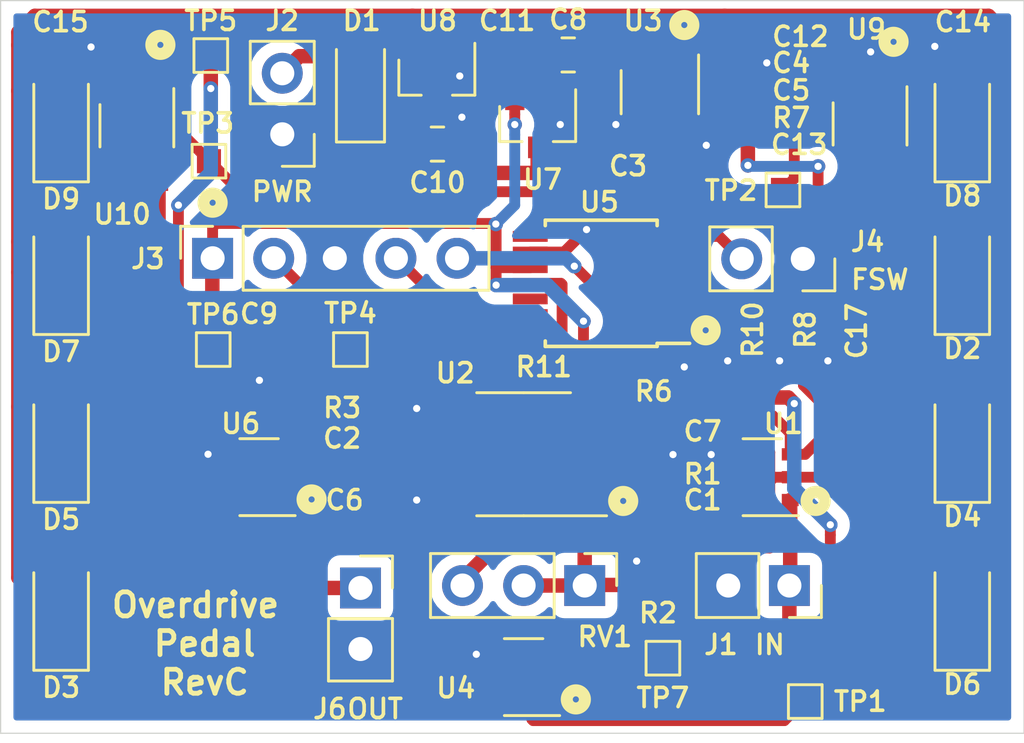
<source format=kicad_pcb>
(kicad_pcb (version 20171130) (host pcbnew 5.1.5-52549c5~86~ubuntu18.04.1)

  (general
    (thickness 1.6)
    (drawings 18)
    (tracks 396)
    (zones 0)
    (modules 56)
    (nets 40)
  )

  (page A4)
  (title_block
    (date 2020-04-11)
    (rev RevC)
  )

  (layers
    (0 F.Cu signal)
    (31 B.Cu signal)
    (32 B.Adhes user)
    (33 F.Adhes user)
    (34 B.Paste user)
    (35 F.Paste user)
    (36 B.SilkS user)
    (37 F.SilkS user)
    (38 B.Mask user)
    (39 F.Mask user)
    (40 Dwgs.User user)
    (41 Cmts.User user)
    (42 Eco1.User user)
    (43 Eco2.User user)
    (44 Edge.Cuts user)
    (45 Margin user)
    (46 B.CrtYd user)
    (47 F.CrtYd user)
    (48 B.Fab user hide)
    (49 F.Fab user hide)
  )

  (setup
    (last_trace_width 0.25)
    (user_trace_width 0.45)
    (user_trace_width 0.6)
    (user_trace_width 0.8)
    (user_trace_width 1)
    (user_trace_width 1.5)
    (trace_clearance 0.2)
    (zone_clearance 0.508)
    (zone_45_only no)
    (trace_min 0.2)
    (via_size 0.8)
    (via_drill 0.4)
    (via_min_size 0.4)
    (via_min_drill 0.3)
    (user_via 0.6 0.3)
    (user_via 2 1)
    (uvia_size 0.3)
    (uvia_drill 0.1)
    (uvias_allowed no)
    (uvia_min_size 0.2)
    (uvia_min_drill 0.1)
    (edge_width 0.05)
    (segment_width 0.2)
    (pcb_text_width 0.3)
    (pcb_text_size 1.5 1.5)
    (mod_edge_width 0.12)
    (mod_text_size 0.8 0.8)
    (mod_text_width 0.15)
    (pad_size 1.524 1.524)
    (pad_drill 0.762)
    (pad_to_mask_clearance 0.051)
    (solder_mask_min_width 0.25)
    (aux_axis_origin 0 0)
    (visible_elements FFFFFF7F)
    (pcbplotparams
      (layerselection 0x010fc_ffffffff)
      (usegerberextensions false)
      (usegerberattributes false)
      (usegerberadvancedattributes false)
      (creategerberjobfile false)
      (excludeedgelayer true)
      (linewidth 0.100000)
      (plotframeref false)
      (viasonmask false)
      (mode 1)
      (useauxorigin false)
      (hpglpennumber 1)
      (hpglpenspeed 20)
      (hpglpendiameter 15.000000)
      (psnegative false)
      (psa4output false)
      (plotreference true)
      (plotvalue true)
      (plotinvisibletext false)
      (padsonsilk false)
      (subtractmaskfromsilk false)
      (outputformat 1)
      (mirror false)
      (drillshape 0)
      (scaleselection 1)
      (outputdirectory "GERBERS/"))
  )

  (net 0 "")
  (net 1 GNDS)
  (net 2 /PosNeg5V_PSU/+9V_POL)
  (net 3 +5V)
  (net 4 -5V)
  (net 5 /PosNeg5V_PSU/+9V_IN)
  (net 6 "Net-(C1-Pad2)")
  (net 7 "Net-(C1-Pad1)")
  (net 8 "Net-(C2-Pad2)")
  (net 9 "Net-(C2-Pad1)")
  (net 10 "Net-(C3-Pad2)")
  (net 11 "Net-(C3-Pad1)")
  (net 12 "Net-(U2-Pad8)")
  (net 13 "Net-(U2-Pad5)")
  (net 14 "Net-(U2-Pad1)")
  (net 15 "Net-(D3-Pad1)")
  (net 16 "Net-(R2-Pad1)")
  (net 17 "Net-(J1-Pad1)")
  (net 18 "Net-(D5-Pad1)")
  (net 19 "Net-(C5-Pad1)")
  (net 20 +3V3)
  (net 21 "Net-(D2-Pad1)")
  (net 22 "Net-(D4-Pad1)")
  (net 23 "Net-(D6-Pad1)")
  (net 24 "Net-(D7-Pad1)")
  (net 25 "Net-(D8-Pad1)")
  (net 26 "Net-(D9-Pad1)")
  (net 27 /SYS_NRST)
  (net 28 /SYS_SWDIO)
  (net 29 /SYS_SWCLK)
  (net 30 "Net-(J6-Pad1)")
  (net 31 /GPIO_EXTI4_BYPASS)
  (net 32 /FX_ENABLE)
  (net 33 /CLEAN_ENABLE)
  (net 34 /TIM2_CH2_PWM)
  (net 35 /TIM2_CH1_PWM)
  (net 36 "Net-(R11-Pad2)")
  (net 37 "Net-(U5-Pad12)")
  (net 38 "Net-(U5-Pad8)")
  (net 39 "Net-(U5-Pad3)")

  (net_class Default "This is the default net class."
    (clearance 0.2)
    (trace_width 0.25)
    (via_dia 0.8)
    (via_drill 0.4)
    (uvia_dia 0.3)
    (uvia_drill 0.1)
    (add_net +3V3)
    (add_net +5V)
    (add_net -5V)
    (add_net /CLEAN_ENABLE)
    (add_net /FX_ENABLE)
    (add_net /GPIO_EXTI4_BYPASS)
    (add_net /PosNeg5V_PSU/+9V_IN)
    (add_net /PosNeg5V_PSU/+9V_POL)
    (add_net /SYS_NRST)
    (add_net /SYS_SWCLK)
    (add_net /SYS_SWDIO)
    (add_net /TIM2_CH1_PWM)
    (add_net /TIM2_CH2_PWM)
    (add_net GNDS)
    (add_net "Net-(C1-Pad1)")
    (add_net "Net-(C1-Pad2)")
    (add_net "Net-(C2-Pad1)")
    (add_net "Net-(C2-Pad2)")
    (add_net "Net-(C3-Pad1)")
    (add_net "Net-(C3-Pad2)")
    (add_net "Net-(C5-Pad1)")
    (add_net "Net-(D2-Pad1)")
    (add_net "Net-(D3-Pad1)")
    (add_net "Net-(D4-Pad1)")
    (add_net "Net-(D5-Pad1)")
    (add_net "Net-(D6-Pad1)")
    (add_net "Net-(D7-Pad1)")
    (add_net "Net-(D8-Pad1)")
    (add_net "Net-(D9-Pad1)")
    (add_net "Net-(J1-Pad1)")
    (add_net "Net-(J6-Pad1)")
    (add_net "Net-(R11-Pad2)")
    (add_net "Net-(R2-Pad1)")
    (add_net "Net-(U2-Pad1)")
    (add_net "Net-(U2-Pad5)")
    (add_net "Net-(U2-Pad8)")
    (add_net "Net-(U5-Pad12)")
    (add_net "Net-(U5-Pad3)")
    (add_net "Net-(U5-Pad8)")
  )

  (module Resistor_SMD:R_0402_1005Metric (layer F.Cu) (tedit 5B301BBD) (tstamp 5E90F0BD)
    (at 150.368 95.885 180)
    (descr "Resistor SMD 0402 (1005 Metric), square (rectangular) end terminal, IPC_7351 nominal, (Body size source: http://www.tortai-tech.com/upload/download/2011102023233369053.pdf), generated with kicad-footprint-generator")
    (tags resistor)
    (path /5E92EBB9)
    (attr smd)
    (fp_text reference R6 (at 0 -1.016) (layer F.SilkS)
      (effects (font (size 0.8 0.8) (thickness 0.15)))
    )
    (fp_text value 10K (at 0 1.17) (layer F.Fab)
      (effects (font (size 1 1) (thickness 0.15)))
    )
    (fp_text user %R (at 0 0) (layer F.Fab)
      (effects (font (size 1 1) (thickness 0.15)))
    )
    (fp_line (start 0.93 0.47) (end -0.93 0.47) (layer F.CrtYd) (width 0.05))
    (fp_line (start 0.93 -0.47) (end 0.93 0.47) (layer F.CrtYd) (width 0.05))
    (fp_line (start -0.93 -0.47) (end 0.93 -0.47) (layer F.CrtYd) (width 0.05))
    (fp_line (start -0.93 0.47) (end -0.93 -0.47) (layer F.CrtYd) (width 0.05))
    (fp_line (start 0.5 0.25) (end -0.5 0.25) (layer F.Fab) (width 0.1))
    (fp_line (start 0.5 -0.25) (end 0.5 0.25) (layer F.Fab) (width 0.1))
    (fp_line (start -0.5 -0.25) (end 0.5 -0.25) (layer F.Fab) (width 0.1))
    (fp_line (start -0.5 0.25) (end -0.5 -0.25) (layer F.Fab) (width 0.1))
    (pad 2 smd roundrect (at 0.485 0 180) (size 0.59 0.64) (layers F.Cu F.Paste F.Mask) (roundrect_rratio 0.25)
      (net 36 "Net-(R11-Pad2)"))
    (pad 1 smd roundrect (at -0.485 0 180) (size 0.59 0.64) (layers F.Cu F.Paste F.Mask) (roundrect_rratio 0.25)
      (net 1 GNDS))
    (model ${KISYS3DMOD}/Resistor_SMD.3dshapes/R_0402_1005Metric.wrl
      (at (xyz 0 0 0))
      (scale (xyz 1 1 1))
      (rotate (xyz 0 0 0))
    )
  )

  (module Capacitor_SMD:C_0805_2012Metric_Pad1.15x1.40mm_HandSolder (layer F.Cu) (tedit 5B36C52B) (tstamp 5E8046BB)
    (at 141.3764 86.614)
    (descr "Capacitor SMD 0805 (2012 Metric), square (rectangular) end terminal, IPC_7351 nominal with elongated pad for handsoldering. (Body size source: https://docs.google.com/spreadsheets/d/1BsfQQcO9C6DZCsRaXUlFlo91Tg2WpOkGARC1WS5S8t0/edit?usp=sharing), generated with kicad-footprint-generator")
    (tags "capacitor handsolder")
    (path /5E6165F4/5F1633CE)
    (attr smd)
    (fp_text reference C10 (at 0 1.6002) (layer F.SilkS)
      (effects (font (size 0.8 0.8) (thickness 0.15)))
    )
    (fp_text value 1uF (at 0 1.65) (layer F.Fab)
      (effects (font (size 1 1) (thickness 0.15)))
    )
    (fp_text user %R (at 0 0) (layer F.Fab)
      (effects (font (size 1 1) (thickness 0.15)))
    )
    (fp_line (start 1.85 0.95) (end -1.85 0.95) (layer F.CrtYd) (width 0.05))
    (fp_line (start 1.85 -0.95) (end 1.85 0.95) (layer F.CrtYd) (width 0.05))
    (fp_line (start -1.85 -0.95) (end 1.85 -0.95) (layer F.CrtYd) (width 0.05))
    (fp_line (start -1.85 0.95) (end -1.85 -0.95) (layer F.CrtYd) (width 0.05))
    (fp_line (start -0.261252 0.71) (end 0.261252 0.71) (layer F.SilkS) (width 0.12))
    (fp_line (start -0.261252 -0.71) (end 0.261252 -0.71) (layer F.SilkS) (width 0.12))
    (fp_line (start 1 0.6) (end -1 0.6) (layer F.Fab) (width 0.1))
    (fp_line (start 1 -0.6) (end 1 0.6) (layer F.Fab) (width 0.1))
    (fp_line (start -1 -0.6) (end 1 -0.6) (layer F.Fab) (width 0.1))
    (fp_line (start -1 0.6) (end -1 -0.6) (layer F.Fab) (width 0.1))
    (pad 2 smd roundrect (at 1.025 0) (size 1.15 1.4) (layers F.Cu F.Paste F.Mask) (roundrect_rratio 0.217391)
      (net 1 GNDS))
    (pad 1 smd roundrect (at -1.025 0) (size 1.15 1.4) (layers F.Cu F.Paste F.Mask) (roundrect_rratio 0.217391)
      (net 2 /PosNeg5V_PSU/+9V_POL))
    (model ${KISYS3DMOD}/Capacitor_SMD.3dshapes/C_0805_2012Metric.wrl
      (at (xyz 0 0 0))
      (scale (xyz 1 1 1))
      (rotate (xyz 0 0 0))
    )
  )

  (module Capacitor_SMD:C_0805_2012Metric_Pad1.15x1.40mm_HandSolder (layer F.Cu) (tedit 5B36C52B) (tstamp 5E811ADD)
    (at 146.812 82.9056 180)
    (descr "Capacitor SMD 0805 (2012 Metric), square (rectangular) end terminal, IPC_7351 nominal with elongated pad for handsoldering. (Body size source: https://docs.google.com/spreadsheets/d/1BsfQQcO9C6DZCsRaXUlFlo91Tg2WpOkGARC1WS5S8t0/edit?usp=sharing), generated with kicad-footprint-generator")
    (tags "capacitor handsolder")
    (path /5E6165F4/5F16B014)
    (attr smd)
    (fp_text reference C8 (at 0 1.4732) (layer F.SilkS)
      (effects (font (size 0.8 0.8) (thickness 0.15)))
    )
    (fp_text value 1uF (at 0 1.65) (layer F.Fab)
      (effects (font (size 1 1) (thickness 0.15)))
    )
    (fp_text user %R (at 0 0) (layer F.Fab)
      (effects (font (size 1 1) (thickness 0.15)))
    )
    (fp_line (start 1.85 0.95) (end -1.85 0.95) (layer F.CrtYd) (width 0.05))
    (fp_line (start 1.85 -0.95) (end 1.85 0.95) (layer F.CrtYd) (width 0.05))
    (fp_line (start -1.85 -0.95) (end 1.85 -0.95) (layer F.CrtYd) (width 0.05))
    (fp_line (start -1.85 0.95) (end -1.85 -0.95) (layer F.CrtYd) (width 0.05))
    (fp_line (start -0.261252 0.71) (end 0.261252 0.71) (layer F.SilkS) (width 0.12))
    (fp_line (start -0.261252 -0.71) (end 0.261252 -0.71) (layer F.SilkS) (width 0.12))
    (fp_line (start 1 0.6) (end -1 0.6) (layer F.Fab) (width 0.1))
    (fp_line (start 1 -0.6) (end 1 0.6) (layer F.Fab) (width 0.1))
    (fp_line (start -1 -0.6) (end 1 -0.6) (layer F.Fab) (width 0.1))
    (fp_line (start -1 0.6) (end -1 -0.6) (layer F.Fab) (width 0.1))
    (pad 2 smd roundrect (at 1.025 0 180) (size 1.15 1.4) (layers F.Cu F.Paste F.Mask) (roundrect_rratio 0.217391)
      (net 1 GNDS))
    (pad 1 smd roundrect (at -1.025 0 180) (size 1.15 1.4) (layers F.Cu F.Paste F.Mask) (roundrect_rratio 0.217391)
      (net 2 /PosNeg5V_PSU/+9V_POL))
    (model ${KISYS3DMOD}/Capacitor_SMD.3dshapes/C_0805_2012Metric.wrl
      (at (xyz 0 0 0))
      (scale (xyz 1 1 1))
      (rotate (xyz 0 0 0))
    )
  )

  (module TestPoint:TestPoint_Pad_1.0x1.0mm (layer F.Cu) (tedit 5A0F774F) (tstamp 5E80EB45)
    (at 150.749 108.0008 180)
    (descr "SMD rectangular pad as test Point, square 1.0mm side length")
    (tags "test point SMD pad rectangle square")
    (path /5E6165F4/5E83A778)
    (attr virtual)
    (fp_text reference TP7 (at 0 -1.651) (layer F.SilkS)
      (effects (font (size 0.8 0.8) (thickness 0.15)))
    )
    (fp_text value TestPoint (at 0 1.55) (layer F.Fab)
      (effects (font (size 1 1) (thickness 0.15)))
    )
    (fp_line (start 1 1) (end -1 1) (layer F.CrtYd) (width 0.05))
    (fp_line (start 1 1) (end 1 -1) (layer F.CrtYd) (width 0.05))
    (fp_line (start -1 -1) (end -1 1) (layer F.CrtYd) (width 0.05))
    (fp_line (start -1 -1) (end 1 -1) (layer F.CrtYd) (width 0.05))
    (fp_line (start -0.7 0.7) (end -0.7 -0.7) (layer F.SilkS) (width 0.12))
    (fp_line (start 0.7 0.7) (end -0.7 0.7) (layer F.SilkS) (width 0.12))
    (fp_line (start 0.7 -0.7) (end 0.7 0.7) (layer F.SilkS) (width 0.12))
    (fp_line (start -0.7 -0.7) (end 0.7 -0.7) (layer F.SilkS) (width 0.12))
    (fp_text user %R (at 0 -1.45) (layer F.Fab)
      (effects (font (size 1 1) (thickness 0.15)))
    )
    (pad 1 smd rect (at 0 0 180) (size 1 1) (layers F.Cu F.Mask)
      (net 4 -5V))
  )

  (module TestPoint:TestPoint_Pad_1.0x1.0mm (layer F.Cu) (tedit 5A0F774F) (tstamp 5E80EB37)
    (at 132.0546 95.1611 180)
    (descr "SMD rectangular pad as test Point, square 1.0mm side length")
    (tags "test point SMD pad rectangle square")
    (path /5E6165F4/5E8384A9)
    (attr virtual)
    (fp_text reference TP6 (at 0 1.4605) (layer F.SilkS)
      (effects (font (size 0.8 0.8) (thickness 0.15)))
    )
    (fp_text value TestPoint (at 0 1.55) (layer F.Fab)
      (effects (font (size 1 1) (thickness 0.15)))
    )
    (fp_line (start 1 1) (end -1 1) (layer F.CrtYd) (width 0.05))
    (fp_line (start 1 1) (end 1 -1) (layer F.CrtYd) (width 0.05))
    (fp_line (start -1 -1) (end -1 1) (layer F.CrtYd) (width 0.05))
    (fp_line (start -1 -1) (end 1 -1) (layer F.CrtYd) (width 0.05))
    (fp_line (start -0.7 0.7) (end -0.7 -0.7) (layer F.SilkS) (width 0.12))
    (fp_line (start 0.7 0.7) (end -0.7 0.7) (layer F.SilkS) (width 0.12))
    (fp_line (start 0.7 -0.7) (end 0.7 0.7) (layer F.SilkS) (width 0.12))
    (fp_line (start -0.7 -0.7) (end 0.7 -0.7) (layer F.SilkS) (width 0.12))
    (fp_text user %R (at 0 -1.45) (layer F.Fab)
      (effects (font (size 1 1) (thickness 0.15)))
    )
    (pad 1 smd rect (at 0 0 180) (size 1 1) (layers F.Cu F.Mask)
      (net 20 +3V3))
  )

  (module TestPoint:TestPoint_Pad_1.0x1.0mm (layer F.Cu) (tedit 5A0F774F) (tstamp 5E80EB29)
    (at 131.953 82.931)
    (descr "SMD rectangular pad as test Point, square 1.0mm side length")
    (tags "test point SMD pad rectangle square")
    (path /5E6165F4/5E835E7F)
    (attr virtual)
    (fp_text reference TP5 (at 0 -1.448) (layer F.SilkS)
      (effects (font (size 0.8 0.8) (thickness 0.15)))
    )
    (fp_text value TestPoint (at 0 1.55) (layer F.Fab)
      (effects (font (size 1 1) (thickness 0.15)))
    )
    (fp_line (start 1 1) (end -1 1) (layer F.CrtYd) (width 0.05))
    (fp_line (start 1 1) (end 1 -1) (layer F.CrtYd) (width 0.05))
    (fp_line (start -1 -1) (end -1 1) (layer F.CrtYd) (width 0.05))
    (fp_line (start -1 -1) (end 1 -1) (layer F.CrtYd) (width 0.05))
    (fp_line (start -0.7 0.7) (end -0.7 -0.7) (layer F.SilkS) (width 0.12))
    (fp_line (start 0.7 0.7) (end -0.7 0.7) (layer F.SilkS) (width 0.12))
    (fp_line (start 0.7 -0.7) (end 0.7 0.7) (layer F.SilkS) (width 0.12))
    (fp_line (start -0.7 -0.7) (end 0.7 -0.7) (layer F.SilkS) (width 0.12))
    (fp_text user %R (at 0 -1.45) (layer F.Fab)
      (effects (font (size 1 1) (thickness 0.15)))
    )
    (pad 1 smd rect (at 0 0) (size 1 1) (layers F.Cu F.Mask)
      (net 3 +5V))
  )

  (module TestPoint:TestPoint_Pad_1.0x1.0mm (layer F.Cu) (tedit 5A0F774F) (tstamp 5E80FF99)
    (at 137.7569 95.1611)
    (descr "SMD rectangular pad as test Point, square 1.0mm side length")
    (tags "test point SMD pad rectangle square")
    (path /5E87D864)
    (attr virtual)
    (fp_text reference TP4 (at 0 -1.5113) (layer F.SilkS)
      (effects (font (size 0.8 0.8) (thickness 0.15)))
    )
    (fp_text value TestPoint (at 0 1.55) (layer F.Fab)
      (effects (font (size 1 1) (thickness 0.15)))
    )
    (fp_line (start 1 1) (end -1 1) (layer F.CrtYd) (width 0.05))
    (fp_line (start 1 1) (end 1 -1) (layer F.CrtYd) (width 0.05))
    (fp_line (start -1 -1) (end -1 1) (layer F.CrtYd) (width 0.05))
    (fp_line (start -1 -1) (end 1 -1) (layer F.CrtYd) (width 0.05))
    (fp_line (start -0.7 0.7) (end -0.7 -0.7) (layer F.SilkS) (width 0.12))
    (fp_line (start 0.7 0.7) (end -0.7 0.7) (layer F.SilkS) (width 0.12))
    (fp_line (start 0.7 -0.7) (end 0.7 0.7) (layer F.SilkS) (width 0.12))
    (fp_line (start -0.7 -0.7) (end 0.7 -0.7) (layer F.SilkS) (width 0.12))
    (fp_text user %R (at 0 -1.45) (layer F.Fab)
      (effects (font (size 1 1) (thickness 0.15)))
    )
    (pad 1 smd rect (at 0 0) (size 1 1) (layers F.Cu F.Mask)
      (net 32 /FX_ENABLE))
  )

  (module TestPoint:TestPoint_Pad_1.0x1.0mm (layer F.Cu) (tedit 5A0F774F) (tstamp 5E80EB0D)
    (at 131.8768 87.3252)
    (descr "SMD rectangular pad as test Point, square 1.0mm side length")
    (tags "test point SMD pad rectangle square")
    (path /5E84562F)
    (attr virtual)
    (fp_text reference TP3 (at -0.0508 -1.5748) (layer F.SilkS)
      (effects (font (size 0.8 0.8) (thickness 0.15)))
    )
    (fp_text value TestPoint (at 0 1.55) (layer F.Fab)
      (effects (font (size 1 1) (thickness 0.15)))
    )
    (fp_line (start 1 1) (end -1 1) (layer F.CrtYd) (width 0.05))
    (fp_line (start 1 1) (end 1 -1) (layer F.CrtYd) (width 0.05))
    (fp_line (start -1 -1) (end -1 1) (layer F.CrtYd) (width 0.05))
    (fp_line (start -1 -1) (end 1 -1) (layer F.CrtYd) (width 0.05))
    (fp_line (start -0.7 0.7) (end -0.7 -0.7) (layer F.SilkS) (width 0.12))
    (fp_line (start 0.7 0.7) (end -0.7 0.7) (layer F.SilkS) (width 0.12))
    (fp_line (start 0.7 -0.7) (end 0.7 0.7) (layer F.SilkS) (width 0.12))
    (fp_line (start -0.7 -0.7) (end 0.7 -0.7) (layer F.SilkS) (width 0.12))
    (fp_text user %R (at 0 -1.45) (layer F.Fab)
      (effects (font (size 1 1) (thickness 0.15)))
    )
    (pad 1 smd rect (at 0 0) (size 1 1) (layers F.Cu F.Mask)
      (net 35 /TIM2_CH1_PWM))
  )

  (module TestPoint:TestPoint_Pad_1.0x1.0mm (layer F.Cu) (tedit 5A0F774F) (tstamp 5E80EAFF)
    (at 155.7401 88.519)
    (descr "SMD rectangular pad as test Point, square 1.0mm side length")
    (tags "test point SMD pad rectangle square")
    (path /5E848751)
    (attr virtual)
    (fp_text reference TP2 (at -2.159 0.0254 180) (layer F.SilkS)
      (effects (font (size 0.8 0.8) (thickness 0.15)))
    )
    (fp_text value TestPoint (at 0 1.55) (layer F.Fab)
      (effects (font (size 1 1) (thickness 0.15)))
    )
    (fp_line (start 1 1) (end -1 1) (layer F.CrtYd) (width 0.05))
    (fp_line (start 1 1) (end 1 -1) (layer F.CrtYd) (width 0.05))
    (fp_line (start -1 -1) (end -1 1) (layer F.CrtYd) (width 0.05))
    (fp_line (start -1 -1) (end 1 -1) (layer F.CrtYd) (width 0.05))
    (fp_line (start -0.7 0.7) (end -0.7 -0.7) (layer F.SilkS) (width 0.12))
    (fp_line (start 0.7 0.7) (end -0.7 0.7) (layer F.SilkS) (width 0.12))
    (fp_line (start 0.7 -0.7) (end 0.7 0.7) (layer F.SilkS) (width 0.12))
    (fp_line (start -0.7 -0.7) (end 0.7 -0.7) (layer F.SilkS) (width 0.12))
    (fp_text user %R (at 0 -1.45) (layer F.Fab)
      (effects (font (size 1 1) (thickness 0.15)))
    )
    (pad 1 smd rect (at 0 0) (size 1 1) (layers F.Cu F.Mask)
      (net 34 /TIM2_CH2_PWM))
  )

  (module TestPoint:TestPoint_Pad_1.0x1.0mm (layer F.Cu) (tedit 5A0F774F) (tstamp 5E80EAF1)
    (at 156.6672 109.8042 270)
    (descr "SMD rectangular pad as test Point, square 1.0mm side length")
    (tags "test point SMD pad rectangle square")
    (path /5E874744)
    (attr virtual)
    (fp_text reference TP1 (at 0 -2.286 180) (layer F.SilkS)
      (effects (font (size 0.8 0.8) (thickness 0.15)))
    )
    (fp_text value TestPoint (at 0 1.55 90) (layer F.Fab)
      (effects (font (size 1 1) (thickness 0.15)))
    )
    (fp_line (start 1 1) (end -1 1) (layer F.CrtYd) (width 0.05))
    (fp_line (start 1 1) (end 1 -1) (layer F.CrtYd) (width 0.05))
    (fp_line (start -1 -1) (end -1 1) (layer F.CrtYd) (width 0.05))
    (fp_line (start -1 -1) (end 1 -1) (layer F.CrtYd) (width 0.05))
    (fp_line (start -0.7 0.7) (end -0.7 -0.7) (layer F.SilkS) (width 0.12))
    (fp_line (start 0.7 0.7) (end -0.7 0.7) (layer F.SilkS) (width 0.12))
    (fp_line (start 0.7 -0.7) (end 0.7 0.7) (layer F.SilkS) (width 0.12))
    (fp_line (start -0.7 -0.7) (end 0.7 -0.7) (layer F.SilkS) (width 0.12))
    (fp_text user %R (at 0 -1.45 90) (layer F.Fab)
      (effects (font (size 1 1) (thickness 0.15)))
    )
    (pad 1 smd rect (at 0 0 270) (size 1 1) (layers F.Cu F.Mask)
      (net 33 /CLEAN_ENABLE))
  )

  (module Package_TO_SOT_SMD:SOT-23-5_HandSoldering (layer F.Cu) (tedit 5A0AB76C) (tstamp 5E811B0D)
    (at 150.622 84.455 270)
    (descr "5-pin SOT23 package")
    (tags "SOT-23-5 hand-soldering")
    (path /5E6165F4/5E6AE9A9)
    (attr smd)
    (fp_text reference U3 (at -2.9718 0.6985 180) (layer F.SilkS)
      (effects (font (size 0.8 0.8) (thickness 0.15)))
    )
    (fp_text value TPS60400 (at 0 2.9 90) (layer F.Fab)
      (effects (font (size 1 1) (thickness 0.15)))
    )
    (fp_line (start 2.38 1.8) (end -2.38 1.8) (layer F.CrtYd) (width 0.05))
    (fp_line (start 2.38 1.8) (end 2.38 -1.8) (layer F.CrtYd) (width 0.05))
    (fp_line (start -2.38 -1.8) (end -2.38 1.8) (layer F.CrtYd) (width 0.05))
    (fp_line (start -2.38 -1.8) (end 2.38 -1.8) (layer F.CrtYd) (width 0.05))
    (fp_line (start 0.9 -1.55) (end 0.9 1.55) (layer F.Fab) (width 0.1))
    (fp_line (start 0.9 1.55) (end -0.9 1.55) (layer F.Fab) (width 0.1))
    (fp_line (start -0.9 -0.9) (end -0.9 1.55) (layer F.Fab) (width 0.1))
    (fp_line (start 0.9 -1.55) (end -0.25 -1.55) (layer F.Fab) (width 0.1))
    (fp_line (start -0.9 -0.9) (end -0.25 -1.55) (layer F.Fab) (width 0.1))
    (fp_line (start 0.9 -1.61) (end -1.55 -1.61) (layer F.SilkS) (width 0.12))
    (fp_line (start -0.9 1.61) (end 0.9 1.61) (layer F.SilkS) (width 0.12))
    (fp_text user %R (at 0 0) (layer F.Fab)
      (effects (font (size 1 1) (thickness 0.15)))
    )
    (pad 5 smd rect (at 1.35 -0.95 270) (size 1.56 0.65) (layers F.Cu F.Paste F.Mask)
      (net 10 "Net-(C3-Pad2)"))
    (pad 4 smd rect (at 1.35 0.95 270) (size 1.56 0.65) (layers F.Cu F.Paste F.Mask)
      (net 1 GNDS))
    (pad 3 smd rect (at -1.35 0.95 270) (size 1.56 0.65) (layers F.Cu F.Paste F.Mask)
      (net 11 "Net-(C3-Pad1)"))
    (pad 2 smd rect (at -1.35 0 270) (size 1.56 0.65) (layers F.Cu F.Paste F.Mask)
      (net 3 +5V))
    (pad 1 smd rect (at -1.35 -0.95 270) (size 1.56 0.65) (layers F.Cu F.Paste F.Mask)
      (net 19 "Net-(C5-Pad1)"))
    (model ${KISYS3DMOD}/Package_TO_SOT_SMD.3dshapes/SOT-23-5.wrl
      (at (xyz 0 0 0))
      (scale (xyz 1 1 1))
      (rotate (xyz 0 0 0))
    )
  )

  (module Capacitor_SMD:C_0402_1005Metric (layer F.Cu) (tedit 5B301BBE) (tstamp 5E805EE5)
    (at 157.6324 94.361 90)
    (descr "Capacitor SMD 0402 (1005 Metric), square (rectangular) end terminal, IPC_7351 nominal, (Body size source: http://www.tortai-tech.com/upload/download/2011102023233369053.pdf), generated with kicad-footprint-generator")
    (tags capacitor)
    (path /5EBE9AF3)
    (attr smd)
    (fp_text reference C17 (at -0.0254 1.1684 90) (layer F.SilkS)
      (effects (font (size 0.8 0.8) (thickness 0.15)))
    )
    (fp_text value 100nF (at 0 1.17 90) (layer F.Fab)
      (effects (font (size 1 1) (thickness 0.15)))
    )
    (fp_text user %R (at 0 0 90) (layer F.Fab)
      (effects (font (size 1 1) (thickness 0.15)))
    )
    (fp_line (start 0.93 0.47) (end -0.93 0.47) (layer F.CrtYd) (width 0.05))
    (fp_line (start 0.93 -0.47) (end 0.93 0.47) (layer F.CrtYd) (width 0.05))
    (fp_line (start -0.93 -0.47) (end 0.93 -0.47) (layer F.CrtYd) (width 0.05))
    (fp_line (start -0.93 0.47) (end -0.93 -0.47) (layer F.CrtYd) (width 0.05))
    (fp_line (start 0.5 0.25) (end -0.5 0.25) (layer F.Fab) (width 0.1))
    (fp_line (start 0.5 -0.25) (end 0.5 0.25) (layer F.Fab) (width 0.1))
    (fp_line (start -0.5 -0.25) (end 0.5 -0.25) (layer F.Fab) (width 0.1))
    (fp_line (start -0.5 0.25) (end -0.5 -0.25) (layer F.Fab) (width 0.1))
    (pad 2 smd roundrect (at 0.485 0 90) (size 0.59 0.64) (layers F.Cu F.Paste F.Mask) (roundrect_rratio 0.25)
      (net 27 /SYS_NRST))
    (pad 1 smd roundrect (at -0.485 0 90) (size 0.59 0.64) (layers F.Cu F.Paste F.Mask) (roundrect_rratio 0.25)
      (net 1 GNDS))
    (model ${KISYS3DMOD}/Capacitor_SMD.3dshapes/C_0402_1005Metric.wrl
      (at (xyz 0 0 0))
      (scale (xyz 1 1 1))
      (rotate (xyz 0 0 0))
    )
  )

  (module Package_TO_SOT_SMD:TSOT-23-6_HandSoldering (layer F.Cu) (tedit 5A02FF57) (tstamp 5E8049FE)
    (at 128.905 85.852 270)
    (descr "6-pin TSOT23 package, http://cds.linear.com/docs/en/packaging/SOT_6_05-08-1636.pdf")
    (tags "TSOT-23-6 MK06A TSOT-6 Hand-soldering")
    (path /5EA2BA44/5EA83B69)
    (attr smd)
    (fp_text reference U10 (at 3.683 0.635 180) (layer F.SilkS)
      (effects (font (size 0.8 0.8) (thickness 0.15)))
    )
    (fp_text value PAM2812 (at 0 2.5 90) (layer F.Fab)
      (effects (font (size 1 1) (thickness 0.15)))
    )
    (fp_line (start 2.96 1.7) (end -2.96 1.7) (layer F.CrtYd) (width 0.05))
    (fp_line (start 2.96 1.7) (end 2.96 -1.7) (layer F.CrtYd) (width 0.05))
    (fp_line (start -2.96 -1.7) (end -2.96 1.7) (layer F.CrtYd) (width 0.05))
    (fp_line (start -2.96 -1.7) (end 2.96 -1.7) (layer F.CrtYd) (width 0.05))
    (fp_line (start 0.88 -1.45) (end 0.88 1.45) (layer F.Fab) (width 0.1))
    (fp_line (start 0.88 1.45) (end -0.88 1.45) (layer F.Fab) (width 0.1))
    (fp_line (start -0.88 -1) (end -0.88 1.45) (layer F.Fab) (width 0.1))
    (fp_line (start 0.88 -1.45) (end -0.43 -1.45) (layer F.Fab) (width 0.1))
    (fp_line (start -0.88 -1) (end -0.43 -1.45) (layer F.Fab) (width 0.1))
    (fp_line (start 0.88 -1.51) (end -1.55 -1.51) (layer F.SilkS) (width 0.12))
    (fp_line (start -0.88 1.56) (end 0.88 1.56) (layer F.SilkS) (width 0.12))
    (fp_text user %R (at 0 0) (layer F.Fab)
      (effects (font (size 1 1) (thickness 0.15)))
    )
    (pad 6 smd rect (at 1.71 -0.95 270) (size 2 0.65) (layers F.Cu F.Paste F.Mask)
      (net 15 "Net-(D3-Pad1)"))
    (pad 5 smd rect (at 1.71 0 270) (size 2 0.65) (layers F.Cu F.Paste F.Mask)
      (net 18 "Net-(D5-Pad1)"))
    (pad 4 smd rect (at 1.71 0.95 270) (size 2 0.65) (layers F.Cu F.Paste F.Mask)
      (net 24 "Net-(D7-Pad1)"))
    (pad 3 smd rect (at -1.71 0.95 270) (size 2 0.65) (layers F.Cu F.Paste F.Mask)
      (net 26 "Net-(D9-Pad1)"))
    (pad 2 smd rect (at -1.71 0 270) (size 2 0.65) (layers F.Cu F.Paste F.Mask)
      (net 1 GNDS))
    (pad 1 smd rect (at -1.71 -0.95 270) (size 2 0.65) (layers F.Cu F.Paste F.Mask)
      (net 35 /TIM2_CH1_PWM))
    (model ${KISYS3DMOD}/Package_TO_SOT_SMD.3dshapes/TSOT-23-6.wrl
      (at (xyz 0 0 0))
      (scale (xyz 1 1 1))
      (rotate (xyz 0 0 0))
    )
  )

  (module Package_TO_SOT_SMD:TSOT-23-6_HandSoldering (layer F.Cu) (tedit 5A02FF57) (tstamp 5E8049E8)
    (at 159.385 85.7758 270)
    (descr "6-pin TSOT23 package, http://cds.linear.com/docs/en/packaging/SOT_6_05-08-1636.pdf")
    (tags "TSOT-23-6 MK06A TSOT-6 Hand-soldering")
    (path /5EA2BA44/5EA74434)
    (attr smd)
    (fp_text reference U9 (at -3.937 0.1778 180) (layer F.SilkS)
      (effects (font (size 0.8 0.8) (thickness 0.15)))
    )
    (fp_text value PAM2812 (at 0 2.5 90) (layer F.Fab)
      (effects (font (size 1 1) (thickness 0.15)))
    )
    (fp_line (start 2.96 1.7) (end -2.96 1.7) (layer F.CrtYd) (width 0.05))
    (fp_line (start 2.96 1.7) (end 2.96 -1.7) (layer F.CrtYd) (width 0.05))
    (fp_line (start -2.96 -1.7) (end -2.96 1.7) (layer F.CrtYd) (width 0.05))
    (fp_line (start -2.96 -1.7) (end 2.96 -1.7) (layer F.CrtYd) (width 0.05))
    (fp_line (start 0.88 -1.45) (end 0.88 1.45) (layer F.Fab) (width 0.1))
    (fp_line (start 0.88 1.45) (end -0.88 1.45) (layer F.Fab) (width 0.1))
    (fp_line (start -0.88 -1) (end -0.88 1.45) (layer F.Fab) (width 0.1))
    (fp_line (start 0.88 -1.45) (end -0.43 -1.45) (layer F.Fab) (width 0.1))
    (fp_line (start -0.88 -1) (end -0.43 -1.45) (layer F.Fab) (width 0.1))
    (fp_line (start 0.88 -1.51) (end -1.55 -1.51) (layer F.SilkS) (width 0.12))
    (fp_line (start -0.88 1.56) (end 0.88 1.56) (layer F.SilkS) (width 0.12))
    (fp_text user %R (at 0 0) (layer F.Fab)
      (effects (font (size 1 1) (thickness 0.15)))
    )
    (pad 6 smd rect (at 1.71 -0.95 270) (size 2 0.65) (layers F.Cu F.Paste F.Mask)
      (net 21 "Net-(D2-Pad1)"))
    (pad 5 smd rect (at 1.71 0 270) (size 2 0.65) (layers F.Cu F.Paste F.Mask)
      (net 22 "Net-(D4-Pad1)"))
    (pad 4 smd rect (at 1.71 0.95 270) (size 2 0.65) (layers F.Cu F.Paste F.Mask)
      (net 23 "Net-(D6-Pad1)"))
    (pad 3 smd rect (at -1.71 0.95 270) (size 2 0.65) (layers F.Cu F.Paste F.Mask)
      (net 25 "Net-(D8-Pad1)"))
    (pad 2 smd rect (at -1.71 0 270) (size 2 0.65) (layers F.Cu F.Paste F.Mask)
      (net 1 GNDS))
    (pad 1 smd rect (at -1.71 -0.95 270) (size 2 0.65) (layers F.Cu F.Paste F.Mask)
      (net 34 /TIM2_CH2_PWM))
    (model ${KISYS3DMOD}/Package_TO_SOT_SMD.3dshapes/TSOT-23-6.wrl
      (at (xyz 0 0 0))
      (scale (xyz 1 1 1))
      (rotate (xyz 0 0 0))
    )
  )

  (module Package_TO_SOT_SMD:SOT-23 (layer F.Cu) (tedit 5A02FF57) (tstamp 5E8049D2)
    (at 141.351 83.82 270)
    (descr "SOT-23, Standard")
    (tags SOT-23)
    (path /5E6165F4/5F1525EA)
    (attr smd)
    (fp_text reference U8 (at -2.3368 -0.0254 180) (layer F.SilkS)
      (effects (font (size 0.8 0.8) (thickness 0.15)))
    )
    (fp_text value SE8250X2 (at 0 2.5 90) (layer F.Fab)
      (effects (font (size 1 1) (thickness 0.15)))
    )
    (fp_line (start 0.76 1.58) (end -0.7 1.58) (layer F.SilkS) (width 0.12))
    (fp_line (start 0.76 -1.58) (end -1.4 -1.58) (layer F.SilkS) (width 0.12))
    (fp_line (start -1.7 1.75) (end -1.7 -1.75) (layer F.CrtYd) (width 0.05))
    (fp_line (start 1.7 1.75) (end -1.7 1.75) (layer F.CrtYd) (width 0.05))
    (fp_line (start 1.7 -1.75) (end 1.7 1.75) (layer F.CrtYd) (width 0.05))
    (fp_line (start -1.7 -1.75) (end 1.7 -1.75) (layer F.CrtYd) (width 0.05))
    (fp_line (start 0.76 -1.58) (end 0.76 -0.65) (layer F.SilkS) (width 0.12))
    (fp_line (start 0.76 1.58) (end 0.76 0.65) (layer F.SilkS) (width 0.12))
    (fp_line (start -0.7 1.52) (end 0.7 1.52) (layer F.Fab) (width 0.1))
    (fp_line (start 0.7 -1.52) (end 0.7 1.52) (layer F.Fab) (width 0.1))
    (fp_line (start -0.7 -0.95) (end -0.15 -1.52) (layer F.Fab) (width 0.1))
    (fp_line (start -0.15 -1.52) (end 0.7 -1.52) (layer F.Fab) (width 0.1))
    (fp_line (start -0.7 -0.95) (end -0.7 1.5) (layer F.Fab) (width 0.1))
    (fp_text user %R (at 0 0) (layer F.Fab)
      (effects (font (size 1 1) (thickness 0.15)))
    )
    (pad 3 smd rect (at 1 0 270) (size 0.9 0.8) (layers F.Cu F.Paste F.Mask)
      (net 2 /PosNeg5V_PSU/+9V_POL))
    (pad 2 smd rect (at -1 0.95 270) (size 0.9 0.8) (layers F.Cu F.Paste F.Mask)
      (net 3 +5V))
    (pad 1 smd rect (at -1 -0.95 270) (size 0.9 0.8) (layers F.Cu F.Paste F.Mask)
      (net 1 GNDS))
    (model ${KISYS3DMOD}/Package_TO_SOT_SMD.3dshapes/SOT-23.wrl
      (at (xyz 0 0 0))
      (scale (xyz 1 1 1))
      (rotate (xyz 0 0 0))
    )
  )

  (module Package_TO_SOT_SMD:SOT-23 (layer F.Cu) (tedit 5A02FF57) (tstamp 5E8049BD)
    (at 145.542 85.7504 270)
    (descr "SOT-23, Standard")
    (tags SOT-23)
    (path /5E6165F4/5F16B006)
    (attr smd)
    (fp_text reference U7 (at 2.3368 -0.2032 180) (layer F.SilkS)
      (effects (font (size 0.8 0.8) (thickness 0.15)))
    )
    (fp_text value SE8233X2 (at 0 2.5 90) (layer F.Fab)
      (effects (font (size 1 1) (thickness 0.15)))
    )
    (fp_line (start 0.76 1.58) (end -0.7 1.58) (layer F.SilkS) (width 0.12))
    (fp_line (start 0.76 -1.58) (end -1.4 -1.58) (layer F.SilkS) (width 0.12))
    (fp_line (start -1.7 1.75) (end -1.7 -1.75) (layer F.CrtYd) (width 0.05))
    (fp_line (start 1.7 1.75) (end -1.7 1.75) (layer F.CrtYd) (width 0.05))
    (fp_line (start 1.7 -1.75) (end 1.7 1.75) (layer F.CrtYd) (width 0.05))
    (fp_line (start -1.7 -1.75) (end 1.7 -1.75) (layer F.CrtYd) (width 0.05))
    (fp_line (start 0.76 -1.58) (end 0.76 -0.65) (layer F.SilkS) (width 0.12))
    (fp_line (start 0.76 1.58) (end 0.76 0.65) (layer F.SilkS) (width 0.12))
    (fp_line (start -0.7 1.52) (end 0.7 1.52) (layer F.Fab) (width 0.1))
    (fp_line (start 0.7 -1.52) (end 0.7 1.52) (layer F.Fab) (width 0.1))
    (fp_line (start -0.7 -0.95) (end -0.15 -1.52) (layer F.Fab) (width 0.1))
    (fp_line (start -0.15 -1.52) (end 0.7 -1.52) (layer F.Fab) (width 0.1))
    (fp_line (start -0.7 -0.95) (end -0.7 1.5) (layer F.Fab) (width 0.1))
    (fp_text user %R (at 0 0) (layer F.Fab)
      (effects (font (size 1 1) (thickness 0.15)))
    )
    (pad 3 smd rect (at 1 0 270) (size 0.9 0.8) (layers F.Cu F.Paste F.Mask)
      (net 2 /PosNeg5V_PSU/+9V_POL))
    (pad 2 smd rect (at -1 0.95 270) (size 0.9 0.8) (layers F.Cu F.Paste F.Mask)
      (net 20 +3V3))
    (pad 1 smd rect (at -1 -0.95 270) (size 0.9 0.8) (layers F.Cu F.Paste F.Mask)
      (net 1 GNDS))
    (model ${KISYS3DMOD}/Package_TO_SOT_SMD.3dshapes/SOT-23.wrl
      (at (xyz 0 0 0))
      (scale (xyz 1 1 1))
      (rotate (xyz 0 0 0))
    )
  )

  (module Package_SO:TSOP-6_1.65x3.05mm_P0.95mm (layer F.Cu) (tedit 5A02F25C) (tstamp 5E8049A8)
    (at 133.9596 100.4697 180)
    (descr "TSOP-6 package (comparable to TSOT-23), https://www.vishay.com/docs/71200/71200.pdf")
    (tags "Jedec MO-193C TSOP-6L")
    (path /5F0A1072)
    (attr smd)
    (fp_text reference U6 (at 0.762 2.2225) (layer F.SilkS)
      (effects (font (size 0.8 0.8) (thickness 0.15)))
    )
    (fp_text value DG468DV_T1_E3 (at 0 2.5) (layer F.Fab)
      (effects (font (size 1 1) (thickness 0.15)))
    )
    (fp_line (start 1.76 1.77) (end -1.76 1.77) (layer F.CrtYd) (width 0.05))
    (fp_line (start 1.76 1.77) (end 1.76 -1.78) (layer F.CrtYd) (width 0.05))
    (fp_line (start -1.76 -1.78) (end -1.76 1.77) (layer F.CrtYd) (width 0.05))
    (fp_line (start -1.76 -1.78) (end 1.76 -1.78) (layer F.CrtYd) (width 0.05))
    (fp_line (start 0.825 -1.525) (end 0.825 1.525) (layer F.Fab) (width 0.1))
    (fp_line (start 0.825 1.525) (end -0.825 1.525) (layer F.Fab) (width 0.1))
    (fp_line (start -0.825 -1.1) (end -0.825 1.525) (layer F.Fab) (width 0.1))
    (fp_line (start 0.825 -1.525) (end -0.425 -1.525) (layer F.Fab) (width 0.1))
    (fp_line (start -0.825 -1.1) (end -0.425 -1.525) (layer F.Fab) (width 0.1))
    (fp_line (start 0.8 -1.6) (end -1.5 -1.6) (layer F.SilkS) (width 0.12))
    (fp_line (start -0.8 1.6) (end 0.8 1.6) (layer F.SilkS) (width 0.12))
    (fp_text user %R (at 0 0 90) (layer F.Fab)
      (effects (font (size 1 1) (thickness 0.15)))
    )
    (pad 6 smd rect (at 1.16 -0.95 180) (size 0.7 0.51) (layers F.Cu F.Paste F.Mask)
      (net 30 "Net-(J6-Pad1)"))
    (pad 5 smd rect (at 1.16 0 180) (size 0.7 0.51) (layers F.Cu F.Paste F.Mask)
      (net 3 +5V))
    (pad 4 smd rect (at 1.16 0.95 180) (size 0.7 0.51) (layers F.Cu F.Paste F.Mask)
      (net 1 GNDS))
    (pad 3 smd rect (at -1.16 0.95 180) (size 0.7 0.51) (layers F.Cu F.Paste F.Mask)
      (net 32 /FX_ENABLE))
    (pad 2 smd rect (at -1.16 0 180) (size 0.7 0.51) (layers F.Cu F.Paste F.Mask)
      (net 4 -5V))
    (pad 1 smd rect (at -1.16 -0.95 180) (size 0.7 0.51) (layers F.Cu F.Paste F.Mask)
      (net 9 "Net-(C2-Pad1)"))
    (model ${KISYS3DMOD}/Package_SO.3dshapes/TSOP-6_1.65x3.05mm_P0.95mm.wrl
      (at (xyz 0 0 0))
      (scale (xyz 1 1 1))
      (rotate (xyz 0 0 0))
    )
  )

  (module Package_SO:TSSOP-14_4.4x5mm_P0.65mm (layer F.Cu) (tedit 5A02F25C) (tstamp 5E804992)
    (at 148.1836 92.4052 180)
    (descr "14-Lead Plastic Thin Shrink Small Outline (ST)-4.4 mm Body [TSSOP] (see Microchip Packaging Specification 00000049BS.pdf)")
    (tags "SSOP 0.65")
    (path /5F03AFFB)
    (attr smd)
    (fp_text reference U5 (at 0.0762 3.3782) (layer F.SilkS)
      (effects (font (size 0.8 0.8) (thickness 0.15)))
    )
    (fp_text value STM32L011D4Px (at 0 3.55) (layer F.Fab)
      (effects (font (size 1 1) (thickness 0.15)))
    )
    (fp_text user %R (at 0 0) (layer F.Fab)
      (effects (font (size 1 1) (thickness 0.15)))
    )
    (fp_line (start -2.325 -2.5) (end -3.675 -2.5) (layer F.SilkS) (width 0.15))
    (fp_line (start -2.325 2.625) (end 2.325 2.625) (layer F.SilkS) (width 0.15))
    (fp_line (start -2.325 -2.625) (end 2.325 -2.625) (layer F.SilkS) (width 0.15))
    (fp_line (start -2.325 2.625) (end -2.325 2.4) (layer F.SilkS) (width 0.15))
    (fp_line (start 2.325 2.625) (end 2.325 2.4) (layer F.SilkS) (width 0.15))
    (fp_line (start 2.325 -2.625) (end 2.325 -2.4) (layer F.SilkS) (width 0.15))
    (fp_line (start -2.325 -2.625) (end -2.325 -2.5) (layer F.SilkS) (width 0.15))
    (fp_line (start -3.95 2.8) (end 3.95 2.8) (layer F.CrtYd) (width 0.05))
    (fp_line (start -3.95 -2.8) (end 3.95 -2.8) (layer F.CrtYd) (width 0.05))
    (fp_line (start 3.95 -2.8) (end 3.95 2.8) (layer F.CrtYd) (width 0.05))
    (fp_line (start -3.95 -2.8) (end -3.95 2.8) (layer F.CrtYd) (width 0.05))
    (fp_line (start -2.2 -1.5) (end -1.2 -2.5) (layer F.Fab) (width 0.15))
    (fp_line (start -2.2 2.5) (end -2.2 -1.5) (layer F.Fab) (width 0.15))
    (fp_line (start 2.2 2.5) (end -2.2 2.5) (layer F.Fab) (width 0.15))
    (fp_line (start 2.2 -2.5) (end 2.2 2.5) (layer F.Fab) (width 0.15))
    (fp_line (start -1.2 -2.5) (end 2.2 -2.5) (layer F.Fab) (width 0.15))
    (pad 14 smd rect (at 2.95 -1.95 180) (size 1.45 0.45) (layers F.Cu F.Paste F.Mask)
      (net 29 /SYS_SWCLK))
    (pad 13 smd rect (at 2.95 -1.3 180) (size 1.45 0.45) (layers F.Cu F.Paste F.Mask)
      (net 28 /SYS_SWDIO))
    (pad 12 smd rect (at 2.95 -0.65 180) (size 1.45 0.45) (layers F.Cu F.Paste F.Mask)
      (net 37 "Net-(U5-Pad12)"))
    (pad 11 smd rect (at 2.95 0 180) (size 1.45 0.45) (layers F.Cu F.Paste F.Mask)
      (net 32 /FX_ENABLE))
    (pad 10 smd rect (at 2.95 0.65 180) (size 1.45 0.45) (layers F.Cu F.Paste F.Mask)
      (net 20 +3V3))
    (pad 9 smd rect (at 2.95 1.3 180) (size 1.45 0.45) (layers F.Cu F.Paste F.Mask)
      (net 1 GNDS))
    (pad 8 smd rect (at 2.95 1.95 180) (size 1.45 0.45) (layers F.Cu F.Paste F.Mask)
      (net 38 "Net-(U5-Pad8)"))
    (pad 7 smd rect (at -2.95 1.95 180) (size 1.45 0.45) (layers F.Cu F.Paste F.Mask)
      (net 31 /GPIO_EXTI4_BYPASS))
    (pad 6 smd rect (at -2.95 1.3 180) (size 1.45 0.45) (layers F.Cu F.Paste F.Mask)
      (net 34 /TIM2_CH2_PWM))
    (pad 5 smd rect (at -2.95 0.65 180) (size 1.45 0.45) (layers F.Cu F.Paste F.Mask)
      (net 35 /TIM2_CH1_PWM))
    (pad 4 smd rect (at -2.95 0 180) (size 1.45 0.45) (layers F.Cu F.Paste F.Mask)
      (net 27 /SYS_NRST))
    (pad 3 smd rect (at -2.95 -0.65 180) (size 1.45 0.45) (layers F.Cu F.Paste F.Mask)
      (net 39 "Net-(U5-Pad3)"))
    (pad 2 smd rect (at -2.95 -1.3 180) (size 1.45 0.45) (layers F.Cu F.Paste F.Mask)
      (net 33 /CLEAN_ENABLE))
    (pad 1 smd rect (at -2.95 -1.95 180) (size 1.45 0.45) (layers F.Cu F.Paste F.Mask)
      (net 36 "Net-(R11-Pad2)"))
    (model ${KISYS3DMOD}/Package_SO.3dshapes/TSSOP-14_4.4x5mm_P0.65mm.wrl
      (at (xyz 0 0 0))
      (scale (xyz 1 1 1))
      (rotate (xyz 0 0 0))
    )
  )

  (module Package_SO:TSOP-6_1.65x3.05mm_P0.95mm (layer F.Cu) (tedit 5A02F25C) (tstamp 5E813ED6)
    (at 144.9578 108.7882 180)
    (descr "TSOP-6 package (comparable to TSOT-23), https://www.vishay.com/docs/71200/71200.pdf")
    (tags "Jedec MO-193C TSOP-6L")
    (path /5F0BB35F)
    (attr smd)
    (fp_text reference U4 (at 2.8194 -0.4572) (layer F.SilkS)
      (effects (font (size 0.8 0.8) (thickness 0.15)))
    )
    (fp_text value DG468DV_T1_E3 (at 0 2.5) (layer F.Fab)
      (effects (font (size 1 1) (thickness 0.15)))
    )
    (fp_line (start 1.76 1.77) (end -1.76 1.77) (layer F.CrtYd) (width 0.05))
    (fp_line (start 1.76 1.77) (end 1.76 -1.78) (layer F.CrtYd) (width 0.05))
    (fp_line (start -1.76 -1.78) (end -1.76 1.77) (layer F.CrtYd) (width 0.05))
    (fp_line (start -1.76 -1.78) (end 1.76 -1.78) (layer F.CrtYd) (width 0.05))
    (fp_line (start 0.825 -1.525) (end 0.825 1.525) (layer F.Fab) (width 0.1))
    (fp_line (start 0.825 1.525) (end -0.825 1.525) (layer F.Fab) (width 0.1))
    (fp_line (start -0.825 -1.1) (end -0.825 1.525) (layer F.Fab) (width 0.1))
    (fp_line (start 0.825 -1.525) (end -0.425 -1.525) (layer F.Fab) (width 0.1))
    (fp_line (start -0.825 -1.1) (end -0.425 -1.525) (layer F.Fab) (width 0.1))
    (fp_line (start 0.8 -1.6) (end -1.5 -1.6) (layer F.SilkS) (width 0.12))
    (fp_line (start -0.8 1.6) (end 0.8 1.6) (layer F.SilkS) (width 0.12))
    (fp_text user %R (at 0 0 90) (layer F.Fab)
      (effects (font (size 1 1) (thickness 0.15)))
    )
    (pad 6 smd rect (at 1.16 -0.95 180) (size 0.7 0.51) (layers F.Cu F.Paste F.Mask)
      (net 30 "Net-(J6-Pad1)"))
    (pad 5 smd rect (at 1.16 0 180) (size 0.7 0.51) (layers F.Cu F.Paste F.Mask)
      (net 3 +5V))
    (pad 4 smd rect (at 1.16 0.95 180) (size 0.7 0.51) (layers F.Cu F.Paste F.Mask)
      (net 1 GNDS))
    (pad 3 smd rect (at -1.16 0.95 180) (size 0.7 0.51) (layers F.Cu F.Paste F.Mask)
      (net 33 /CLEAN_ENABLE))
    (pad 2 smd rect (at -1.16 0 180) (size 0.7 0.51) (layers F.Cu F.Paste F.Mask)
      (net 4 -5V))
    (pad 1 smd rect (at -1.16 -0.95 180) (size 0.7 0.51) (layers F.Cu F.Paste F.Mask)
      (net 17 "Net-(J1-Pad1)"))
    (model ${KISYS3DMOD}/Package_SO.3dshapes/TSOP-6_1.65x3.05mm_P0.95mm.wrl
      (at (xyz 0 0 0))
      (scale (xyz 1 1 1))
      (rotate (xyz 0 0 0))
    )
  )

  (module Package_SO:SOIC-8_3.9x4.9mm_P1.27mm (layer F.Cu) (tedit 5D9F72B1) (tstamp 5E804944)
    (at 144.9578 99.5172 180)
    (descr "SOIC, 8 Pin (JEDEC MS-012AA, https://www.analog.com/media/en/package-pcb-resources/package/pkg_pdf/soic_narrow-r/r_8.pdf), generated with kicad-footprint-generator ipc_gullwing_generator.py")
    (tags "SOIC SO")
    (path /5E6CAB10)
    (attr smd)
    (fp_text reference U2 (at 2.8448 3.3782) (layer F.SilkS)
      (effects (font (size 0.8 0.8) (thickness 0.15)))
    )
    (fp_text value TL071 (at 0 3.4) (layer F.Fab)
      (effects (font (size 1 1) (thickness 0.15)))
    )
    (fp_text user %R (at 0 0) (layer F.Fab)
      (effects (font (size 1 1) (thickness 0.15)))
    )
    (fp_line (start 3.7 -2.7) (end -3.7 -2.7) (layer F.CrtYd) (width 0.05))
    (fp_line (start 3.7 2.7) (end 3.7 -2.7) (layer F.CrtYd) (width 0.05))
    (fp_line (start -3.7 2.7) (end 3.7 2.7) (layer F.CrtYd) (width 0.05))
    (fp_line (start -3.7 -2.7) (end -3.7 2.7) (layer F.CrtYd) (width 0.05))
    (fp_line (start -1.95 -1.475) (end -0.975 -2.45) (layer F.Fab) (width 0.1))
    (fp_line (start -1.95 2.45) (end -1.95 -1.475) (layer F.Fab) (width 0.1))
    (fp_line (start 1.95 2.45) (end -1.95 2.45) (layer F.Fab) (width 0.1))
    (fp_line (start 1.95 -2.45) (end 1.95 2.45) (layer F.Fab) (width 0.1))
    (fp_line (start -0.975 -2.45) (end 1.95 -2.45) (layer F.Fab) (width 0.1))
    (fp_line (start 0 -2.56) (end -3.45 -2.56) (layer F.SilkS) (width 0.12))
    (fp_line (start 0 -2.56) (end 1.95 -2.56) (layer F.SilkS) (width 0.12))
    (fp_line (start 0 2.56) (end -1.95 2.56) (layer F.SilkS) (width 0.12))
    (fp_line (start 0 2.56) (end 1.95 2.56) (layer F.SilkS) (width 0.12))
    (pad 8 smd roundrect (at 2.475 -1.905 180) (size 1.95 0.6) (layers F.Cu F.Paste F.Mask) (roundrect_rratio 0.25)
      (net 12 "Net-(U2-Pad8)"))
    (pad 7 smd roundrect (at 2.475 -0.635 180) (size 1.95 0.6) (layers F.Cu F.Paste F.Mask) (roundrect_rratio 0.25)
      (net 3 +5V))
    (pad 6 smd roundrect (at 2.475 0.635 180) (size 1.95 0.6) (layers F.Cu F.Paste F.Mask) (roundrect_rratio 0.25)
      (net 8 "Net-(C2-Pad2)"))
    (pad 5 smd roundrect (at 2.475 1.905 180) (size 1.95 0.6) (layers F.Cu F.Paste F.Mask) (roundrect_rratio 0.25)
      (net 13 "Net-(U2-Pad5)"))
    (pad 4 smd roundrect (at -2.475 1.905 180) (size 1.95 0.6) (layers F.Cu F.Paste F.Mask) (roundrect_rratio 0.25)
      (net 4 -5V))
    (pad 3 smd roundrect (at -2.475 0.635 180) (size 1.95 0.6) (layers F.Cu F.Paste F.Mask) (roundrect_rratio 0.25)
      (net 7 "Net-(C1-Pad1)"))
    (pad 2 smd roundrect (at -2.475 -0.635 180) (size 1.95 0.6) (layers F.Cu F.Paste F.Mask) (roundrect_rratio 0.25)
      (net 16 "Net-(R2-Pad1)"))
    (pad 1 smd roundrect (at -2.475 -1.905 180) (size 1.95 0.6) (layers F.Cu F.Paste F.Mask) (roundrect_rratio 0.25)
      (net 14 "Net-(U2-Pad1)"))
    (model ${KISYS3DMOD}/Package_SO.3dshapes/SOIC-8_3.9x4.9mm_P1.27mm.wrl
      (at (xyz 0 0 0))
      (scale (xyz 1 1 1))
      (rotate (xyz 0 0 0))
    )
  )

  (module Package_SO:TSOP-6_1.65x3.05mm_P0.95mm (layer F.Cu) (tedit 5A02F25C) (tstamp 5E80B71D)
    (at 154.8808 100.4722 180)
    (descr "TSOP-6 package (comparable to TSOT-23), https://www.vishay.com/docs/71200/71200.pdf")
    (tags "Jedec MO-193C TSOP-6L")
    (path /5F096F0E)
    (attr smd)
    (fp_text reference U1 (at -0.872 2.225) (layer F.SilkS)
      (effects (font (size 0.8 0.8) (thickness 0.15)))
    )
    (fp_text value DG468DV_T1_E3 (at 0 2.5) (layer F.Fab)
      (effects (font (size 1 1) (thickness 0.15)))
    )
    (fp_line (start 1.76 1.77) (end -1.76 1.77) (layer F.CrtYd) (width 0.05))
    (fp_line (start 1.76 1.77) (end 1.76 -1.78) (layer F.CrtYd) (width 0.05))
    (fp_line (start -1.76 -1.78) (end -1.76 1.77) (layer F.CrtYd) (width 0.05))
    (fp_line (start -1.76 -1.78) (end 1.76 -1.78) (layer F.CrtYd) (width 0.05))
    (fp_line (start 0.825 -1.525) (end 0.825 1.525) (layer F.Fab) (width 0.1))
    (fp_line (start 0.825 1.525) (end -0.825 1.525) (layer F.Fab) (width 0.1))
    (fp_line (start -0.825 -1.1) (end -0.825 1.525) (layer F.Fab) (width 0.1))
    (fp_line (start 0.825 -1.525) (end -0.425 -1.525) (layer F.Fab) (width 0.1))
    (fp_line (start -0.825 -1.1) (end -0.425 -1.525) (layer F.Fab) (width 0.1))
    (fp_line (start 0.8 -1.6) (end -1.5 -1.6) (layer F.SilkS) (width 0.12))
    (fp_line (start -0.8 1.6) (end 0.8 1.6) (layer F.SilkS) (width 0.12))
    (fp_text user %R (at 0 0 90) (layer F.Fab)
      (effects (font (size 1 1) (thickness 0.15)))
    )
    (pad 6 smd rect (at 1.16 -0.95 180) (size 0.7 0.51) (layers F.Cu F.Paste F.Mask)
      (net 6 "Net-(C1-Pad2)"))
    (pad 5 smd rect (at 1.16 0 180) (size 0.7 0.51) (layers F.Cu F.Paste F.Mask)
      (net 3 +5V))
    (pad 4 smd rect (at 1.16 0.95 180) (size 0.7 0.51) (layers F.Cu F.Paste F.Mask)
      (net 1 GNDS))
    (pad 3 smd rect (at -1.16 0.95 180) (size 0.7 0.51) (layers F.Cu F.Paste F.Mask)
      (net 32 /FX_ENABLE))
    (pad 2 smd rect (at -1.16 0 180) (size 0.7 0.51) (layers F.Cu F.Paste F.Mask)
      (net 4 -5V))
    (pad 1 smd rect (at -1.16 -0.95 180) (size 0.7 0.51) (layers F.Cu F.Paste F.Mask)
      (net 17 "Net-(J1-Pad1)"))
    (model ${KISYS3DMOD}/Package_SO.3dshapes/TSOP-6_1.65x3.05mm_P0.95mm.wrl
      (at (xyz 0 0 0))
      (scale (xyz 1 1 1))
      (rotate (xyz 0 0 0))
    )
  )

  (module Connector_PinSocket_2.54mm:PinSocket_1x02_P2.54mm_Vertical (layer F.Cu) (tedit 5A19A420) (tstamp 5E8048F3)
    (at 156.5656 91.3892 270)
    (descr "Through hole straight socket strip, 1x02, 2.54mm pitch, single row (from Kicad 4.0.7), script generated")
    (tags "Through hole socket strip THT 1x02 2.54mm single row")
    (path /5F133D8E)
    (fp_text reference J4 (at -0.7112 -2.6924 180) (layer F.SilkS)
      (effects (font (size 0.8 0.8) (thickness 0.15)))
    )
    (fp_text value SW_SPST (at 0 5.31 90) (layer F.Fab)
      (effects (font (size 1 1) (thickness 0.15)))
    )
    (fp_text user %R (at 0 1.27) (layer F.Fab)
      (effects (font (size 1 1) (thickness 0.15)))
    )
    (fp_line (start -1.8 4.3) (end -1.8 -1.8) (layer F.CrtYd) (width 0.05))
    (fp_line (start 1.75 4.3) (end -1.8 4.3) (layer F.CrtYd) (width 0.05))
    (fp_line (start 1.75 -1.8) (end 1.75 4.3) (layer F.CrtYd) (width 0.05))
    (fp_line (start -1.8 -1.8) (end 1.75 -1.8) (layer F.CrtYd) (width 0.05))
    (fp_line (start 0 -1.33) (end 1.33 -1.33) (layer F.SilkS) (width 0.12))
    (fp_line (start 1.33 -1.33) (end 1.33 0) (layer F.SilkS) (width 0.12))
    (fp_line (start 1.33 1.27) (end 1.33 3.87) (layer F.SilkS) (width 0.12))
    (fp_line (start -1.33 3.87) (end 1.33 3.87) (layer F.SilkS) (width 0.12))
    (fp_line (start -1.33 1.27) (end -1.33 3.87) (layer F.SilkS) (width 0.12))
    (fp_line (start -1.33 1.27) (end 1.33 1.27) (layer F.SilkS) (width 0.12))
    (fp_line (start -1.27 3.81) (end -1.27 -1.27) (layer F.Fab) (width 0.1))
    (fp_line (start 1.27 3.81) (end -1.27 3.81) (layer F.Fab) (width 0.1))
    (fp_line (start 1.27 -0.635) (end 1.27 3.81) (layer F.Fab) (width 0.1))
    (fp_line (start 0.635 -1.27) (end 1.27 -0.635) (layer F.Fab) (width 0.1))
    (fp_line (start -1.27 -1.27) (end 0.635 -1.27) (layer F.Fab) (width 0.1))
    (pad 2 thru_hole oval (at 0 2.54 270) (size 1.7 1.7) (drill 1) (layers *.Cu *.Mask)
      (net 31 /GPIO_EXTI4_BYPASS))
    (pad 1 thru_hole rect (at 0 0 270) (size 1.7 1.7) (drill 1) (layers *.Cu *.Mask)
      (net 1 GNDS))
    (model ${KISYS3DMOD}/Connector_PinSocket_2.54mm.3dshapes/PinSocket_1x02_P2.54mm_Vertical.wrl
      (at (xyz 0 0 0))
      (scale (xyz 1 1 1))
      (rotate (xyz 0 0 0))
    )
  )

  (module Connector_PinHeader_2.54mm:PinHeader_1x03_P2.54mm_Vertical (layer F.Cu) (tedit 59FED5CC) (tstamp 5E8048C3)
    (at 147.4978 104.9782 270)
    (descr "Through hole straight pin header, 1x03, 2.54mm pitch, single row")
    (tags "Through hole pin header THT 1x03 2.54mm single row")
    (path /5EF6924D)
    (fp_text reference RV1 (at 2.1336 -0.8382 180) (layer F.SilkS)
      (effects (font (size 0.8 0.8) (thickness 0.15)))
    )
    (fp_text value B10K (at 0 7.41 90) (layer F.Fab)
      (effects (font (size 1 1) (thickness 0.15)))
    )
    (fp_text user %R (at 0 2.54) (layer F.Fab)
      (effects (font (size 1 1) (thickness 0.15)))
    )
    (fp_line (start 1.8 -1.8) (end -1.8 -1.8) (layer F.CrtYd) (width 0.05))
    (fp_line (start 1.8 6.85) (end 1.8 -1.8) (layer F.CrtYd) (width 0.05))
    (fp_line (start -1.8 6.85) (end 1.8 6.85) (layer F.CrtYd) (width 0.05))
    (fp_line (start -1.8 -1.8) (end -1.8 6.85) (layer F.CrtYd) (width 0.05))
    (fp_line (start -1.33 -1.33) (end 0 -1.33) (layer F.SilkS) (width 0.12))
    (fp_line (start -1.33 0) (end -1.33 -1.33) (layer F.SilkS) (width 0.12))
    (fp_line (start -1.33 1.27) (end 1.33 1.27) (layer F.SilkS) (width 0.12))
    (fp_line (start 1.33 1.27) (end 1.33 6.41) (layer F.SilkS) (width 0.12))
    (fp_line (start -1.33 1.27) (end -1.33 6.41) (layer F.SilkS) (width 0.12))
    (fp_line (start -1.33 6.41) (end 1.33 6.41) (layer F.SilkS) (width 0.12))
    (fp_line (start -1.27 -0.635) (end -0.635 -1.27) (layer F.Fab) (width 0.1))
    (fp_line (start -1.27 6.35) (end -1.27 -0.635) (layer F.Fab) (width 0.1))
    (fp_line (start 1.27 6.35) (end -1.27 6.35) (layer F.Fab) (width 0.1))
    (fp_line (start 1.27 -1.27) (end 1.27 6.35) (layer F.Fab) (width 0.1))
    (fp_line (start -0.635 -1.27) (end 1.27 -1.27) (layer F.Fab) (width 0.1))
    (pad 3 thru_hole oval (at 0 5.08 270) (size 1.7 1.7) (drill 1) (layers *.Cu *.Mask)
      (net 8 "Net-(C2-Pad2)"))
    (pad 2 thru_hole oval (at 0 2.54 270) (size 1.7 1.7) (drill 1) (layers *.Cu *.Mask)
      (net 16 "Net-(R2-Pad1)"))
    (pad 1 thru_hole rect (at 0 0 270) (size 1.7 1.7) (drill 1) (layers *.Cu *.Mask)
      (net 16 "Net-(R2-Pad1)"))
    (model ${KISYS3DMOD}/Connector_PinHeader_2.54mm.3dshapes/PinHeader_1x03_P2.54mm_Vertical.wrl
      (at (xyz 0 0 0))
      (scale (xyz 1 1 1))
      (rotate (xyz 0 0 0))
    )
  )

  (module Resistor_SMD:R_0402_1005Metric (layer F.Cu) (tedit 5B301BBD) (tstamp 5E8048AC)
    (at 147.955 95.885)
    (descr "Resistor SMD 0402 (1005 Metric), square (rectangular) end terminal, IPC_7351 nominal, (Body size source: http://www.tortai-tech.com/upload/download/2011102023233369053.pdf), generated with kicad-footprint-generator")
    (tags resistor)
    (path /5E881A0D)
    (attr smd)
    (fp_text reference R11 (at -2.159 0) (layer F.SilkS)
      (effects (font (size 0.8 0.8) (thickness 0.15)))
    )
    (fp_text value 10K (at 0 1.17) (layer F.Fab)
      (effects (font (size 1 1) (thickness 0.15)))
    )
    (fp_text user %R (at 0 0) (layer F.Fab)
      (effects (font (size 1 1) (thickness 0.15)))
    )
    (fp_line (start 0.93 0.47) (end -0.93 0.47) (layer F.CrtYd) (width 0.05))
    (fp_line (start 0.93 -0.47) (end 0.93 0.47) (layer F.CrtYd) (width 0.05))
    (fp_line (start -0.93 -0.47) (end 0.93 -0.47) (layer F.CrtYd) (width 0.05))
    (fp_line (start -0.93 0.47) (end -0.93 -0.47) (layer F.CrtYd) (width 0.05))
    (fp_line (start 0.5 0.25) (end -0.5 0.25) (layer F.Fab) (width 0.1))
    (fp_line (start 0.5 -0.25) (end 0.5 0.25) (layer F.Fab) (width 0.1))
    (fp_line (start -0.5 -0.25) (end 0.5 -0.25) (layer F.Fab) (width 0.1))
    (fp_line (start -0.5 0.25) (end -0.5 -0.25) (layer F.Fab) (width 0.1))
    (pad 2 smd roundrect (at 0.485 0) (size 0.59 0.64) (layers F.Cu F.Paste F.Mask) (roundrect_rratio 0.25)
      (net 36 "Net-(R11-Pad2)"))
    (pad 1 smd roundrect (at -0.485 0) (size 0.59 0.64) (layers F.Cu F.Paste F.Mask) (roundrect_rratio 0.25)
      (net 20 +3V3))
    (model ${KISYS3DMOD}/Resistor_SMD.3dshapes/R_0402_1005Metric.wrl
      (at (xyz 0 0 0))
      (scale (xyz 1 1 1))
      (rotate (xyz 0 0 0))
    )
  )

  (module Resistor_SMD:R_0402_1005Metric (layer F.Cu) (tedit 5B301BBD) (tstamp 5E80489D)
    (at 153.4414 94.361 270)
    (descr "Resistor SMD 0402 (1005 Metric), square (rectangular) end terminal, IPC_7351 nominal, (Body size source: http://www.tortai-tech.com/upload/download/2011102023233369053.pdf), generated with kicad-footprint-generator")
    (tags resistor)
    (path /5E8A93C5)
    (attr smd)
    (fp_text reference R10 (at -0.0254 -1.0414 90) (layer F.SilkS)
      (effects (font (size 0.8 0.8) (thickness 0.15)))
    )
    (fp_text value 10K (at 0 1.17 90) (layer F.Fab)
      (effects (font (size 1 1) (thickness 0.15)))
    )
    (fp_text user %R (at 0 0 90) (layer F.Fab)
      (effects (font (size 1 1) (thickness 0.15)))
    )
    (fp_line (start 0.93 0.47) (end -0.93 0.47) (layer F.CrtYd) (width 0.05))
    (fp_line (start 0.93 -0.47) (end 0.93 0.47) (layer F.CrtYd) (width 0.05))
    (fp_line (start -0.93 -0.47) (end 0.93 -0.47) (layer F.CrtYd) (width 0.05))
    (fp_line (start -0.93 0.47) (end -0.93 -0.47) (layer F.CrtYd) (width 0.05))
    (fp_line (start 0.5 0.25) (end -0.5 0.25) (layer F.Fab) (width 0.1))
    (fp_line (start 0.5 -0.25) (end 0.5 0.25) (layer F.Fab) (width 0.1))
    (fp_line (start -0.5 -0.25) (end 0.5 -0.25) (layer F.Fab) (width 0.1))
    (fp_line (start -0.5 0.25) (end -0.5 -0.25) (layer F.Fab) (width 0.1))
    (pad 2 smd roundrect (at 0.485 0 270) (size 0.59 0.64) (layers F.Cu F.Paste F.Mask) (roundrect_rratio 0.25)
      (net 1 GNDS))
    (pad 1 smd roundrect (at -0.485 0 270) (size 0.59 0.64) (layers F.Cu F.Paste F.Mask) (roundrect_rratio 0.25)
      (net 33 /CLEAN_ENABLE))
    (model ${KISYS3DMOD}/Resistor_SMD.3dshapes/R_0402_1005Metric.wrl
      (at (xyz 0 0 0))
      (scale (xyz 1 1 1))
      (rotate (xyz 0 0 0))
    )
  )

  (module Resistor_SMD:R_0402_1005Metric (layer F.Cu) (tedit 5B301BBD) (tstamp 5E80488E)
    (at 155.6004 94.361 270)
    (descr "Resistor SMD 0402 (1005 Metric), square (rectangular) end terminal, IPC_7351 nominal, (Body size source: http://www.tortai-tech.com/upload/download/2011102023233369053.pdf), generated with kicad-footprint-generator")
    (tags resistor)
    (path /5E8EEC39)
    (attr smd)
    (fp_text reference R8 (at -0.0254 -1.0668 270) (layer F.SilkS)
      (effects (font (size 0.8 0.8) (thickness 0.15)))
    )
    (fp_text value 10K (at 0 1.17 90) (layer F.Fab)
      (effects (font (size 1 1) (thickness 0.15)))
    )
    (fp_text user %R (at 0 0 90) (layer F.Fab)
      (effects (font (size 1 1) (thickness 0.15)))
    )
    (fp_line (start 0.93 0.47) (end -0.93 0.47) (layer F.CrtYd) (width 0.05))
    (fp_line (start 0.93 -0.47) (end 0.93 0.47) (layer F.CrtYd) (width 0.05))
    (fp_line (start -0.93 -0.47) (end 0.93 -0.47) (layer F.CrtYd) (width 0.05))
    (fp_line (start -0.93 0.47) (end -0.93 -0.47) (layer F.CrtYd) (width 0.05))
    (fp_line (start 0.5 0.25) (end -0.5 0.25) (layer F.Fab) (width 0.1))
    (fp_line (start 0.5 -0.25) (end 0.5 0.25) (layer F.Fab) (width 0.1))
    (fp_line (start -0.5 -0.25) (end 0.5 -0.25) (layer F.Fab) (width 0.1))
    (fp_line (start -0.5 0.25) (end -0.5 -0.25) (layer F.Fab) (width 0.1))
    (pad 2 smd roundrect (at 0.485 0 270) (size 0.59 0.64) (layers F.Cu F.Paste F.Mask) (roundrect_rratio 0.25)
      (net 1 GNDS))
    (pad 1 smd roundrect (at -0.485 0 270) (size 0.59 0.64) (layers F.Cu F.Paste F.Mask) (roundrect_rratio 0.25)
      (net 32 /FX_ENABLE))
    (model ${KISYS3DMOD}/Resistor_SMD.3dshapes/R_0402_1005Metric.wrl
      (at (xyz 0 0 0))
      (scale (xyz 1 1 1))
      (rotate (xyz 0 0 0))
    )
  )

  (module Resistor_SMD:R_0402_1005Metric (layer F.Cu) (tedit 5B301BBD) (tstamp 5E811A86)
    (at 153.797 85.5218)
    (descr "Resistor SMD 0402 (1005 Metric), square (rectangular) end terminal, IPC_7351 nominal, (Body size source: http://www.tortai-tech.com/upload/download/2011102023233369053.pdf), generated with kicad-footprint-generator")
    (tags resistor)
    (path /5E6165F4/5E827438)
    (attr smd)
    (fp_text reference R7 (at 2.286 0) (layer F.SilkS)
      (effects (font (size 0.8 0.8) (thickness 0.15)))
    )
    (fp_text value 100R (at 0 1.17) (layer F.Fab)
      (effects (font (size 1 1) (thickness 0.15)))
    )
    (fp_text user %R (at 0 0) (layer F.Fab)
      (effects (font (size 1 1) (thickness 0.15)))
    )
    (fp_line (start 0.93 0.47) (end -0.93 0.47) (layer F.CrtYd) (width 0.05))
    (fp_line (start 0.93 -0.47) (end 0.93 0.47) (layer F.CrtYd) (width 0.05))
    (fp_line (start -0.93 -0.47) (end 0.93 -0.47) (layer F.CrtYd) (width 0.05))
    (fp_line (start -0.93 0.47) (end -0.93 -0.47) (layer F.CrtYd) (width 0.05))
    (fp_line (start 0.5 0.25) (end -0.5 0.25) (layer F.Fab) (width 0.1))
    (fp_line (start 0.5 -0.25) (end 0.5 0.25) (layer F.Fab) (width 0.1))
    (fp_line (start -0.5 -0.25) (end 0.5 -0.25) (layer F.Fab) (width 0.1))
    (fp_line (start -0.5 0.25) (end -0.5 -0.25) (layer F.Fab) (width 0.1))
    (pad 2 smd roundrect (at 0.485 0) (size 0.59 0.64) (layers F.Cu F.Paste F.Mask) (roundrect_rratio 0.25)
      (net 4 -5V))
    (pad 1 smd roundrect (at -0.485 0) (size 0.59 0.64) (layers F.Cu F.Paste F.Mask) (roundrect_rratio 0.25)
      (net 19 "Net-(C5-Pad1)"))
    (model ${KISYS3DMOD}/Resistor_SMD.3dshapes/R_0402_1005Metric.wrl
      (at (xyz 0 0 0))
      (scale (xyz 1 1 1))
      (rotate (xyz 0 0 0))
    )
  )

  (module Resistor_SMD:R_0402_1005Metric (layer F.Cu) (tedit 5B301BBD) (tstamp 5E804861)
    (at 139.2428 97.6122)
    (descr "Resistor SMD 0402 (1005 Metric), square (rectangular) end terminal, IPC_7351 nominal, (Body size source: http://www.tortai-tech.com/upload/download/2011102023233369053.pdf), generated with kicad-footprint-generator")
    (tags resistor)
    (path /5E60389F)
    (attr smd)
    (fp_text reference R3 (at -1.8288 -0.0254) (layer F.SilkS)
      (effects (font (size 0.8 0.8) (thickness 0.15)))
    )
    (fp_text value 10K (at 0 1.17) (layer F.Fab)
      (effects (font (size 1 1) (thickness 0.15)))
    )
    (fp_text user %R (at 0 0) (layer F.Fab)
      (effects (font (size 1 1) (thickness 0.15)))
    )
    (fp_line (start 0.93 0.47) (end -0.93 0.47) (layer F.CrtYd) (width 0.05))
    (fp_line (start 0.93 -0.47) (end 0.93 0.47) (layer F.CrtYd) (width 0.05))
    (fp_line (start -0.93 -0.47) (end 0.93 -0.47) (layer F.CrtYd) (width 0.05))
    (fp_line (start -0.93 0.47) (end -0.93 -0.47) (layer F.CrtYd) (width 0.05))
    (fp_line (start 0.5 0.25) (end -0.5 0.25) (layer F.Fab) (width 0.1))
    (fp_line (start 0.5 -0.25) (end 0.5 0.25) (layer F.Fab) (width 0.1))
    (fp_line (start -0.5 -0.25) (end 0.5 -0.25) (layer F.Fab) (width 0.1))
    (fp_line (start -0.5 0.25) (end -0.5 -0.25) (layer F.Fab) (width 0.1))
    (pad 2 smd roundrect (at 0.485 0) (size 0.59 0.64) (layers F.Cu F.Paste F.Mask) (roundrect_rratio 0.25)
      (net 1 GNDS))
    (pad 1 smd roundrect (at -0.485 0) (size 0.59 0.64) (layers F.Cu F.Paste F.Mask) (roundrect_rratio 0.25)
      (net 9 "Net-(C2-Pad1)"))
    (model ${KISYS3DMOD}/Resistor_SMD.3dshapes/R_0402_1005Metric.wrl
      (at (xyz 0 0 0))
      (scale (xyz 1 1 1))
      (rotate (xyz 0 0 0))
    )
  )

  (module Resistor_SMD:R_0402_1005Metric (layer F.Cu) (tedit 5B301BBD) (tstamp 5E804852)
    (at 150.5458 104.4702 90)
    (descr "Resistor SMD 0402 (1005 Metric), square (rectangular) end terminal, IPC_7351 nominal, (Body size source: http://www.tortai-tech.com/upload/download/2011102023233369053.pdf), generated with kicad-footprint-generator")
    (tags resistor)
    (path /5E60257F)
    (attr smd)
    (fp_text reference R2 (at -1.651 0 180) (layer F.SilkS)
      (effects (font (size 0.8 0.8) (thickness 0.15)))
    )
    (fp_text value 2K7 (at 0 1.17 90) (layer F.Fab)
      (effects (font (size 1 1) (thickness 0.15)))
    )
    (fp_text user %R (at 0 0 90) (layer F.Fab)
      (effects (font (size 1 1) (thickness 0.15)))
    )
    (fp_line (start 0.93 0.47) (end -0.93 0.47) (layer F.CrtYd) (width 0.05))
    (fp_line (start 0.93 -0.47) (end 0.93 0.47) (layer F.CrtYd) (width 0.05))
    (fp_line (start -0.93 -0.47) (end 0.93 -0.47) (layer F.CrtYd) (width 0.05))
    (fp_line (start -0.93 0.47) (end -0.93 -0.47) (layer F.CrtYd) (width 0.05))
    (fp_line (start 0.5 0.25) (end -0.5 0.25) (layer F.Fab) (width 0.1))
    (fp_line (start 0.5 -0.25) (end 0.5 0.25) (layer F.Fab) (width 0.1))
    (fp_line (start -0.5 -0.25) (end 0.5 -0.25) (layer F.Fab) (width 0.1))
    (fp_line (start -0.5 0.25) (end -0.5 -0.25) (layer F.Fab) (width 0.1))
    (pad 2 smd roundrect (at 0.485 0 90) (size 0.59 0.64) (layers F.Cu F.Paste F.Mask) (roundrect_rratio 0.25)
      (net 1 GNDS))
    (pad 1 smd roundrect (at -0.485 0 90) (size 0.59 0.64) (layers F.Cu F.Paste F.Mask) (roundrect_rratio 0.25)
      (net 16 "Net-(R2-Pad1)"))
    (model ${KISYS3DMOD}/Resistor_SMD.3dshapes/R_0402_1005Metric.wrl
      (at (xyz 0 0 0))
      (scale (xyz 1 1 1))
      (rotate (xyz 0 0 0))
    )
  )

  (module Resistor_SMD:R_0402_1005Metric (layer F.Cu) (tedit 5B301BBD) (tstamp 5E804843)
    (at 150.6728 100.3427)
    (descr "Resistor SMD 0402 (1005 Metric), square (rectangular) end terminal, IPC_7351 nominal, (Body size source: http://www.tortai-tech.com/upload/download/2011102023233369053.pdf), generated with kicad-footprint-generator")
    (tags resistor)
    (path /5E66BD48)
    (attr smd)
    (fp_text reference R1 (at 1.7272 0) (layer F.SilkS)
      (effects (font (size 0.8 0.8) (thickness 0.15)))
    )
    (fp_text value 22M (at 0 1.17) (layer F.Fab)
      (effects (font (size 1 1) (thickness 0.15)))
    )
    (fp_text user %R (at 0 0) (layer F.Fab)
      (effects (font (size 1 1) (thickness 0.15)))
    )
    (fp_line (start 0.93 0.47) (end -0.93 0.47) (layer F.CrtYd) (width 0.05))
    (fp_line (start 0.93 -0.47) (end 0.93 0.47) (layer F.CrtYd) (width 0.05))
    (fp_line (start -0.93 -0.47) (end 0.93 -0.47) (layer F.CrtYd) (width 0.05))
    (fp_line (start -0.93 0.47) (end -0.93 -0.47) (layer F.CrtYd) (width 0.05))
    (fp_line (start 0.5 0.25) (end -0.5 0.25) (layer F.Fab) (width 0.1))
    (fp_line (start 0.5 -0.25) (end 0.5 0.25) (layer F.Fab) (width 0.1))
    (fp_line (start -0.5 -0.25) (end 0.5 -0.25) (layer F.Fab) (width 0.1))
    (fp_line (start -0.5 0.25) (end -0.5 -0.25) (layer F.Fab) (width 0.1))
    (pad 2 smd roundrect (at 0.485 0) (size 0.59 0.64) (layers F.Cu F.Paste F.Mask) (roundrect_rratio 0.25)
      (net 1 GNDS))
    (pad 1 smd roundrect (at -0.485 0) (size 0.59 0.64) (layers F.Cu F.Paste F.Mask) (roundrect_rratio 0.25)
      (net 7 "Net-(C1-Pad1)"))
    (model ${KISYS3DMOD}/Resistor_SMD.3dshapes/R_0402_1005Metric.wrl
      (at (xyz 0 0 0))
      (scale (xyz 1 1 1))
      (rotate (xyz 0 0 0))
    )
  )

  (module Connector_PinSocket_2.54mm:PinSocket_1x02_P2.54mm_Vertical (layer F.Cu) (tedit 5A19A420) (tstamp 5E804821)
    (at 138.176 105.0798)
    (descr "Through hole straight socket strip, 1x02, 2.54mm pitch, single row (from Kicad 4.0.7), script generated")
    (tags "Through hole socket strip THT 1x02 2.54mm single row")
    (path /5E80BF31)
    (fp_text reference J6 (at -1.27 5.0292) (layer F.SilkS)
      (effects (font (size 0.8 0.8) (thickness 0.15)))
    )
    (fp_text value AudioJack2-Connector (at 0 5.31) (layer F.Fab)
      (effects (font (size 1 1) (thickness 0.15)))
    )
    (fp_text user %R (at 0 1.27 90) (layer F.Fab)
      (effects (font (size 1 1) (thickness 0.15)))
    )
    (fp_line (start -1.8 4.3) (end -1.8 -1.8) (layer F.CrtYd) (width 0.05))
    (fp_line (start 1.75 4.3) (end -1.8 4.3) (layer F.CrtYd) (width 0.05))
    (fp_line (start 1.75 -1.8) (end 1.75 4.3) (layer F.CrtYd) (width 0.05))
    (fp_line (start -1.8 -1.8) (end 1.75 -1.8) (layer F.CrtYd) (width 0.05))
    (fp_line (start 0 -1.33) (end 1.33 -1.33) (layer F.SilkS) (width 0.12))
    (fp_line (start 1.33 -1.33) (end 1.33 0) (layer F.SilkS) (width 0.12))
    (fp_line (start 1.33 1.27) (end 1.33 3.87) (layer F.SilkS) (width 0.12))
    (fp_line (start -1.33 3.87) (end 1.33 3.87) (layer F.SilkS) (width 0.12))
    (fp_line (start -1.33 1.27) (end -1.33 3.87) (layer F.SilkS) (width 0.12))
    (fp_line (start -1.33 1.27) (end 1.33 1.27) (layer F.SilkS) (width 0.12))
    (fp_line (start -1.27 3.81) (end -1.27 -1.27) (layer F.Fab) (width 0.1))
    (fp_line (start 1.27 3.81) (end -1.27 3.81) (layer F.Fab) (width 0.1))
    (fp_line (start 1.27 -0.635) (end 1.27 3.81) (layer F.Fab) (width 0.1))
    (fp_line (start 0.635 -1.27) (end 1.27 -0.635) (layer F.Fab) (width 0.1))
    (fp_line (start -1.27 -1.27) (end 0.635 -1.27) (layer F.Fab) (width 0.1))
    (pad 2 thru_hole oval (at 0 2.54) (size 1.7 1.7) (drill 1) (layers *.Cu *.Mask)
      (net 1 GNDS))
    (pad 1 thru_hole rect (at 0 0) (size 1.7 1.7) (drill 1) (layers *.Cu *.Mask)
      (net 30 "Net-(J6-Pad1)"))
    (model ${KISYS3DMOD}/Connector_PinSocket_2.54mm.3dshapes/PinSocket_1x02_P2.54mm_Vertical.wrl
      (at (xyz 0 0 0))
      (scale (xyz 1 1 1))
      (rotate (xyz 0 0 0))
    )
  )

  (module Connector_PinSocket_2.54mm:PinSocket_1x05_P2.54mm_Vertical (layer F.Cu) (tedit 5A19A420) (tstamp 5E8150F0)
    (at 132.0292 91.3638 90)
    (descr "Through hole straight socket strip, 1x05, 2.54mm pitch, single row (from Kicad 4.0.7), script generated")
    (tags "Through hole socket strip THT 1x05 2.54mm single row")
    (path /5F17BC8C)
    (fp_text reference J3 (at -0.0254 -2.6924 180) (layer F.SilkS)
      (effects (font (size 0.8 0.8) (thickness 0.15)))
    )
    (fp_text value Conn_01x05 (at 0 12.93 90) (layer F.Fab)
      (effects (font (size 1 1) (thickness 0.15)))
    )
    (fp_text user %R (at 0 5.08) (layer F.Fab)
      (effects (font (size 1 1) (thickness 0.15)))
    )
    (fp_line (start -1.8 11.9) (end -1.8 -1.8) (layer F.CrtYd) (width 0.05))
    (fp_line (start 1.75 11.9) (end -1.8 11.9) (layer F.CrtYd) (width 0.05))
    (fp_line (start 1.75 -1.8) (end 1.75 11.9) (layer F.CrtYd) (width 0.05))
    (fp_line (start -1.8 -1.8) (end 1.75 -1.8) (layer F.CrtYd) (width 0.05))
    (fp_line (start 0 -1.33) (end 1.33 -1.33) (layer F.SilkS) (width 0.12))
    (fp_line (start 1.33 -1.33) (end 1.33 0) (layer F.SilkS) (width 0.12))
    (fp_line (start 1.33 1.27) (end 1.33 11.49) (layer F.SilkS) (width 0.12))
    (fp_line (start -1.33 11.49) (end 1.33 11.49) (layer F.SilkS) (width 0.12))
    (fp_line (start -1.33 1.27) (end -1.33 11.49) (layer F.SilkS) (width 0.12))
    (fp_line (start -1.33 1.27) (end 1.33 1.27) (layer F.SilkS) (width 0.12))
    (fp_line (start -1.27 11.43) (end -1.27 -1.27) (layer F.Fab) (width 0.1))
    (fp_line (start 1.27 11.43) (end -1.27 11.43) (layer F.Fab) (width 0.1))
    (fp_line (start 1.27 -0.635) (end 1.27 11.43) (layer F.Fab) (width 0.1))
    (fp_line (start 0.635 -1.27) (end 1.27 -0.635) (layer F.Fab) (width 0.1))
    (fp_line (start -1.27 -1.27) (end 0.635 -1.27) (layer F.Fab) (width 0.1))
    (pad 5 thru_hole oval (at 0 10.16 90) (size 1.7 1.7) (drill 1) (layers *.Cu *.Mask)
      (net 27 /SYS_NRST))
    (pad 4 thru_hole oval (at 0 7.62 90) (size 1.7 1.7) (drill 1) (layers *.Cu *.Mask)
      (net 28 /SYS_SWDIO))
    (pad 3 thru_hole oval (at 0 5.08 90) (size 1.7 1.7) (drill 1) (layers *.Cu *.Mask)
      (net 1 GNDS))
    (pad 2 thru_hole oval (at 0 2.54 90) (size 1.7 1.7) (drill 1) (layers *.Cu *.Mask)
      (net 29 /SYS_SWCLK))
    (pad 1 thru_hole rect (at 0 0 90) (size 1.7 1.7) (drill 1) (layers *.Cu *.Mask)
      (net 20 +3V3))
    (model ${KISYS3DMOD}/Connector_PinSocket_2.54mm.3dshapes/PinSocket_1x05_P2.54mm_Vertical.wrl
      (at (xyz 0 0 0))
      (scale (xyz 1 1 1))
      (rotate (xyz 0 0 0))
    )
  )

  (module Connector_PinHeader_2.54mm:PinHeader_1x02_P2.54mm_Vertical (layer F.Cu) (tedit 59FED5CC) (tstamp 5E8047F2)
    (at 134.9248 86.2076 180)
    (descr "Through hole straight pin header, 1x02, 2.54mm pitch, single row")
    (tags "Through hole pin header THT 1x02 2.54mm single row")
    (path /5EF640F9)
    (fp_text reference J2 (at 0 4.7244) (layer F.SilkS)
      (effects (font (size 0.8 0.8) (thickness 0.15)))
    )
    (fp_text value Barrel_Jack (at 0 4.87) (layer F.Fab)
      (effects (font (size 1 1) (thickness 0.15)))
    )
    (fp_text user %R (at 0 1.27 90) (layer F.Fab)
      (effects (font (size 1 1) (thickness 0.15)))
    )
    (fp_line (start 1.8 -1.8) (end -1.8 -1.8) (layer F.CrtYd) (width 0.05))
    (fp_line (start 1.8 4.35) (end 1.8 -1.8) (layer F.CrtYd) (width 0.05))
    (fp_line (start -1.8 4.35) (end 1.8 4.35) (layer F.CrtYd) (width 0.05))
    (fp_line (start -1.8 -1.8) (end -1.8 4.35) (layer F.CrtYd) (width 0.05))
    (fp_line (start -1.33 -1.33) (end 0 -1.33) (layer F.SilkS) (width 0.12))
    (fp_line (start -1.33 0) (end -1.33 -1.33) (layer F.SilkS) (width 0.12))
    (fp_line (start -1.33 1.27) (end 1.33 1.27) (layer F.SilkS) (width 0.12))
    (fp_line (start 1.33 1.27) (end 1.33 3.87) (layer F.SilkS) (width 0.12))
    (fp_line (start -1.33 1.27) (end -1.33 3.87) (layer F.SilkS) (width 0.12))
    (fp_line (start -1.33 3.87) (end 1.33 3.87) (layer F.SilkS) (width 0.12))
    (fp_line (start -1.27 -0.635) (end -0.635 -1.27) (layer F.Fab) (width 0.1))
    (fp_line (start -1.27 3.81) (end -1.27 -0.635) (layer F.Fab) (width 0.1))
    (fp_line (start 1.27 3.81) (end -1.27 3.81) (layer F.Fab) (width 0.1))
    (fp_line (start 1.27 -1.27) (end 1.27 3.81) (layer F.Fab) (width 0.1))
    (fp_line (start -0.635 -1.27) (end 1.27 -1.27) (layer F.Fab) (width 0.1))
    (pad 2 thru_hole oval (at 0 2.54 180) (size 1.7 1.7) (drill 1) (layers *.Cu *.Mask)
      (net 5 /PosNeg5V_PSU/+9V_IN))
    (pad 1 thru_hole rect (at 0 0 180) (size 1.7 1.7) (drill 1) (layers *.Cu *.Mask)
      (net 1 GNDS))
    (model ${KISYS3DMOD}/Connector_PinHeader_2.54mm.3dshapes/PinHeader_1x02_P2.54mm_Vertical.wrl
      (at (xyz 0 0 0))
      (scale (xyz 1 1 1))
      (rotate (xyz 0 0 0))
    )
  )

  (module Connector_PinSocket_2.54mm:PinSocket_1x02_P2.54mm_Vertical (layer F.Cu) (tedit 5A19A420) (tstamp 5E80B6DE)
    (at 156.0068 104.9782 270)
    (descr "Through hole straight socket strip, 1x02, 2.54mm pitch, single row (from Kicad 4.0.7), script generated")
    (tags "Through hole socket strip THT 1x02 2.54mm single row")
    (path /5E8062AC)
    (fp_text reference J1 (at 2.4638 2.8448 180) (layer F.SilkS)
      (effects (font (size 0.8 0.8) (thickness 0.15)))
    )
    (fp_text value AudioJack2-Connector (at 0 5.31 90) (layer F.Fab)
      (effects (font (size 1 1) (thickness 0.15)))
    )
    (fp_text user %R (at 0 1.27) (layer F.Fab)
      (effects (font (size 1 1) (thickness 0.15)))
    )
    (fp_line (start -1.8 4.3) (end -1.8 -1.8) (layer F.CrtYd) (width 0.05))
    (fp_line (start 1.75 4.3) (end -1.8 4.3) (layer F.CrtYd) (width 0.05))
    (fp_line (start 1.75 -1.8) (end 1.75 4.3) (layer F.CrtYd) (width 0.05))
    (fp_line (start -1.8 -1.8) (end 1.75 -1.8) (layer F.CrtYd) (width 0.05))
    (fp_line (start 0 -1.33) (end 1.33 -1.33) (layer F.SilkS) (width 0.12))
    (fp_line (start 1.33 -1.33) (end 1.33 0) (layer F.SilkS) (width 0.12))
    (fp_line (start 1.33 1.27) (end 1.33 3.87) (layer F.SilkS) (width 0.12))
    (fp_line (start -1.33 3.87) (end 1.33 3.87) (layer F.SilkS) (width 0.12))
    (fp_line (start -1.33 1.27) (end -1.33 3.87) (layer F.SilkS) (width 0.12))
    (fp_line (start -1.33 1.27) (end 1.33 1.27) (layer F.SilkS) (width 0.12))
    (fp_line (start -1.27 3.81) (end -1.27 -1.27) (layer F.Fab) (width 0.1))
    (fp_line (start 1.27 3.81) (end -1.27 3.81) (layer F.Fab) (width 0.1))
    (fp_line (start 1.27 -0.635) (end 1.27 3.81) (layer F.Fab) (width 0.1))
    (fp_line (start 0.635 -1.27) (end 1.27 -0.635) (layer F.Fab) (width 0.1))
    (fp_line (start -1.27 -1.27) (end 0.635 -1.27) (layer F.Fab) (width 0.1))
    (pad 2 thru_hole oval (at 0 2.54 270) (size 1.7 1.7) (drill 1) (layers *.Cu *.Mask)
      (net 1 GNDS))
    (pad 1 thru_hole rect (at 0 0 270) (size 1.7 1.7) (drill 1) (layers *.Cu *.Mask)
      (net 17 "Net-(J1-Pad1)"))
    (model ${KISYS3DMOD}/Connector_PinSocket_2.54mm.3dshapes/PinSocket_1x02_P2.54mm_Vertical.wrl
      (at (xyz 0 0 0))
      (scale (xyz 1 1 1))
      (rotate (xyz 0 0 0))
    )
  )

  (module LED_SMD:LED_1206_3216Metric_Pad1.42x1.75mm_HandSolder (layer F.Cu) (tedit 5B4B45C9) (tstamp 5E8047C6)
    (at 125.73 85.725 90)
    (descr "LED SMD 1206 (3216 Metric), square (rectangular) end terminal, IPC_7351 nominal, (Body size source: http://www.tortai-tech.com/upload/download/2011102023233369053.pdf), generated with kicad-footprint-generator")
    (tags "LED handsolder")
    (path /5EA2BA44/5EA93D06)
    (attr smd)
    (fp_text reference D9 (at -3.175 0 180) (layer F.SilkS)
      (effects (font (size 0.8 0.8) (thickness 0.15)))
    )
    (fp_text value LED (at 0 1.82 90) (layer F.Fab)
      (effects (font (size 1 1) (thickness 0.15)))
    )
    (fp_text user %R (at 0 0 90) (layer F.Fab)
      (effects (font (size 1 1) (thickness 0.15)))
    )
    (fp_line (start 2.45 1.12) (end -2.45 1.12) (layer F.CrtYd) (width 0.05))
    (fp_line (start 2.45 -1.12) (end 2.45 1.12) (layer F.CrtYd) (width 0.05))
    (fp_line (start -2.45 -1.12) (end 2.45 -1.12) (layer F.CrtYd) (width 0.05))
    (fp_line (start -2.45 1.12) (end -2.45 -1.12) (layer F.CrtYd) (width 0.05))
    (fp_line (start -2.46 1.135) (end 1.6 1.135) (layer F.SilkS) (width 0.12))
    (fp_line (start -2.46 -1.135) (end -2.46 1.135) (layer F.SilkS) (width 0.12))
    (fp_line (start 1.6 -1.135) (end -2.46 -1.135) (layer F.SilkS) (width 0.12))
    (fp_line (start 1.6 0.8) (end 1.6 -0.8) (layer F.Fab) (width 0.1))
    (fp_line (start -1.6 0.8) (end 1.6 0.8) (layer F.Fab) (width 0.1))
    (fp_line (start -1.6 -0.4) (end -1.6 0.8) (layer F.Fab) (width 0.1))
    (fp_line (start -1.2 -0.8) (end -1.6 -0.4) (layer F.Fab) (width 0.1))
    (fp_line (start 1.6 -0.8) (end -1.2 -0.8) (layer F.Fab) (width 0.1))
    (pad 2 smd roundrect (at 1.4875 0 90) (size 1.425 1.75) (layers F.Cu F.Paste F.Mask) (roundrect_rratio 0.175439)
      (net 3 +5V))
    (pad 1 smd roundrect (at -1.4875 0 90) (size 1.425 1.75) (layers F.Cu F.Paste F.Mask) (roundrect_rratio 0.175439)
      (net 26 "Net-(D9-Pad1)"))
    (model ${KISYS3DMOD}/LED_SMD.3dshapes/LED_1206_3216Metric.wrl
      (at (xyz 0 0 0))
      (scale (xyz 1 1 1))
      (rotate (xyz 0 0 0))
    )
  )

  (module LED_SMD:LED_1206_3216Metric_Pad1.42x1.75mm_HandSolder (layer F.Cu) (tedit 5B4B45C9) (tstamp 5E8047B3)
    (at 163.195 85.725 90)
    (descr "LED SMD 1206 (3216 Metric), square (rectangular) end terminal, IPC_7351 nominal, (Body size source: http://www.tortai-tech.com/upload/download/2011102023233369053.pdf), generated with kicad-footprint-generator")
    (tags "LED handsolder")
    (path /5EA2BA44/5EA92B8E)
    (attr smd)
    (fp_text reference D8 (at -3.048 0 180) (layer F.SilkS)
      (effects (font (size 0.8 0.8) (thickness 0.15)))
    )
    (fp_text value LED (at 0 1.82 90) (layer F.Fab)
      (effects (font (size 1 1) (thickness 0.15)))
    )
    (fp_text user %R (at 0 0 90) (layer F.Fab)
      (effects (font (size 1 1) (thickness 0.15)))
    )
    (fp_line (start 2.45 1.12) (end -2.45 1.12) (layer F.CrtYd) (width 0.05))
    (fp_line (start 2.45 -1.12) (end 2.45 1.12) (layer F.CrtYd) (width 0.05))
    (fp_line (start -2.45 -1.12) (end 2.45 -1.12) (layer F.CrtYd) (width 0.05))
    (fp_line (start -2.45 1.12) (end -2.45 -1.12) (layer F.CrtYd) (width 0.05))
    (fp_line (start -2.46 1.135) (end 1.6 1.135) (layer F.SilkS) (width 0.12))
    (fp_line (start -2.46 -1.135) (end -2.46 1.135) (layer F.SilkS) (width 0.12))
    (fp_line (start 1.6 -1.135) (end -2.46 -1.135) (layer F.SilkS) (width 0.12))
    (fp_line (start 1.6 0.8) (end 1.6 -0.8) (layer F.Fab) (width 0.1))
    (fp_line (start -1.6 0.8) (end 1.6 0.8) (layer F.Fab) (width 0.1))
    (fp_line (start -1.6 -0.4) (end -1.6 0.8) (layer F.Fab) (width 0.1))
    (fp_line (start -1.2 -0.8) (end -1.6 -0.4) (layer F.Fab) (width 0.1))
    (fp_line (start 1.6 -0.8) (end -1.2 -0.8) (layer F.Fab) (width 0.1))
    (pad 2 smd roundrect (at 1.4875 0 90) (size 1.425 1.75) (layers F.Cu F.Paste F.Mask) (roundrect_rratio 0.175439)
      (net 3 +5V))
    (pad 1 smd roundrect (at -1.4875 0 90) (size 1.425 1.75) (layers F.Cu F.Paste F.Mask) (roundrect_rratio 0.175439)
      (net 25 "Net-(D8-Pad1)"))
    (model ${KISYS3DMOD}/LED_SMD.3dshapes/LED_1206_3216Metric.wrl
      (at (xyz 0 0 0))
      (scale (xyz 1 1 1))
      (rotate (xyz 0 0 0))
    )
  )

  (module LED_SMD:LED_1206_3216Metric_Pad1.42x1.75mm_HandSolder (layer F.Cu) (tedit 5B4B45C9) (tstamp 5E8047A0)
    (at 125.73 92.075 90)
    (descr "LED SMD 1206 (3216 Metric), square (rectangular) end terminal, IPC_7351 nominal, (Body size source: http://www.tortai-tech.com/upload/download/2011102023233369053.pdf), generated with kicad-footprint-generator")
    (tags "LED handsolder")
    (path /5EA2BA44/5EA9393C)
    (attr smd)
    (fp_text reference D7 (at -3.175 0 180) (layer F.SilkS)
      (effects (font (size 0.8 0.8) (thickness 0.15)))
    )
    (fp_text value LED (at 0 1.82 90) (layer F.Fab)
      (effects (font (size 1 1) (thickness 0.15)))
    )
    (fp_text user %R (at 0 0 90) (layer F.Fab)
      (effects (font (size 1 1) (thickness 0.15)))
    )
    (fp_line (start 2.45 1.12) (end -2.45 1.12) (layer F.CrtYd) (width 0.05))
    (fp_line (start 2.45 -1.12) (end 2.45 1.12) (layer F.CrtYd) (width 0.05))
    (fp_line (start -2.45 -1.12) (end 2.45 -1.12) (layer F.CrtYd) (width 0.05))
    (fp_line (start -2.45 1.12) (end -2.45 -1.12) (layer F.CrtYd) (width 0.05))
    (fp_line (start -2.46 1.135) (end 1.6 1.135) (layer F.SilkS) (width 0.12))
    (fp_line (start -2.46 -1.135) (end -2.46 1.135) (layer F.SilkS) (width 0.12))
    (fp_line (start 1.6 -1.135) (end -2.46 -1.135) (layer F.SilkS) (width 0.12))
    (fp_line (start 1.6 0.8) (end 1.6 -0.8) (layer F.Fab) (width 0.1))
    (fp_line (start -1.6 0.8) (end 1.6 0.8) (layer F.Fab) (width 0.1))
    (fp_line (start -1.6 -0.4) (end -1.6 0.8) (layer F.Fab) (width 0.1))
    (fp_line (start -1.2 -0.8) (end -1.6 -0.4) (layer F.Fab) (width 0.1))
    (fp_line (start 1.6 -0.8) (end -1.2 -0.8) (layer F.Fab) (width 0.1))
    (pad 2 smd roundrect (at 1.4875 0 90) (size 1.425 1.75) (layers F.Cu F.Paste F.Mask) (roundrect_rratio 0.175439)
      (net 3 +5V))
    (pad 1 smd roundrect (at -1.4875 0 90) (size 1.425 1.75) (layers F.Cu F.Paste F.Mask) (roundrect_rratio 0.175439)
      (net 24 "Net-(D7-Pad1)"))
    (model ${KISYS3DMOD}/LED_SMD.3dshapes/LED_1206_3216Metric.wrl
      (at (xyz 0 0 0))
      (scale (xyz 1 1 1))
      (rotate (xyz 0 0 0))
    )
  )

  (module LED_SMD:LED_1206_3216Metric_Pad1.42x1.75mm_HandSolder (layer F.Cu) (tedit 5B4B45C9) (tstamp 5E81DCCC)
    (at 163.195 106.045 90)
    (descr "LED SMD 1206 (3216 Metric), square (rectangular) end terminal, IPC_7351 nominal, (Body size source: http://www.tortai-tech.com/upload/download/2011102023233369053.pdf), generated with kicad-footprint-generator")
    (tags "LED handsolder")
    (path /5EA2BA44/5EA9295D)
    (attr smd)
    (fp_text reference D6 (at -3.048 0 180) (layer F.SilkS)
      (effects (font (size 0.8 0.8) (thickness 0.15)))
    )
    (fp_text value LED (at 0 1.82 90) (layer F.Fab)
      (effects (font (size 1 1) (thickness 0.15)))
    )
    (fp_text user %R (at 0 0 90) (layer F.Fab)
      (effects (font (size 1 1) (thickness 0.15)))
    )
    (fp_line (start 2.45 1.12) (end -2.45 1.12) (layer F.CrtYd) (width 0.05))
    (fp_line (start 2.45 -1.12) (end 2.45 1.12) (layer F.CrtYd) (width 0.05))
    (fp_line (start -2.45 -1.12) (end 2.45 -1.12) (layer F.CrtYd) (width 0.05))
    (fp_line (start -2.45 1.12) (end -2.45 -1.12) (layer F.CrtYd) (width 0.05))
    (fp_line (start -2.46 1.135) (end 1.6 1.135) (layer F.SilkS) (width 0.12))
    (fp_line (start -2.46 -1.135) (end -2.46 1.135) (layer F.SilkS) (width 0.12))
    (fp_line (start 1.6 -1.135) (end -2.46 -1.135) (layer F.SilkS) (width 0.12))
    (fp_line (start 1.6 0.8) (end 1.6 -0.8) (layer F.Fab) (width 0.1))
    (fp_line (start -1.6 0.8) (end 1.6 0.8) (layer F.Fab) (width 0.1))
    (fp_line (start -1.6 -0.4) (end -1.6 0.8) (layer F.Fab) (width 0.1))
    (fp_line (start -1.2 -0.8) (end -1.6 -0.4) (layer F.Fab) (width 0.1))
    (fp_line (start 1.6 -0.8) (end -1.2 -0.8) (layer F.Fab) (width 0.1))
    (pad 2 smd roundrect (at 1.4875 0 90) (size 1.425 1.75) (layers F.Cu F.Paste F.Mask) (roundrect_rratio 0.175439)
      (net 3 +5V))
    (pad 1 smd roundrect (at -1.4875 0 90) (size 1.425 1.75) (layers F.Cu F.Paste F.Mask) (roundrect_rratio 0.175439)
      (net 23 "Net-(D6-Pad1)"))
    (model ${KISYS3DMOD}/LED_SMD.3dshapes/LED_1206_3216Metric.wrl
      (at (xyz 0 0 0))
      (scale (xyz 1 1 1))
      (rotate (xyz 0 0 0))
    )
  )

  (module LED_SMD:LED_1206_3216Metric_Pad1.42x1.75mm_HandSolder (layer F.Cu) (tedit 5B4B45C9) (tstamp 5E80477A)
    (at 125.73 99.06 90)
    (descr "LED SMD 1206 (3216 Metric), square (rectangular) end terminal, IPC_7351 nominal, (Body size source: http://www.tortai-tech.com/upload/download/2011102023233369053.pdf), generated with kicad-footprint-generator")
    (tags "LED handsolder")
    (path /5EA2BA44/5EA933E2)
    (attr smd)
    (fp_text reference D5 (at -3.175 0 180) (layer F.SilkS)
      (effects (font (size 0.8 0.8) (thickness 0.15)))
    )
    (fp_text value LED (at 0 1.82 90) (layer F.Fab)
      (effects (font (size 1 1) (thickness 0.15)))
    )
    (fp_text user %R (at 0 0 90) (layer F.Fab)
      (effects (font (size 1 1) (thickness 0.15)))
    )
    (fp_line (start 2.45 1.12) (end -2.45 1.12) (layer F.CrtYd) (width 0.05))
    (fp_line (start 2.45 -1.12) (end 2.45 1.12) (layer F.CrtYd) (width 0.05))
    (fp_line (start -2.45 -1.12) (end 2.45 -1.12) (layer F.CrtYd) (width 0.05))
    (fp_line (start -2.45 1.12) (end -2.45 -1.12) (layer F.CrtYd) (width 0.05))
    (fp_line (start -2.46 1.135) (end 1.6 1.135) (layer F.SilkS) (width 0.12))
    (fp_line (start -2.46 -1.135) (end -2.46 1.135) (layer F.SilkS) (width 0.12))
    (fp_line (start 1.6 -1.135) (end -2.46 -1.135) (layer F.SilkS) (width 0.12))
    (fp_line (start 1.6 0.8) (end 1.6 -0.8) (layer F.Fab) (width 0.1))
    (fp_line (start -1.6 0.8) (end 1.6 0.8) (layer F.Fab) (width 0.1))
    (fp_line (start -1.6 -0.4) (end -1.6 0.8) (layer F.Fab) (width 0.1))
    (fp_line (start -1.2 -0.8) (end -1.6 -0.4) (layer F.Fab) (width 0.1))
    (fp_line (start 1.6 -0.8) (end -1.2 -0.8) (layer F.Fab) (width 0.1))
    (pad 2 smd roundrect (at 1.4875 0 90) (size 1.425 1.75) (layers F.Cu F.Paste F.Mask) (roundrect_rratio 0.175439)
      (net 3 +5V))
    (pad 1 smd roundrect (at -1.4875 0 90) (size 1.425 1.75) (layers F.Cu F.Paste F.Mask) (roundrect_rratio 0.175439)
      (net 18 "Net-(D5-Pad1)"))
    (model ${KISYS3DMOD}/LED_SMD.3dshapes/LED_1206_3216Metric.wrl
      (at (xyz 0 0 0))
      (scale (xyz 1 1 1))
      (rotate (xyz 0 0 0))
    )
  )

  (module LED_SMD:LED_1206_3216Metric_Pad1.42x1.75mm_HandSolder (layer F.Cu) (tedit 5B4B45C9) (tstamp 5E804767)
    (at 163.195 99.06 90)
    (descr "LED SMD 1206 (3216 Metric), square (rectangular) end terminal, IPC_7351 nominal, (Body size source: http://www.tortai-tech.com/upload/download/2011102023233369053.pdf), generated with kicad-footprint-generator")
    (tags "LED handsolder")
    (path /5EA2BA44/5EA924ED)
    (attr smd)
    (fp_text reference D4 (at -3.048 0 180) (layer F.SilkS)
      (effects (font (size 0.8 0.8) (thickness 0.15)))
    )
    (fp_text value LED (at 0 1.82 90) (layer F.Fab)
      (effects (font (size 1 1) (thickness 0.15)))
    )
    (fp_text user %R (at 0 0 90) (layer F.Fab)
      (effects (font (size 1 1) (thickness 0.15)))
    )
    (fp_line (start 2.45 1.12) (end -2.45 1.12) (layer F.CrtYd) (width 0.05))
    (fp_line (start 2.45 -1.12) (end 2.45 1.12) (layer F.CrtYd) (width 0.05))
    (fp_line (start -2.45 -1.12) (end 2.45 -1.12) (layer F.CrtYd) (width 0.05))
    (fp_line (start -2.45 1.12) (end -2.45 -1.12) (layer F.CrtYd) (width 0.05))
    (fp_line (start -2.46 1.135) (end 1.6 1.135) (layer F.SilkS) (width 0.12))
    (fp_line (start -2.46 -1.135) (end -2.46 1.135) (layer F.SilkS) (width 0.12))
    (fp_line (start 1.6 -1.135) (end -2.46 -1.135) (layer F.SilkS) (width 0.12))
    (fp_line (start 1.6 0.8) (end 1.6 -0.8) (layer F.Fab) (width 0.1))
    (fp_line (start -1.6 0.8) (end 1.6 0.8) (layer F.Fab) (width 0.1))
    (fp_line (start -1.6 -0.4) (end -1.6 0.8) (layer F.Fab) (width 0.1))
    (fp_line (start -1.2 -0.8) (end -1.6 -0.4) (layer F.Fab) (width 0.1))
    (fp_line (start 1.6 -0.8) (end -1.2 -0.8) (layer F.Fab) (width 0.1))
    (pad 2 smd roundrect (at 1.4875 0 90) (size 1.425 1.75) (layers F.Cu F.Paste F.Mask) (roundrect_rratio 0.175439)
      (net 3 +5V))
    (pad 1 smd roundrect (at -1.4875 0 90) (size 1.425 1.75) (layers F.Cu F.Paste F.Mask) (roundrect_rratio 0.175439)
      (net 22 "Net-(D4-Pad1)"))
    (model ${KISYS3DMOD}/LED_SMD.3dshapes/LED_1206_3216Metric.wrl
      (at (xyz 0 0 0))
      (scale (xyz 1 1 1))
      (rotate (xyz 0 0 0))
    )
  )

  (module LED_SMD:LED_1206_3216Metric_Pad1.42x1.75mm_HandSolder (layer F.Cu) (tedit 5B4B45C9) (tstamp 5E804754)
    (at 125.73 106.045 90)
    (descr "LED SMD 1206 (3216 Metric), square (rectangular) end terminal, IPC_7351 nominal, (Body size source: http://www.tortai-tech.com/upload/download/2011102023233369053.pdf), generated with kicad-footprint-generator")
    (tags "LED handsolder")
    (path /5EA2BA44/5EA92F52)
    (attr smd)
    (fp_text reference D3 (at -3.175 0 180) (layer F.SilkS)
      (effects (font (size 0.8 0.8) (thickness 0.15)))
    )
    (fp_text value LED (at 0 1.82 90) (layer F.Fab)
      (effects (font (size 1 1) (thickness 0.15)))
    )
    (fp_text user %R (at 0 0 90) (layer F.Fab)
      (effects (font (size 1 1) (thickness 0.15)))
    )
    (fp_line (start 2.45 1.12) (end -2.45 1.12) (layer F.CrtYd) (width 0.05))
    (fp_line (start 2.45 -1.12) (end 2.45 1.12) (layer F.CrtYd) (width 0.05))
    (fp_line (start -2.45 -1.12) (end 2.45 -1.12) (layer F.CrtYd) (width 0.05))
    (fp_line (start -2.45 1.12) (end -2.45 -1.12) (layer F.CrtYd) (width 0.05))
    (fp_line (start -2.46 1.135) (end 1.6 1.135) (layer F.SilkS) (width 0.12))
    (fp_line (start -2.46 -1.135) (end -2.46 1.135) (layer F.SilkS) (width 0.12))
    (fp_line (start 1.6 -1.135) (end -2.46 -1.135) (layer F.SilkS) (width 0.12))
    (fp_line (start 1.6 0.8) (end 1.6 -0.8) (layer F.Fab) (width 0.1))
    (fp_line (start -1.6 0.8) (end 1.6 0.8) (layer F.Fab) (width 0.1))
    (fp_line (start -1.6 -0.4) (end -1.6 0.8) (layer F.Fab) (width 0.1))
    (fp_line (start -1.2 -0.8) (end -1.6 -0.4) (layer F.Fab) (width 0.1))
    (fp_line (start 1.6 -0.8) (end -1.2 -0.8) (layer F.Fab) (width 0.1))
    (pad 2 smd roundrect (at 1.4875 0 90) (size 1.425 1.75) (layers F.Cu F.Paste F.Mask) (roundrect_rratio 0.175439)
      (net 3 +5V))
    (pad 1 smd roundrect (at -1.4875 0 90) (size 1.425 1.75) (layers F.Cu F.Paste F.Mask) (roundrect_rratio 0.175439)
      (net 15 "Net-(D3-Pad1)"))
    (model ${KISYS3DMOD}/LED_SMD.3dshapes/LED_1206_3216Metric.wrl
      (at (xyz 0 0 0))
      (scale (xyz 1 1 1))
      (rotate (xyz 0 0 0))
    )
  )

  (module LED_SMD:LED_1206_3216Metric_Pad1.42x1.75mm_HandSolder (layer F.Cu) (tedit 5B4B45C9) (tstamp 5E804741)
    (at 163.195 92.075 90)
    (descr "LED SMD 1206 (3216 Metric), square (rectangular) end terminal, IPC_7351 nominal, (Body size source: http://www.tortai-tech.com/upload/download/2011102023233369053.pdf), generated with kicad-footprint-generator")
    (tags "LED handsolder")
    (path /5EA2BA44/5EA77769)
    (attr smd)
    (fp_text reference D2 (at -3.048 0 180) (layer F.SilkS)
      (effects (font (size 0.8 0.8) (thickness 0.15)))
    )
    (fp_text value LED (at 0 1.82 90) (layer F.Fab)
      (effects (font (size 1 1) (thickness 0.15)))
    )
    (fp_text user %R (at 0 0 90) (layer F.Fab)
      (effects (font (size 1 1) (thickness 0.15)))
    )
    (fp_line (start 2.45 1.12) (end -2.45 1.12) (layer F.CrtYd) (width 0.05))
    (fp_line (start 2.45 -1.12) (end 2.45 1.12) (layer F.CrtYd) (width 0.05))
    (fp_line (start -2.45 -1.12) (end 2.45 -1.12) (layer F.CrtYd) (width 0.05))
    (fp_line (start -2.45 1.12) (end -2.45 -1.12) (layer F.CrtYd) (width 0.05))
    (fp_line (start -2.46 1.135) (end 1.6 1.135) (layer F.SilkS) (width 0.12))
    (fp_line (start -2.46 -1.135) (end -2.46 1.135) (layer F.SilkS) (width 0.12))
    (fp_line (start 1.6 -1.135) (end -2.46 -1.135) (layer F.SilkS) (width 0.12))
    (fp_line (start 1.6 0.8) (end 1.6 -0.8) (layer F.Fab) (width 0.1))
    (fp_line (start -1.6 0.8) (end 1.6 0.8) (layer F.Fab) (width 0.1))
    (fp_line (start -1.6 -0.4) (end -1.6 0.8) (layer F.Fab) (width 0.1))
    (fp_line (start -1.2 -0.8) (end -1.6 -0.4) (layer F.Fab) (width 0.1))
    (fp_line (start 1.6 -0.8) (end -1.2 -0.8) (layer F.Fab) (width 0.1))
    (pad 2 smd roundrect (at 1.4875 0 90) (size 1.425 1.75) (layers F.Cu F.Paste F.Mask) (roundrect_rratio 0.175439)
      (net 3 +5V))
    (pad 1 smd roundrect (at -1.4875 0 90) (size 1.425 1.75) (layers F.Cu F.Paste F.Mask) (roundrect_rratio 0.175439)
      (net 21 "Net-(D2-Pad1)"))
    (model ${KISYS3DMOD}/LED_SMD.3dshapes/LED_1206_3216Metric.wrl
      (at (xyz 0 0 0))
      (scale (xyz 1 1 1))
      (rotate (xyz 0 0 0))
    )
  )

  (module Diode_SMD:D_SOD-123F (layer F.Cu) (tedit 587F7769) (tstamp 5E80472E)
    (at 138.176 84.328 90)
    (descr D_SOD-123F)
    (tags D_SOD-123F)
    (path /5E6165F4/5E6728BA)
    (attr smd)
    (fp_text reference D1 (at 2.8448 0.0508 180) (layer F.SilkS)
      (effects (font (size 0.8 0.8) (thickness 0.15)))
    )
    (fp_text value B0520LW-RH (at 0 2.1 90) (layer F.Fab)
      (effects (font (size 1 1) (thickness 0.15)))
    )
    (fp_line (start -2.2 -1) (end 1.65 -1) (layer F.SilkS) (width 0.12))
    (fp_line (start -2.2 1) (end 1.65 1) (layer F.SilkS) (width 0.12))
    (fp_line (start -2.2 -1.15) (end -2.2 1.15) (layer F.CrtYd) (width 0.05))
    (fp_line (start 2.2 1.15) (end -2.2 1.15) (layer F.CrtYd) (width 0.05))
    (fp_line (start 2.2 -1.15) (end 2.2 1.15) (layer F.CrtYd) (width 0.05))
    (fp_line (start -2.2 -1.15) (end 2.2 -1.15) (layer F.CrtYd) (width 0.05))
    (fp_line (start -1.4 -0.9) (end 1.4 -0.9) (layer F.Fab) (width 0.1))
    (fp_line (start 1.4 -0.9) (end 1.4 0.9) (layer F.Fab) (width 0.1))
    (fp_line (start 1.4 0.9) (end -1.4 0.9) (layer F.Fab) (width 0.1))
    (fp_line (start -1.4 0.9) (end -1.4 -0.9) (layer F.Fab) (width 0.1))
    (fp_line (start -0.75 0) (end -0.35 0) (layer F.Fab) (width 0.1))
    (fp_line (start -0.35 0) (end -0.35 -0.55) (layer F.Fab) (width 0.1))
    (fp_line (start -0.35 0) (end -0.35 0.55) (layer F.Fab) (width 0.1))
    (fp_line (start -0.35 0) (end 0.25 -0.4) (layer F.Fab) (width 0.1))
    (fp_line (start 0.25 -0.4) (end 0.25 0.4) (layer F.Fab) (width 0.1))
    (fp_line (start 0.25 0.4) (end -0.35 0) (layer F.Fab) (width 0.1))
    (fp_line (start 0.25 0) (end 0.75 0) (layer F.Fab) (width 0.1))
    (fp_line (start -2.2 -1) (end -2.2 1) (layer F.SilkS) (width 0.12))
    (fp_text user %R (at -0.127 -1.905 90) (layer F.Fab)
      (effects (font (size 1 1) (thickness 0.15)))
    )
    (pad 2 smd rect (at 1.4 0 90) (size 1.1 1.1) (layers F.Cu F.Paste F.Mask)
      (net 5 /PosNeg5V_PSU/+9V_IN))
    (pad 1 smd rect (at -1.4 0 90) (size 1.1 1.1) (layers F.Cu F.Paste F.Mask)
      (net 2 /PosNeg5V_PSU/+9V_POL))
    (model ${KISYS3DMOD}/Diode_SMD.3dshapes/D_SOD-123F.wrl
      (at (xyz 0 0 0))
      (scale (xyz 1 1 1))
      (rotate (xyz 0 0 0))
    )
  )

  (module Capacitor_SMD:C_0402_1005Metric (layer F.Cu) (tedit 5B301BBE) (tstamp 5E804706)
    (at 125.73 82.5754)
    (descr "Capacitor SMD 0402 (1005 Metric), square (rectangular) end terminal, IPC_7351 nominal, (Body size source: http://www.tortai-tech.com/upload/download/2011102023233369053.pdf), generated with kicad-footprint-generator")
    (tags capacitor)
    (path /5EA2BA44/5EA83B6F)
    (attr smd)
    (fp_text reference C15 (at -0.0254 -1.0414) (layer F.SilkS)
      (effects (font (size 0.8 0.8) (thickness 0.15)))
    )
    (fp_text value 1u (at 0 1.17) (layer F.Fab)
      (effects (font (size 1 1) (thickness 0.15)))
    )
    (fp_text user %R (at 0 0) (layer F.Fab)
      (effects (font (size 1 1) (thickness 0.15)))
    )
    (fp_line (start 0.93 0.47) (end -0.93 0.47) (layer F.CrtYd) (width 0.05))
    (fp_line (start 0.93 -0.47) (end 0.93 0.47) (layer F.CrtYd) (width 0.05))
    (fp_line (start -0.93 -0.47) (end 0.93 -0.47) (layer F.CrtYd) (width 0.05))
    (fp_line (start -0.93 0.47) (end -0.93 -0.47) (layer F.CrtYd) (width 0.05))
    (fp_line (start 0.5 0.25) (end -0.5 0.25) (layer F.Fab) (width 0.1))
    (fp_line (start 0.5 -0.25) (end 0.5 0.25) (layer F.Fab) (width 0.1))
    (fp_line (start -0.5 -0.25) (end 0.5 -0.25) (layer F.Fab) (width 0.1))
    (fp_line (start -0.5 0.25) (end -0.5 -0.25) (layer F.Fab) (width 0.1))
    (pad 2 smd roundrect (at 0.485 0) (size 0.59 0.64) (layers F.Cu F.Paste F.Mask) (roundrect_rratio 0.25)
      (net 1 GNDS))
    (pad 1 smd roundrect (at -0.485 0) (size 0.59 0.64) (layers F.Cu F.Paste F.Mask) (roundrect_rratio 0.25)
      (net 3 +5V))
    (model ${KISYS3DMOD}/Capacitor_SMD.3dshapes/C_0402_1005Metric.wrl
      (at (xyz 0 0 0))
      (scale (xyz 1 1 1))
      (rotate (xyz 0 0 0))
    )
  )

  (module Capacitor_SMD:C_0402_1005Metric (layer F.Cu) (tedit 5B301BBE) (tstamp 5E8046F7)
    (at 163.2204 82.55 180)
    (descr "Capacitor SMD 0402 (1005 Metric), square (rectangular) end terminal, IPC_7351 nominal, (Body size source: http://www.tortai-tech.com/upload/download/2011102023233369053.pdf), generated with kicad-footprint-generator")
    (tags capacitor)
    (path /5EA2BA44/5EA747EC)
    (attr smd)
    (fp_text reference C14 (at 0 1.016) (layer F.SilkS)
      (effects (font (size 0.8 0.8) (thickness 0.15)))
    )
    (fp_text value 1u (at 0 1.17) (layer F.Fab)
      (effects (font (size 1 1) (thickness 0.15)))
    )
    (fp_text user %R (at 0 0) (layer F.Fab)
      (effects (font (size 1 1) (thickness 0.15)))
    )
    (fp_line (start 0.93 0.47) (end -0.93 0.47) (layer F.CrtYd) (width 0.05))
    (fp_line (start 0.93 -0.47) (end 0.93 0.47) (layer F.CrtYd) (width 0.05))
    (fp_line (start -0.93 -0.47) (end 0.93 -0.47) (layer F.CrtYd) (width 0.05))
    (fp_line (start -0.93 0.47) (end -0.93 -0.47) (layer F.CrtYd) (width 0.05))
    (fp_line (start 0.5 0.25) (end -0.5 0.25) (layer F.Fab) (width 0.1))
    (fp_line (start 0.5 -0.25) (end 0.5 0.25) (layer F.Fab) (width 0.1))
    (fp_line (start -0.5 -0.25) (end 0.5 -0.25) (layer F.Fab) (width 0.1))
    (fp_line (start -0.5 0.25) (end -0.5 -0.25) (layer F.Fab) (width 0.1))
    (pad 2 smd roundrect (at 0.485 0 180) (size 0.59 0.64) (layers F.Cu F.Paste F.Mask) (roundrect_rratio 0.25)
      (net 1 GNDS))
    (pad 1 smd roundrect (at -0.485 0 180) (size 0.59 0.64) (layers F.Cu F.Paste F.Mask) (roundrect_rratio 0.25)
      (net 3 +5V))
    (model ${KISYS3DMOD}/Capacitor_SMD.3dshapes/C_0402_1005Metric.wrl
      (at (xyz 0 0 0))
      (scale (xyz 1 1 1))
      (rotate (xyz 0 0 0))
    )
  )

  (module Capacitor_SMD:C_0402_1005Metric (layer F.Cu) (tedit 5B301BBE) (tstamp 5E811B46)
    (at 153.797 86.6648 180)
    (descr "Capacitor SMD 0402 (1005 Metric), square (rectangular) end terminal, IPC_7351 nominal, (Body size source: http://www.tortai-tech.com/upload/download/2011102023233369053.pdf), generated with kicad-footprint-generator")
    (tags capacitor)
    (path /5E6165F4/5E8237A8)
    (attr smd)
    (fp_text reference C13 (at -2.6162 0.0254) (layer F.SilkS)
      (effects (font (size 0.8 0.8) (thickness 0.15)))
    )
    (fp_text value 1uF (at 0 1.17) (layer F.Fab)
      (effects (font (size 1 1) (thickness 0.15)))
    )
    (fp_text user %R (at 0 0) (layer F.Fab)
      (effects (font (size 1 1) (thickness 0.15)))
    )
    (fp_line (start 0.93 0.47) (end -0.93 0.47) (layer F.CrtYd) (width 0.05))
    (fp_line (start 0.93 -0.47) (end 0.93 0.47) (layer F.CrtYd) (width 0.05))
    (fp_line (start -0.93 -0.47) (end 0.93 -0.47) (layer F.CrtYd) (width 0.05))
    (fp_line (start -0.93 0.47) (end -0.93 -0.47) (layer F.CrtYd) (width 0.05))
    (fp_line (start 0.5 0.25) (end -0.5 0.25) (layer F.Fab) (width 0.1))
    (fp_line (start 0.5 -0.25) (end 0.5 0.25) (layer F.Fab) (width 0.1))
    (fp_line (start -0.5 -0.25) (end 0.5 -0.25) (layer F.Fab) (width 0.1))
    (fp_line (start -0.5 0.25) (end -0.5 -0.25) (layer F.Fab) (width 0.1))
    (pad 2 smd roundrect (at 0.485 0 180) (size 0.59 0.64) (layers F.Cu F.Paste F.Mask) (roundrect_rratio 0.25)
      (net 1 GNDS))
    (pad 1 smd roundrect (at -0.485 0 180) (size 0.59 0.64) (layers F.Cu F.Paste F.Mask) (roundrect_rratio 0.25)
      (net 4 -5V))
    (model ${KISYS3DMOD}/Capacitor_SMD.3dshapes/C_0402_1005Metric.wrl
      (at (xyz 0 0 0))
      (scale (xyz 1 1 1))
      (rotate (xyz 0 0 0))
    )
  )

  (module Capacitor_SMD:C_0402_1005Metric (layer F.Cu) (tedit 5B301BBE) (tstamp 5E8050D4)
    (at 153.797 82.169)
    (descr "Capacitor SMD 0402 (1005 Metric), square (rectangular) end terminal, IPC_7351 nominal, (Body size source: http://www.tortai-tech.com/upload/download/2011102023233369053.pdf), generated with kicad-footprint-generator")
    (tags capacitor)
    (path /5E6165F4/5F16440D)
    (attr smd)
    (fp_text reference C12 (at 2.667 -0.0254) (layer F.SilkS)
      (effects (font (size 0.8 0.8) (thickness 0.15)))
    )
    (fp_text value 10uF (at 0 1.17) (layer F.Fab)
      (effects (font (size 1 1) (thickness 0.15)))
    )
    (fp_text user %R (at 0 0) (layer F.Fab)
      (effects (font (size 1 1) (thickness 0.15)))
    )
    (fp_line (start 0.93 0.47) (end -0.93 0.47) (layer F.CrtYd) (width 0.05))
    (fp_line (start 0.93 -0.47) (end 0.93 0.47) (layer F.CrtYd) (width 0.05))
    (fp_line (start -0.93 -0.47) (end 0.93 -0.47) (layer F.CrtYd) (width 0.05))
    (fp_line (start -0.93 0.47) (end -0.93 -0.47) (layer F.CrtYd) (width 0.05))
    (fp_line (start 0.5 0.25) (end -0.5 0.25) (layer F.Fab) (width 0.1))
    (fp_line (start 0.5 -0.25) (end 0.5 0.25) (layer F.Fab) (width 0.1))
    (fp_line (start -0.5 -0.25) (end 0.5 -0.25) (layer F.Fab) (width 0.1))
    (fp_line (start -0.5 0.25) (end -0.5 -0.25) (layer F.Fab) (width 0.1))
    (pad 2 smd roundrect (at 0.485 0) (size 0.59 0.64) (layers F.Cu F.Paste F.Mask) (roundrect_rratio 0.25)
      (net 1 GNDS))
    (pad 1 smd roundrect (at -0.485 0) (size 0.59 0.64) (layers F.Cu F.Paste F.Mask) (roundrect_rratio 0.25)
      (net 3 +5V))
    (model ${KISYS3DMOD}/Capacitor_SMD.3dshapes/C_0402_1005Metric.wrl
      (at (xyz 0 0 0))
      (scale (xyz 1 1 1))
      (rotate (xyz 0 0 0))
    )
  )

  (module Capacitor_SMD:C_0402_1005Metric (layer F.Cu) (tedit 5B301BBE) (tstamp 5E8046CA)
    (at 144.272 82.931 90)
    (descr "Capacitor SMD 0402 (1005 Metric), square (rectangular) end terminal, IPC_7351 nominal, (Body size source: http://www.tortai-tech.com/upload/download/2011102023233369053.pdf), generated with kicad-footprint-generator")
    (tags capacitor)
    (path /5E6165F4/5F16B01C)
    (attr smd)
    (fp_text reference C11 (at 1.4478 0 180) (layer F.SilkS)
      (effects (font (size 0.8 0.8) (thickness 0.15)))
    )
    (fp_text value 10uF (at 0 1.17 90) (layer F.Fab)
      (effects (font (size 1 1) (thickness 0.15)))
    )
    (fp_text user %R (at 0 0 90) (layer F.Fab)
      (effects (font (size 1 1) (thickness 0.15)))
    )
    (fp_line (start 0.93 0.47) (end -0.93 0.47) (layer F.CrtYd) (width 0.05))
    (fp_line (start 0.93 -0.47) (end 0.93 0.47) (layer F.CrtYd) (width 0.05))
    (fp_line (start -0.93 -0.47) (end 0.93 -0.47) (layer F.CrtYd) (width 0.05))
    (fp_line (start -0.93 0.47) (end -0.93 -0.47) (layer F.CrtYd) (width 0.05))
    (fp_line (start 0.5 0.25) (end -0.5 0.25) (layer F.Fab) (width 0.1))
    (fp_line (start 0.5 -0.25) (end 0.5 0.25) (layer F.Fab) (width 0.1))
    (fp_line (start -0.5 -0.25) (end 0.5 -0.25) (layer F.Fab) (width 0.1))
    (fp_line (start -0.5 0.25) (end -0.5 -0.25) (layer F.Fab) (width 0.1))
    (pad 2 smd roundrect (at 0.485 0 90) (size 0.59 0.64) (layers F.Cu F.Paste F.Mask) (roundrect_rratio 0.25)
      (net 1 GNDS))
    (pad 1 smd roundrect (at -0.485 0 90) (size 0.59 0.64) (layers F.Cu F.Paste F.Mask) (roundrect_rratio 0.25)
      (net 20 +3V3))
    (model ${KISYS3DMOD}/Capacitor_SMD.3dshapes/C_0402_1005Metric.wrl
      (at (xyz 0 0 0))
      (scale (xyz 1 1 1))
      (rotate (xyz 0 0 0))
    )
  )

  (module Capacitor_SMD:C_0402_1005Metric (layer F.Cu) (tedit 5B301BBE) (tstamp 5E8161A0)
    (at 133.9596 95.2373 270)
    (descr "Capacitor SMD 0402 (1005 Metric), square (rectangular) end terminal, IPC_7351 nominal, (Body size source: http://www.tortai-tech.com/upload/download/2011102023233369053.pdf), generated with kicad-footprint-generator")
    (tags capacitor)
    (path /5E6165F4/5EB4CD35)
    (attr smd)
    (fp_text reference C9 (at -1.5621 0 180) (layer F.SilkS)
      (effects (font (size 0.8 0.8) (thickness 0.15)))
    )
    (fp_text value 100nF (at 0 1.17 90) (layer F.Fab)
      (effects (font (size 1 1) (thickness 0.15)))
    )
    (fp_text user %R (at 0 0 90) (layer F.Fab)
      (effects (font (size 1 1) (thickness 0.15)))
    )
    (fp_line (start 0.93 0.47) (end -0.93 0.47) (layer F.CrtYd) (width 0.05))
    (fp_line (start 0.93 -0.47) (end 0.93 0.47) (layer F.CrtYd) (width 0.05))
    (fp_line (start -0.93 -0.47) (end 0.93 -0.47) (layer F.CrtYd) (width 0.05))
    (fp_line (start -0.93 0.47) (end -0.93 -0.47) (layer F.CrtYd) (width 0.05))
    (fp_line (start 0.5 0.25) (end -0.5 0.25) (layer F.Fab) (width 0.1))
    (fp_line (start 0.5 -0.25) (end 0.5 0.25) (layer F.Fab) (width 0.1))
    (fp_line (start -0.5 -0.25) (end 0.5 -0.25) (layer F.Fab) (width 0.1))
    (fp_line (start -0.5 0.25) (end -0.5 -0.25) (layer F.Fab) (width 0.1))
    (pad 2 smd roundrect (at 0.485 0 270) (size 0.59 0.64) (layers F.Cu F.Paste F.Mask) (roundrect_rratio 0.25)
      (net 1 GNDS))
    (pad 1 smd roundrect (at -0.485 0 270) (size 0.59 0.64) (layers F.Cu F.Paste F.Mask) (roundrect_rratio 0.25)
      (net 20 +3V3))
    (model ${KISYS3DMOD}/Capacitor_SMD.3dshapes/C_0402_1005Metric.wrl
      (at (xyz 0 0 0))
      (scale (xyz 1 1 1))
      (rotate (xyz 0 0 0))
    )
  )

  (module Capacitor_SMD:C_0402_1005Metric (layer F.Cu) (tedit 5B301BBE) (tstamp 5E80468E)
    (at 150.6728 98.5647)
    (descr "Capacitor SMD 0402 (1005 Metric), square (rectangular) end terminal, IPC_7351 nominal, (Body size source: http://www.tortai-tech.com/upload/download/2011102023233369053.pdf), generated with kicad-footprint-generator")
    (tags capacitor)
    (path /5E6165F4/5EB4CD19)
    (attr smd)
    (fp_text reference C7 (at 1.7272 0) (layer F.SilkS)
      (effects (font (size 0.8 0.8) (thickness 0.15)))
    )
    (fp_text value 100nF (at 0 1.17) (layer F.Fab)
      (effects (font (size 1 1) (thickness 0.15)))
    )
    (fp_text user %R (at 0 0) (layer F.Fab)
      (effects (font (size 1 1) (thickness 0.15)))
    )
    (fp_line (start 0.93 0.47) (end -0.93 0.47) (layer F.CrtYd) (width 0.05))
    (fp_line (start 0.93 -0.47) (end 0.93 0.47) (layer F.CrtYd) (width 0.05))
    (fp_line (start -0.93 -0.47) (end 0.93 -0.47) (layer F.CrtYd) (width 0.05))
    (fp_line (start -0.93 0.47) (end -0.93 -0.47) (layer F.CrtYd) (width 0.05))
    (fp_line (start 0.5 0.25) (end -0.5 0.25) (layer F.Fab) (width 0.1))
    (fp_line (start 0.5 -0.25) (end 0.5 0.25) (layer F.Fab) (width 0.1))
    (fp_line (start -0.5 -0.25) (end 0.5 -0.25) (layer F.Fab) (width 0.1))
    (fp_line (start -0.5 0.25) (end -0.5 -0.25) (layer F.Fab) (width 0.1))
    (pad 2 smd roundrect (at 0.485 0) (size 0.59 0.64) (layers F.Cu F.Paste F.Mask) (roundrect_rratio 0.25)
      (net 1 GNDS))
    (pad 1 smd roundrect (at -0.485 0) (size 0.59 0.64) (layers F.Cu F.Paste F.Mask) (roundrect_rratio 0.25)
      (net 4 -5V))
    (model ${KISYS3DMOD}/Capacitor_SMD.3dshapes/C_0402_1005Metric.wrl
      (at (xyz 0 0 0))
      (scale (xyz 1 1 1))
      (rotate (xyz 0 0 0))
    )
  )

  (module Capacitor_SMD:C_0402_1005Metric (layer F.Cu) (tedit 5B301BBE) (tstamp 5E80467F)
    (at 139.2428 101.4222)
    (descr "Capacitor SMD 0402 (1005 Metric), square (rectangular) end terminal, IPC_7351 nominal, (Body size source: http://www.tortai-tech.com/upload/download/2011102023233369053.pdf), generated with kicad-footprint-generator")
    (tags capacitor)
    (path /5E6165F4/5EB4CD26)
    (attr smd)
    (fp_text reference C6 (at -1.7272 0) (layer F.SilkS)
      (effects (font (size 0.8 0.8) (thickness 0.15)))
    )
    (fp_text value 100nF (at 0 1.17) (layer F.Fab)
      (effects (font (size 1 1) (thickness 0.15)))
    )
    (fp_text user %R (at 0 0) (layer F.Fab)
      (effects (font (size 1 1) (thickness 0.15)))
    )
    (fp_line (start 0.93 0.47) (end -0.93 0.47) (layer F.CrtYd) (width 0.05))
    (fp_line (start 0.93 -0.47) (end 0.93 0.47) (layer F.CrtYd) (width 0.05))
    (fp_line (start -0.93 -0.47) (end 0.93 -0.47) (layer F.CrtYd) (width 0.05))
    (fp_line (start -0.93 0.47) (end -0.93 -0.47) (layer F.CrtYd) (width 0.05))
    (fp_line (start 0.5 0.25) (end -0.5 0.25) (layer F.Fab) (width 0.1))
    (fp_line (start 0.5 -0.25) (end 0.5 0.25) (layer F.Fab) (width 0.1))
    (fp_line (start -0.5 -0.25) (end 0.5 -0.25) (layer F.Fab) (width 0.1))
    (fp_line (start -0.5 0.25) (end -0.5 -0.25) (layer F.Fab) (width 0.1))
    (pad 2 smd roundrect (at 0.485 0) (size 0.59 0.64) (layers F.Cu F.Paste F.Mask) (roundrect_rratio 0.25)
      (net 1 GNDS))
    (pad 1 smd roundrect (at -0.485 0) (size 0.59 0.64) (layers F.Cu F.Paste F.Mask) (roundrect_rratio 0.25)
      (net 3 +5V))
    (model ${KISYS3DMOD}/Capacitor_SMD.3dshapes/C_0402_1005Metric.wrl
      (at (xyz 0 0 0))
      (scale (xyz 1 1 1))
      (rotate (xyz 0 0 0))
    )
  )

  (module Capacitor_SMD:C_0402_1005Metric (layer F.Cu) (tedit 5B301BBE) (tstamp 5E811A05)
    (at 153.797 84.3788)
    (descr "Capacitor SMD 0402 (1005 Metric), square (rectangular) end terminal, IPC_7351 nominal, (Body size source: http://www.tortai-tech.com/upload/download/2011102023233369053.pdf), generated with kicad-footprint-generator")
    (tags capacitor)
    (path /5E6165F4/5E6B7FA9)
    (attr smd)
    (fp_text reference C5 (at 2.286 0) (layer F.SilkS)
      (effects (font (size 0.8 0.8) (thickness 0.15)))
    )
    (fp_text value 1uF (at 0 1.17) (layer F.Fab)
      (effects (font (size 1 1) (thickness 0.15)))
    )
    (fp_text user %R (at 0 0) (layer F.Fab)
      (effects (font (size 1 1) (thickness 0.15)))
    )
    (fp_line (start 0.93 0.47) (end -0.93 0.47) (layer F.CrtYd) (width 0.05))
    (fp_line (start 0.93 -0.47) (end 0.93 0.47) (layer F.CrtYd) (width 0.05))
    (fp_line (start -0.93 -0.47) (end 0.93 -0.47) (layer F.CrtYd) (width 0.05))
    (fp_line (start -0.93 0.47) (end -0.93 -0.47) (layer F.CrtYd) (width 0.05))
    (fp_line (start 0.5 0.25) (end -0.5 0.25) (layer F.Fab) (width 0.1))
    (fp_line (start 0.5 -0.25) (end 0.5 0.25) (layer F.Fab) (width 0.1))
    (fp_line (start -0.5 -0.25) (end 0.5 -0.25) (layer F.Fab) (width 0.1))
    (fp_line (start -0.5 0.25) (end -0.5 -0.25) (layer F.Fab) (width 0.1))
    (pad 2 smd roundrect (at 0.485 0) (size 0.59 0.64) (layers F.Cu F.Paste F.Mask) (roundrect_rratio 0.25)
      (net 1 GNDS))
    (pad 1 smd roundrect (at -0.485 0) (size 0.59 0.64) (layers F.Cu F.Paste F.Mask) (roundrect_rratio 0.25)
      (net 19 "Net-(C5-Pad1)"))
    (model ${KISYS3DMOD}/Capacitor_SMD.3dshapes/C_0402_1005Metric.wrl
      (at (xyz 0 0 0))
      (scale (xyz 1 1 1))
      (rotate (xyz 0 0 0))
    )
  )

  (module Capacitor_SMD:C_0402_1005Metric (layer F.Cu) (tedit 5B301BBE) (tstamp 5E811A47)
    (at 153.797 83.2358)
    (descr "Capacitor SMD 0402 (1005 Metric), square (rectangular) end terminal, IPC_7351 nominal, (Body size source: http://www.tortai-tech.com/upload/download/2011102023233369053.pdf), generated with kicad-footprint-generator")
    (tags capacitor)
    (path /5E6165F4/5E6B5D25)
    (attr smd)
    (fp_text reference C4 (at 2.286 0) (layer F.SilkS)
      (effects (font (size 0.8 0.8) (thickness 0.15)))
    )
    (fp_text value 1uF (at 0 1.17) (layer F.Fab)
      (effects (font (size 1 1) (thickness 0.15)))
    )
    (fp_text user %R (at 0 0) (layer F.Fab)
      (effects (font (size 1 1) (thickness 0.15)))
    )
    (fp_line (start 0.93 0.47) (end -0.93 0.47) (layer F.CrtYd) (width 0.05))
    (fp_line (start 0.93 -0.47) (end 0.93 0.47) (layer F.CrtYd) (width 0.05))
    (fp_line (start -0.93 -0.47) (end 0.93 -0.47) (layer F.CrtYd) (width 0.05))
    (fp_line (start -0.93 0.47) (end -0.93 -0.47) (layer F.CrtYd) (width 0.05))
    (fp_line (start 0.5 0.25) (end -0.5 0.25) (layer F.Fab) (width 0.1))
    (fp_line (start 0.5 -0.25) (end 0.5 0.25) (layer F.Fab) (width 0.1))
    (fp_line (start -0.5 -0.25) (end 0.5 -0.25) (layer F.Fab) (width 0.1))
    (fp_line (start -0.5 0.25) (end -0.5 -0.25) (layer F.Fab) (width 0.1))
    (pad 2 smd roundrect (at 0.485 0) (size 0.59 0.64) (layers F.Cu F.Paste F.Mask) (roundrect_rratio 0.25)
      (net 1 GNDS))
    (pad 1 smd roundrect (at -0.485 0) (size 0.59 0.64) (layers F.Cu F.Paste F.Mask) (roundrect_rratio 0.25)
      (net 3 +5V))
    (model ${KISYS3DMOD}/Capacitor_SMD.3dshapes/C_0402_1005Metric.wrl
      (at (xyz 0 0 0))
      (scale (xyz 1 1 1))
      (rotate (xyz 0 0 0))
    )
  )

  (module Capacitor_SMD:C_0402_1005Metric (layer F.Cu) (tedit 5B301BBE) (tstamp 5E811AB3)
    (at 151.13 87.503)
    (descr "Capacitor SMD 0402 (1005 Metric), square (rectangular) end terminal, IPC_7351 nominal, (Body size source: http://www.tortai-tech.com/upload/download/2011102023233369053.pdf), generated with kicad-footprint-generator")
    (tags capacitor)
    (path /5E6165F4/5E6ACD77)
    (attr smd)
    (fp_text reference C3 (at -1.8288 0.0254) (layer F.SilkS)
      (effects (font (size 0.8 0.8) (thickness 0.15)))
    )
    (fp_text value 1uF (at 0 1.17) (layer F.Fab)
      (effects (font (size 1 1) (thickness 0.15)))
    )
    (fp_text user %R (at 0 0) (layer F.Fab)
      (effects (font (size 1 1) (thickness 0.15)))
    )
    (fp_line (start 0.93 0.47) (end -0.93 0.47) (layer F.CrtYd) (width 0.05))
    (fp_line (start 0.93 -0.47) (end 0.93 0.47) (layer F.CrtYd) (width 0.05))
    (fp_line (start -0.93 -0.47) (end 0.93 -0.47) (layer F.CrtYd) (width 0.05))
    (fp_line (start -0.93 0.47) (end -0.93 -0.47) (layer F.CrtYd) (width 0.05))
    (fp_line (start 0.5 0.25) (end -0.5 0.25) (layer F.Fab) (width 0.1))
    (fp_line (start 0.5 -0.25) (end 0.5 0.25) (layer F.Fab) (width 0.1))
    (fp_line (start -0.5 -0.25) (end 0.5 -0.25) (layer F.Fab) (width 0.1))
    (fp_line (start -0.5 0.25) (end -0.5 -0.25) (layer F.Fab) (width 0.1))
    (pad 2 smd roundrect (at 0.485 0) (size 0.59 0.64) (layers F.Cu F.Paste F.Mask) (roundrect_rratio 0.25)
      (net 10 "Net-(C3-Pad2)"))
    (pad 1 smd roundrect (at -0.485 0) (size 0.59 0.64) (layers F.Cu F.Paste F.Mask) (roundrect_rratio 0.25)
      (net 11 "Net-(C3-Pad1)"))
    (model ${KISYS3DMOD}/Capacitor_SMD.3dshapes/C_0402_1005Metric.wrl
      (at (xyz 0 0 0))
      (scale (xyz 1 1 1))
      (rotate (xyz 0 0 0))
    )
  )

  (module Capacitor_SMD:C_0402_1005Metric (layer F.Cu) (tedit 5B301BBE) (tstamp 5E804643)
    (at 139.2428 98.8822)
    (descr "Capacitor SMD 0402 (1005 Metric), square (rectangular) end terminal, IPC_7351 nominal, (Body size source: http://www.tortai-tech.com/upload/download/2011102023233369053.pdf), generated with kicad-footprint-generator")
    (tags capacitor)
    (path /5E68E4E0)
    (attr smd)
    (fp_text reference C2 (at -1.8288 -0.0254) (layer F.SilkS)
      (effects (font (size 0.8 0.8) (thickness 0.15)))
    )
    (fp_text value C (at 0 1.17) (layer F.Fab)
      (effects (font (size 1 1) (thickness 0.15)))
    )
    (fp_text user %R (at 0 0) (layer F.Fab)
      (effects (font (size 1 1) (thickness 0.15)))
    )
    (fp_line (start 0.93 0.47) (end -0.93 0.47) (layer F.CrtYd) (width 0.05))
    (fp_line (start 0.93 -0.47) (end 0.93 0.47) (layer F.CrtYd) (width 0.05))
    (fp_line (start -0.93 -0.47) (end 0.93 -0.47) (layer F.CrtYd) (width 0.05))
    (fp_line (start -0.93 0.47) (end -0.93 -0.47) (layer F.CrtYd) (width 0.05))
    (fp_line (start 0.5 0.25) (end -0.5 0.25) (layer F.Fab) (width 0.1))
    (fp_line (start 0.5 -0.25) (end 0.5 0.25) (layer F.Fab) (width 0.1))
    (fp_line (start -0.5 -0.25) (end 0.5 -0.25) (layer F.Fab) (width 0.1))
    (fp_line (start -0.5 0.25) (end -0.5 -0.25) (layer F.Fab) (width 0.1))
    (pad 2 smd roundrect (at 0.485 0) (size 0.59 0.64) (layers F.Cu F.Paste F.Mask) (roundrect_rratio 0.25)
      (net 8 "Net-(C2-Pad2)"))
    (pad 1 smd roundrect (at -0.485 0) (size 0.59 0.64) (layers F.Cu F.Paste F.Mask) (roundrect_rratio 0.25)
      (net 9 "Net-(C2-Pad1)"))
    (model ${KISYS3DMOD}/Capacitor_SMD.3dshapes/C_0402_1005Metric.wrl
      (at (xyz 0 0 0))
      (scale (xyz 1 1 1))
      (rotate (xyz 0 0 0))
    )
  )

  (module Capacitor_SMD:C_0402_1005Metric (layer F.Cu) (tedit 5B301BBE) (tstamp 5E804634)
    (at 150.6728 101.4222)
    (descr "Capacitor SMD 0402 (1005 Metric), square (rectangular) end terminal, IPC_7351 nominal, (Body size source: http://www.tortai-tech.com/upload/download/2011102023233369053.pdf), generated with kicad-footprint-generator")
    (tags capacitor)
    (path /5E68E561)
    (attr smd)
    (fp_text reference C1 (at 1.7272 0) (layer F.SilkS)
      (effects (font (size 0.8 0.8) (thickness 0.15)))
    )
    (fp_text value C (at 0 1.17) (layer F.Fab)
      (effects (font (size 1 1) (thickness 0.15)))
    )
    (fp_text user %R (at 0 0) (layer F.Fab)
      (effects (font (size 1 1) (thickness 0.15)))
    )
    (fp_line (start 0.93 0.47) (end -0.93 0.47) (layer F.CrtYd) (width 0.05))
    (fp_line (start 0.93 -0.47) (end 0.93 0.47) (layer F.CrtYd) (width 0.05))
    (fp_line (start -0.93 -0.47) (end 0.93 -0.47) (layer F.CrtYd) (width 0.05))
    (fp_line (start -0.93 0.47) (end -0.93 -0.47) (layer F.CrtYd) (width 0.05))
    (fp_line (start 0.5 0.25) (end -0.5 0.25) (layer F.Fab) (width 0.1))
    (fp_line (start 0.5 -0.25) (end 0.5 0.25) (layer F.Fab) (width 0.1))
    (fp_line (start -0.5 -0.25) (end 0.5 -0.25) (layer F.Fab) (width 0.1))
    (fp_line (start -0.5 0.25) (end -0.5 -0.25) (layer F.Fab) (width 0.1))
    (pad 2 smd roundrect (at 0.485 0) (size 0.59 0.64) (layers F.Cu F.Paste F.Mask) (roundrect_rratio 0.25)
      (net 6 "Net-(C1-Pad2)"))
    (pad 1 smd roundrect (at -0.485 0) (size 0.59 0.64) (layers F.Cu F.Paste F.Mask) (roundrect_rratio 0.25)
      (net 7 "Net-(C1-Pad1)"))
    (model ${KISYS3DMOD}/Capacitor_SMD.3dshapes/C_0402_1005Metric.wrl
      (at (xyz 0 0 0))
      (scale (xyz 1 1 1))
      (rotate (xyz 0 0 0))
    )
  )

  (gr_text FSW (at 159.766 92.2528) (layer F.SilkS) (tstamp 5E8167AC)
    (effects (font (size 0.8 0.8) (thickness 0.15)))
  )
  (gr_circle (center 152.527 94.361) (end 152.654 94.361) (layer F.SilkS) (width 0.5) (tstamp 5E8203B0))
  (gr_circle (center 136.144 101.3968) (end 136.271 101.3968) (layer F.SilkS) (width 0.5) (tstamp 5E8202A4))
  (gr_circle (center 147.1295 109.7153) (end 147.2565 109.7153) (layer F.SilkS) (width 0.5) (tstamp 5E8201A8))
  (gr_circle (center 129.8575 82.4865) (end 129.9845 82.4865) (layer F.SilkS) (width 0.5) (tstamp 5E8201A6))
  (gr_circle (center 151.638 81.661) (end 151.765 81.661) (layer F.SilkS) (width 0.5) (tstamp 5E820092))
  (gr_circle (center 160.3375 82.3595) (end 160.4645 82.3595) (layer F.SilkS) (width 0.5) (tstamp 5E82008C))
  (gr_circle (center 157.099 101.4603) (end 157.226 101.4603) (layer F.SilkS) (width 0.5) (tstamp 5E82008A))
  (gr_circle (center 149.098 101.4603) (end 149.225 101.4603) (layer F.SilkS) (width 0.5) (tstamp 5E820088))
  (gr_circle (center 132.0292 89.0524) (end 132.1562 89.0524) (layer F.SilkS) (width 0.5))
  (gr_text PWR (at 134.9248 88.5952) (layer F.SilkS)
    (effects (font (size 0.8 0.8) (thickness 0.15)))
  )
  (gr_text OUT (at 138.7856 110.109) (layer F.SilkS) (tstamp 5E81F744)
    (effects (font (size 0.8 0.8) (thickness 0.15)))
  )
  (gr_text IN (at 155.194 107.442) (layer F.SilkS)
    (effects (font (size 0.8 0.8) (thickness 0.15)))
  )
  (gr_text "Overdrive \nPedal\nRevC\n\n" (at 131.699 108.204) (layer F.SilkS)
    (effects (font (size 1 1) (thickness 0.2)))
  )
  (gr_line (start 165.7604 111.125) (end 123.2154 111.125) (layer Edge.Cuts) (width 0.05) (tstamp 5E804274))
  (gr_line (start 165.7604 80.645) (end 165.7604 111.125) (layer Edge.Cuts) (width 0.05))
  (gr_line (start 123.2154 80.645) (end 165.7604 80.645) (layer Edge.Cuts) (width 0.05))
  (gr_line (start 123.2154 111.125) (end 123.2154 80.645) (layer Edge.Cuts) (width 0.05))

  (segment (start 155.6004 94.8206) (end 155.6004 95.6056) (width 0.6) (layer F.Cu) (net 1))
  (via (at 155.6004 95.631) (size 0.6) (drill 0.3) (layers F.Cu B.Cu) (net 1))
  (segment (start 139.7278 97.6122) (end 140.5128 97.6122) (width 0.6) (layer F.Cu) (net 1))
  (via (at 140.5128 97.6122) (size 0.6) (drill 0.3) (layers F.Cu B.Cu) (net 1))
  (segment (start 139.7278 101.4222) (end 140.5128 101.4222) (width 0.6) (layer F.Cu) (net 1))
  (via (at 140.5128 101.4222) (size 0.6) (drill 0.3) (layers F.Cu B.Cu) (net 1))
  (segment (start 153.4414 94.8206) (end 153.4414 95.6056) (width 0.6) (layer F.Cu) (net 1))
  (via (at 153.4414 95.631) (size 0.6) (drill 0.3) (layers F.Cu B.Cu) (net 1))
  (via (at 149.6568 103.9622) (size 0.6) (drill 0.3) (layers F.Cu B.Cu) (net 1))
  (segment (start 149.6798 103.9852) (end 149.6568 103.9622) (width 0.6) (layer F.Cu) (net 1))
  (segment (start 150.5458 103.9852) (end 149.6798 103.9852) (width 0.6) (layer F.Cu) (net 1))
  (segment (start 143.7978 107.8382) (end 142.9918 107.8382) (width 0.6) (layer F.Cu) (net 1))
  (via (at 142.9918 107.8382) (size 0.6) (drill 0.3) (layers F.Cu B.Cu) (net 1))
  (segment (start 148.797 85.805) (end 148.7932 85.8012) (width 0.6) (layer F.Cu) (net 1))
  (via (at 148.7932 85.8012) (size 0.6) (drill 0.3) (layers F.Cu B.Cu) (net 1))
  (segment (start 149.672 85.805) (end 148.797 85.805) (width 0.6) (layer F.Cu) (net 1))
  (segment (start 152.5524 86.6648) (end 153.312 86.6648) (width 0.6) (layer F.Cu) (net 1))
  (via (at 152.5524 86.6648) (size 0.6) (drill 0.3) (layers F.Cu B.Cu) (net 1))
  (segment (start 157.6046 95.6286) (end 157.6046 94.8182) (width 0.45) (layer F.Cu) (net 1))
  (via (at 157.607 95.631) (size 0.6) (drill 0.3) (layers F.Cu B.Cu) (net 1))
  (segment (start 159.385 84.0658) (end 159.385 82.7786) (width 0.45) (layer F.Cu) (net 1))
  (via (at 159.385 82.7786) (size 0.6) (drill 0.3) (layers F.Cu B.Cu) (net 1))
  (segment (start 133.9747 95.7072) (end 133.9747 96.4414) (width 0.45) (layer F.Cu) (net 1))
  (via (at 133.9747 96.4414) (size 0.6) (drill 0.3) (layers F.Cu B.Cu) (net 1))
  (segment (start 145.3298 82.4484) (end 145.787 82.9056) (width 0.6) (layer F.Cu) (net 1))
  (segment (start 144.2744 82.4484) (end 145.3298 82.4484) (width 0.6) (layer F.Cu) (net 1))
  (segment (start 144.272 82.446) (end 144.2744 82.4484) (width 0.6) (layer F.Cu) (net 1))
  (segment (start 162.7354 82.55) (end 162.052 82.55) (width 0.6) (layer F.Cu) (net 1))
  (via (at 162.052 82.55) (size 0.6) (drill 0.3) (layers F.Cu B.Cu) (net 1))
  (via (at 126.974598 82.5754) (size 0.6) (drill 0.3) (layers F.Cu B.Cu) (net 1))
  (segment (start 126.215 82.5754) (end 126.974598 82.5754) (width 0.6) (layer F.Cu) (net 1))
  (segment (start 152.7633 99.5222) (end 152.7556 99.5299) (width 0.6) (layer F.Cu) (net 1))
  (segment (start 153.7208 99.5222) (end 152.7633 99.5222) (width 0.6) (layer F.Cu) (net 1))
  (via (at 152.7556 99.5299) (size 0.6) (drill 0.3) (layers F.Cu B.Cu) (net 1))
  (via (at 151.1681 99.5299) (size 0.6) (drill 0.3) (layers F.Cu B.Cu) (net 1))
  (segment (start 151.1578 98.5647) (end 151.1578 99.5196) (width 0.45) (layer F.Cu) (net 1))
  (segment (start 151.1578 99.5196) (end 151.1681 99.5299) (width 0.45) (layer F.Cu) (net 1))
  (segment (start 151.1578 100.3427) (end 151.1578 99.5402) (width 0.45) (layer F.Cu) (net 1))
  (segment (start 151.1578 99.5402) (end 151.1681 99.5299) (width 0.45) (layer F.Cu) (net 1))
  (via (at 131.8387 99.5172) (size 0.6) (drill 0.3) (layers F.Cu B.Cu) (net 1))
  (segment (start 132.7996 99.5197) (end 131.8412 99.5197) (width 0.6) (layer F.Cu) (net 1))
  (segment (start 131.8412 99.5197) (end 131.8387 99.5172) (width 0.6) (layer F.Cu) (net 1))
  (segment (start 146.4818 85.1162) (end 146.4818 85.376938) (width 0.6) (layer F.Cu) (net 1))
  (segment (start 146.492 85.106) (end 146.4818 85.1162) (width 0.6) (layer F.Cu) (net 1))
  (via (at 146.4818 85.801202) (size 0.6) (drill 0.3) (layers F.Cu B.Cu) (net 1))
  (segment (start 146.4818 85.376938) (end 146.4818 85.801202) (width 0.6) (layer F.Cu) (net 1))
  (via (at 142.3035 83.7819) (size 0.6) (drill 0.3) (layers F.Cu B.Cu) (net 1))
  (segment (start 142.301 82.82) (end 142.3035 82.8225) (width 0.6) (layer F.Cu) (net 1))
  (segment (start 142.3035 82.8225) (end 142.3035 83.357636) (width 0.6) (layer F.Cu) (net 1))
  (segment (start 142.3035 83.357636) (end 142.3035 83.7819) (width 0.6) (layer F.Cu) (net 1))
  (segment (start 143.1544 82.8167) (end 142.304294 82.8167) (width 0.6) (layer F.Cu) (net 1))
  (segment (start 142.304294 82.8167) (end 142.301 82.819994) (width 0.6) (layer F.Cu) (net 1))
  (segment (start 143.5251 82.446) (end 143.1544 82.8167) (width 0.6) (layer F.Cu) (net 1))
  (segment (start 144.272 82.446) (end 143.5251 82.446) (width 0.6) (layer F.Cu) (net 1))
  (via (at 142.3924 85.4964) (size 0.6) (drill 0.3) (layers F.Cu B.Cu) (net 1))
  (segment (start 142.4014 86.614) (end 142.4014 85.5054) (width 0.6) (layer F.Cu) (net 1))
  (segment (start 142.4014 85.5054) (end 142.3924 85.4964) (width 0.6) (layer F.Cu) (net 1))
  (segment (start 128.905 82.5754) (end 128.905 84.142) (width 0.45) (layer F.Cu) (net 1))
  (segment (start 126.974598 82.5754) (end 128.905 82.5754) (width 0.45) (layer F.Cu) (net 1))
  (via (at 155.067 83.235798) (size 0.6) (drill 0.3) (layers F.Cu B.Cu) (net 1))
  (segment (start 155.066998 83.2358) (end 155.067 83.235798) (width 0.6) (layer F.Cu) (net 1))
  (segment (start 154.282 83.2358) (end 155.066998 83.2358) (width 0.6) (layer F.Cu) (net 1))
  (segment (start 154.282 84.3788) (end 154.282 82.169) (width 0.6) (layer F.Cu) (net 1))
  (segment (start 146.6388 91.1052) (end 145.2336 91.1052) (width 0.45) (layer F.Cu) (net 1))
  (via (at 147.574 90.17) (size 0.6) (drill 0.3) (layers F.Cu B.Cu) (net 1))
  (segment (start 147.574 90.17) (end 146.6388 91.1052) (width 0.45) (layer F.Cu) (net 1))
  (segment (start 150.853 95.885) (end 151.511 95.885) (width 0.45) (layer F.Cu) (net 1))
  (via (at 151.638 95.885) (size 0.6) (drill 0.3) (layers F.Cu B.Cu) (net 1))
  (segment (start 151.511 95.885) (end 151.638 95.885) (width 0.45) (layer F.Cu) (net 1))
  (segment (start 141.374 84.843) (end 141.351 84.82) (width 0.6) (layer F.Cu) (net 2))
  (segment (start 139.0048 84.82) (end 141.351 84.82) (width 0.6) (layer F.Cu) (net 2))
  (segment (start 138.3508 85.474) (end 139.0048 84.82) (width 0.6) (layer F.Cu) (net 2))
  (segment (start 138.176 85.474) (end 138.3508 85.474) (width 0.6) (layer F.Cu) (net 2))
  (segment (start 140.3604 86.605) (end 140.3604 84.8176) (width 0.6) (layer F.Cu) (net 2))
  (segment (start 140.3514 86.614) (end 140.3604 86.605) (width 0.6) (layer F.Cu) (net 2))
  (segment (start 145.542 87.81401) (end 145.542 86.7504) (width 0.6) (layer F.Cu) (net 2))
  (segment (start 140.39201 87.81401) (end 145.542 87.81401) (width 0.6) (layer F.Cu) (net 2))
  (segment (start 140.3514 87.7734) (end 140.39201 87.81401) (width 0.6) (layer F.Cu) (net 2))
  (segment (start 140.3514 86.614) (end 140.3514 87.7734) (width 0.6) (layer F.Cu) (net 2))
  (segment (start 147.837 83.6056) (end 147.837 82.9056) (width 0.6) (layer F.Cu) (net 2))
  (segment (start 145.646802 86.855202) (end 146.840402 86.855202) (width 0.6) (layer F.Cu) (net 2))
  (segment (start 146.840402 86.855202) (end 147.837 85.858604) (width 0.6) (layer F.Cu) (net 2))
  (segment (start 145.542 86.7504) (end 145.646802 86.855202) (width 0.6) (layer F.Cu) (net 2))
  (segment (start 147.837 85.858604) (end 147.837 83.6056) (width 0.6) (layer F.Cu) (net 2))
  (segment (start 138.7578 100.6372) (end 139.2428 100.1522) (width 0.6) (layer F.Cu) (net 3))
  (segment (start 138.7578 101.4222) (end 138.7578 100.6372) (width 0.6) (layer F.Cu) (net 3))
  (segment (start 139.2428 100.1522) (end 142.4828 100.1522) (width 0.6) (layer F.Cu) (net 3))
  (segment (start 138.7578 102.6692) (end 138.7578 101.4222) (width 0.6) (layer F.Cu) (net 3))
  (segment (start 140.485 82.736) (end 140.401 82.82) (width 0.6) (layer F.Cu) (net 3))
  (segment (start 150.622 83.105) (end 150.622 81.534) (width 0.6) (layer F.Cu) (net 3))
  (segment (start 163.195 84.2375) (end 164.8095 84.2375) (width 0.6) (layer F.Cu) (net 3))
  (segment (start 164.8095 84.2375) (end 164.846 84.274) (width 0.45) (layer F.Cu) (net 3))
  (segment (start 164.846 104.521) (end 163.2315 104.521) (width 0.6) (layer F.Cu) (net 3))
  (segment (start 164.8095 97.536) (end 163.195 97.536) (width 0.6) (layer F.Cu) (net 3))
  (segment (start 164.846 90.551) (end 163.2315 90.551) (width 0.6) (layer F.Cu) (net 3))
  (segment (start 153.3144 83.2334) (end 153.312 83.2358) (width 0.6) (layer F.Cu) (net 3))
  (segment (start 153.3144 81.28) (end 153.3144 83.2334) (width 0.6) (layer F.Cu) (net 3))
  (segment (start 140.335 82.754) (end 140.401 82.82) (width 0.6) (layer F.Cu) (net 3))
  (segment (start 140.335 81.28) (end 140.335 82.754) (width 0.6) (layer F.Cu) (net 3))
  (segment (start 125.73 84.2375) (end 124.1155 84.2375) (width 0.6) (layer F.Cu) (net 3))
  (segment (start 124.1155 84.2375) (end 123.952 84.401) (width 0.6) (layer F.Cu) (net 3))
  (segment (start 123.952 104.648) (end 125.6935 104.648) (width 0.6) (layer F.Cu) (net 3))
  (segment (start 123.952 97.536) (end 125.6935 97.536) (width 0.6) (layer F.Cu) (net 3))
  (segment (start 123.952 90.678) (end 125.6395 90.678) (width 0.6) (layer F.Cu) (net 3))
  (via (at 131.953 84.3026) (size 0.6) (drill 0.3) (layers F.Cu B.Cu) (net 3))
  (segment (start 131.953 81.4832) (end 131.953 84.3026) (width 0.6) (layer F.Cu) (net 3))
  (via (at 130.6068 89.154) (size 0.6) (drill 0.3) (layers F.Cu B.Cu) (net 3))
  (segment (start 131.953 87.8078) (end 130.906799 88.854001) (width 0.6) (layer B.Cu) (net 3))
  (segment (start 131.953 84.3026) (end 131.953 87.8078) (width 0.6) (layer B.Cu) (net 3))
  (segment (start 130.906799 88.854001) (end 130.6068 89.154) (width 0.6) (layer B.Cu) (net 3))
  (segment (start 164.2872 81.28) (end 164.846 81.8388) (width 0.6) (layer F.Cu) (net 3))
  (segment (start 140.335 81.28) (end 164.2872 81.28) (width 0.6) (layer F.Cu) (net 3))
  (segment (start 164.7444 82.55) (end 163.7054 82.55) (width 0.6) (layer F.Cu) (net 3))
  (segment (start 164.846 81.8388) (end 164.846 82.4484) (width 0.6) (layer F.Cu) (net 3))
  (segment (start 164.846 82.4484) (end 164.7444 82.55) (width 0.6) (layer F.Cu) (net 3))
  (segment (start 164.846 82.4484) (end 164.846 84.274) (width 0.6) (layer F.Cu) (net 3))
  (segment (start 125.5665 84.401) (end 125.73 84.2375) (width 0.6) (layer F.Cu) (net 3))
  (segment (start 124.6378 81.28) (end 123.952 81.9658) (width 0.6) (layer F.Cu) (net 3))
  (segment (start 140.335 81.28) (end 124.6378 81.28) (width 0.6) (layer F.Cu) (net 3))
  (segment (start 124.0282 82.5754) (end 125.245 82.5754) (width 0.6) (layer F.Cu) (net 3))
  (segment (start 123.952 82.4992) (end 124.0282 82.5754) (width 0.6) (layer F.Cu) (net 3))
  (segment (start 123.952 81.9658) (end 123.952 82.4992) (width 0.6) (layer F.Cu) (net 3))
  (segment (start 123.952 82.4992) (end 123.952 84.401) (width 0.6) (layer F.Cu) (net 3))
  (segment (start 164.846 99.441) (end 164.846 104.521) (width 0.6) (layer F.Cu) (net 3))
  (segment (start 164.846 84.274) (end 164.846 99.441) (width 0.6) (layer F.Cu) (net 3))
  (segment (start 154.493 100.4722) (end 153.7208 100.4722) (width 0.45) (layer F.Cu) (net 3))
  (segment (start 154.1018 102.5779) (end 154.495801 102.183899) (width 0.45) (layer F.Cu) (net 3))
  (segment (start 144.65069 107.17761) (end 144.9705 106.8578) (width 0.45) (layer F.Cu) (net 3))
  (segment (start 151.29081 103.16639) (end 151.8793 102.5779) (width 0.45) (layer F.Cu) (net 3))
  (segment (start 150.0886 106.8578) (end 151.29081 105.65559) (width 0.45) (layer F.Cu) (net 3))
  (segment (start 144.9705 106.8578) (end 150.0886 106.8578) (width 0.45) (layer F.Cu) (net 3))
  (segment (start 151.8793 102.5779) (end 154.1018 102.5779) (width 0.45) (layer F.Cu) (net 3))
  (segment (start 151.29081 105.65559) (end 151.29081 103.16639) (width 0.45) (layer F.Cu) (net 3))
  (segment (start 144.65069 108.72701) (end 144.65069 107.17761) (width 0.45) (layer F.Cu) (net 3))
  (segment (start 144.5895 108.7882) (end 144.65069 108.72701) (width 0.45) (layer F.Cu) (net 3))
  (segment (start 154.495801 100.475001) (end 154.493 100.4722) (width 0.45) (layer F.Cu) (net 3))
  (segment (start 154.495801 102.183899) (end 154.495801 100.475001) (width 0.45) (layer F.Cu) (net 3))
  (segment (start 143.7978 108.7882) (end 144.5895 108.7882) (width 0.45) (layer F.Cu) (net 3))
  (segment (start 130.6068 99.7966) (end 130.6068 89.154) (width 0.45) (layer F.Cu) (net 3))
  (segment (start 131.2799 100.4697) (end 130.6068 99.7966) (width 0.45) (layer F.Cu) (net 3))
  (segment (start 132.7996 100.4697) (end 131.2799 100.4697) (width 0.45) (layer F.Cu) (net 3))
  (segment (start 133.5913 100.6983) (end 133.3627 100.4697) (width 0.45) (layer F.Cu) (net 3))
  (segment (start 134.3025 102.7557) (end 133.5913 102.0445) (width 0.45) (layer F.Cu) (net 3))
  (segment (start 141.9352 108.7882) (end 140.2842 107.1372) (width 0.45) (layer F.Cu) (net 3))
  (segment (start 139.3825 102.7557) (end 134.3025 102.7557) (width 0.45) (layer F.Cu) (net 3))
  (segment (start 140.2842 103.6574) (end 139.3825 102.7557) (width 0.45) (layer F.Cu) (net 3))
  (segment (start 133.3627 100.4697) (end 132.7996 100.4697) (width 0.45) (layer F.Cu) (net 3))
  (segment (start 133.5913 102.0445) (end 133.5913 100.6983) (width 0.45) (layer F.Cu) (net 3))
  (segment (start 140.2842 107.1372) (end 140.2842 103.6574) (width 0.45) (layer F.Cu) (net 3))
  (segment (start 143.7978 108.7882) (end 141.9352 108.7882) (width 0.45) (layer F.Cu) (net 3))
  (segment (start 123.952 91.948) (end 123.952 84.401) (width 0.6) (layer F.Cu) (net 3))
  (segment (start 123.952 104.648) (end 123.952 91.948) (width 0.6) (layer F.Cu) (net 3))
  (segment (start 154.282 86.6648) (end 154.282 85.5218) (width 0.6) (layer F.Cu) (net 4))
  (segment (start 154.282 86.6648) (end 154.282 87.5006) (width 0.6) (layer F.Cu) (net 4))
  (via (at 154.282 87.5006) (size 0.6) (drill 0.3) (layers F.Cu B.Cu) (net 4))
  (segment (start 155.194 103.4161) (end 155.194 102.080402) (width 0.45) (layer F.Cu) (net 4))
  (segment (start 152.5905 103.4161) (end 155.194 103.4161) (width 0.45) (layer F.Cu) (net 4))
  (segment (start 152.0571 103.9495) (end 152.5905 103.4161) (width 0.45) (layer F.Cu) (net 4))
  (segment (start 146.1178 108.7882) (end 149.9616 108.7882) (width 0.45) (layer F.Cu) (net 4))
  (segment (start 152.0571 106.6927) (end 152.0571 103.9495) (width 0.45) (layer F.Cu) (net 4))
  (segment (start 149.9616 108.7882) (end 152.0571 106.6927) (width 0.45) (layer F.Cu) (net 4))
  (via (at 157.2006 87.5411) (size 0.6) (drill 0.3) (layers F.Cu B.Cu) (net 4))
  (segment (start 154.3225 87.5411) (end 154.282 87.5006) (width 0.45) (layer B.Cu) (net 4))
  (segment (start 157.2006 87.5411) (end 154.3225 87.5411) (width 0.45) (layer B.Cu) (net 4))
  (segment (start 157.2006 89.3826) (end 157.2006 87.5411) (width 0.45) (layer F.Cu) (net 4))
  (segment (start 158.5976 90.7796) (end 157.2006 89.3826) (width 0.45) (layer F.Cu) (net 4))
  (segment (start 158.5976 100.1268) (end 158.5976 90.7796) (width 0.45) (layer F.Cu) (net 4))
  (segment (start 158.2522 100.4722) (end 158.5976 100.1268) (width 0.45) (layer F.Cu) (net 4))
  (segment (start 156.0408 100.4722) (end 158.2522 100.4722) (width 0.45) (layer F.Cu) (net 4))
  (segment (start 155.190799 100.653201) (end 155.3718 100.4722) (width 0.45) (layer F.Cu) (net 4))
  (segment (start 155.190799 102.077201) (end 155.190799 100.653201) (width 0.45) (layer F.Cu) (net 4))
  (segment (start 155.3718 100.4722) (end 156.0408 100.4722) (width 0.45) (layer F.Cu) (net 4))
  (segment (start 150.1878 97.7114) (end 150.1878 98.5647) (width 0.45) (layer F.Cu) (net 4))
  (segment (start 150.0886 97.6122) (end 150.1878 97.7114) (width 0.45) (layer F.Cu) (net 4))
  (segment (start 150.0886 97.6122) (end 147.4328 97.6122) (width 0.45) (layer F.Cu) (net 4))
  (segment (start 144.6657 96.5962) (end 145.6817 97.6122) (width 0.45) (layer F.Cu) (net 4))
  (segment (start 137.4394 96.5962) (end 144.6657 96.5962) (width 0.45) (layer F.Cu) (net 4))
  (segment (start 136.8933 97.1423) (end 137.4394 96.5962) (width 0.45) (layer F.Cu) (net 4))
  (segment (start 136.7409 99.9744) (end 136.8933 99.822) (width 0.45) (layer F.Cu) (net 4))
  (segment (start 136.7282 99.9744) (end 136.7409 99.9744) (width 0.45) (layer F.Cu) (net 4))
  (segment (start 145.6817 97.6122) (end 147.4328 97.6122) (width 0.45) (layer F.Cu) (net 4))
  (segment (start 136.2202 100.4824) (end 136.7282 99.9744) (width 0.45) (layer F.Cu) (net 4))
  (segment (start 135.1323 100.4824) (end 136.2202 100.4824) (width 0.45) (layer F.Cu) (net 4))
  (segment (start 136.8933 99.822) (end 136.8933 97.1423) (width 0.45) (layer F.Cu) (net 4))
  (segment (start 135.1196 100.4697) (end 135.1323 100.4824) (width 0.45) (layer F.Cu) (net 4))
  (segment (start 151.5872 97.6122) (end 150.0886 97.6122) (width 0.45) (layer F.Cu) (net 4))
  (segment (start 152.654 98.679) (end 151.5872 97.6122) (width 0.45) (layer F.Cu) (net 4))
  (segment (start 154.432 98.679) (end 152.654 98.679) (width 0.45) (layer F.Cu) (net 4))
  (segment (start 155.190799 100.653201) (end 155.190799 99.437799) (width 0.45) (layer F.Cu) (net 4))
  (segment (start 155.190799 99.437799) (end 154.432 98.679) (width 0.45) (layer F.Cu) (net 4))
  (segment (start 135.636 82.9564) (end 134.9248 83.6676) (width 0.6) (layer F.Cu) (net 5))
  (segment (start 138.1476 82.9564) (end 135.636 82.9564) (width 0.6) (layer F.Cu) (net 5))
  (segment (start 138.176 82.928) (end 138.1476 82.9564) (width 0.6) (layer F.Cu) (net 5))
  (segment (start 151.1578 101.4222) (end 153.7208 101.4222) (width 0.6) (layer F.Cu) (net 6))
  (segment (start 148.8313 98.8822) (end 147.4328 98.8822) (width 0.6) (layer F.Cu) (net 7))
  (segment (start 150.1878 100.2387) (end 148.8313 98.8822) (width 0.6) (layer F.Cu) (net 7))
  (segment (start 150.1878 101.4222) (end 150.1878 100.2387) (width 0.6) (layer F.Cu) (net 7))
  (segment (start 142.4828 98.8822) (end 139.7278 98.8822) (width 0.6) (layer F.Cu) (net 8))
  (segment (start 142.4178 104.9782) (end 142.4178 104.7242) (width 0.6) (layer F.Cu) (net 8))
  (segment (start 142.4178 104.7242) (end 144.1958 102.9462) (width 0.6) (layer F.Cu) (net 8))
  (segment (start 144.1958 102.9462) (end 144.1958 98.8822) (width 0.6) (layer F.Cu) (net 8))
  (segment (start 144.1958 98.8822) (end 142.4828 98.8822) (width 0.6) (layer F.Cu) (net 8))
  (segment (start 138.7578 98.8822) (end 138.7578 97.6122) (width 0.6) (layer F.Cu) (net 9))
  (segment (start 137.8458 99.0092) (end 137.9728 98.8822) (width 0.6) (layer F.Cu) (net 9))
  (segment (start 137.9728 98.8822) (end 138.7578 98.8822) (width 0.6) (layer F.Cu) (net 9))
  (segment (start 137.8458 100.7364) (end 137.8458 99.0092) (width 0.6) (layer F.Cu) (net 9))
  (segment (start 137.16 101.4222) (end 137.8458 100.7364) (width 0.6) (layer F.Cu) (net 9))
  (segment (start 137.1575 101.4197) (end 135.1196 101.4197) (width 0.6) (layer F.Cu) (net 9))
  (segment (start 137.16 101.4222) (end 137.1575 101.4197) (width 0.6) (layer F.Cu) (net 9))
  (segment (start 151.572 87.46) (end 151.615 87.503) (width 0.6) (layer F.Cu) (net 10))
  (segment (start 151.572 85.805) (end 151.572 87.46) (width 0.6) (layer F.Cu) (net 10))
  (segment (start 150.622 87.48) (end 150.645 87.503) (width 0.6) (layer F.Cu) (net 11))
  (segment (start 150.622 84.455) (end 150.622 87.48) (width 0.6) (layer F.Cu) (net 11))
  (segment (start 149.672 83.105) (end 149.672 84.455) (width 0.6) (layer F.Cu) (net 11))
  (segment (start 149.672 84.455) (end 150.622 84.455) (width 0.6) (layer F.Cu) (net 11))
  (segment (start 125.984 107.442) (end 125.73 107.442) (width 0.45) (layer F.Cu) (net 15))
  (segment (start 127.254 106.172) (end 125.984 107.442) (width 0.45) (layer F.Cu) (net 15))
  (segment (start 127.254 100.584) (end 127.254 106.172) (width 0.45) (layer F.Cu) (net 15))
  (segment (start 129.855 87.562) (end 129.855 92.141) (width 0.45) (layer F.Cu) (net 15))
  (segment (start 128.27 93.726) (end 128.27 99.568) (width 0.45) (layer F.Cu) (net 15))
  (segment (start 129.855 92.141) (end 128.27 93.726) (width 0.45) (layer F.Cu) (net 15))
  (segment (start 128.27 99.568) (end 127.254 100.584) (width 0.45) (layer F.Cu) (net 15))
  (segment (start 147.4978 104.9782) (end 144.9578 104.9782) (width 0.6) (layer F.Cu) (net 16))
  (segment (start 147.4978 104.9782) (end 147.4978 103.2002) (width 0.6) (layer F.Cu) (net 16))
  (segment (start 147.4978 103.2002) (end 145.4658 103.2002) (width 0.6) (layer F.Cu) (net 16))
  (segment (start 145.4658 103.2002) (end 145.4658 100.1522) (width 0.6) (layer F.Cu) (net 16))
  (segment (start 145.4658 100.1522) (end 147.4328 100.1522) (width 0.6) (layer F.Cu) (net 16))
  (segment (start 147.5208 104.9552) (end 147.4978 104.9782) (width 0.6) (layer F.Cu) (net 16))
  (segment (start 150.5458 104.9552) (end 147.5208 104.9552) (width 0.6) (layer F.Cu) (net 16))
  (segment (start 156.0408 104.9442) (end 156.0068 104.9782) (width 0.6) (layer F.Cu) (net 17))
  (segment (start 156.0408 101.4222) (end 156.0408 104.9442) (width 0.6) (layer F.Cu) (net 17))
  (segment (start 146.1178 109.7382) (end 154.2948 109.7382) (width 0.6) (layer F.Cu) (net 17))
  (segment (start 156.0068 108.0262) (end 156.0068 104.9782) (width 0.6) (layer F.Cu) (net 17))
  (segment (start 154.2948 109.7382) (end 156.0068 108.0262) (width 0.6) (layer F.Cu) (net 17))
  (segment (start 126.0205 100.5475) (end 125.73 100.5475) (width 0.45) (layer F.Cu) (net 18))
  (segment (start 127.381 99.187) (end 126.0205 100.5475) (width 0.45) (layer F.Cu) (net 18))
  (segment (start 128.905 91.694) (end 127.381 93.218) (width 0.45) (layer F.Cu) (net 18))
  (segment (start 127.381 93.218) (end 127.381 99.187) (width 0.45) (layer F.Cu) (net 18))
  (segment (start 128.905 87.562) (end 128.905 91.694) (width 0.45) (layer F.Cu) (net 18))
  (segment (start 153.312 84.3788) (end 151.892 84.3788) (width 0.6) (layer F.Cu) (net 19) (tstamp 5E811B63))
  (segment (start 153.312 84.3788) (end 153.312 85.5218) (width 0.6) (layer F.Cu) (net 19))
  (segment (start 151.572 84.0588) (end 151.572 83.105) (width 0.6) (layer F.Cu) (net 19))
  (segment (start 151.892 84.3788) (end 151.572 84.0588) (width 0.6) (layer F.Cu) (net 19))
  (segment (start 144.272 84.201) (end 144.272 83.416) (width 0.6) (layer F.Cu) (net 20))
  (segment (start 144.592 84.521) (end 144.272 84.201) (width 0.6) (layer F.Cu) (net 20))
  (segment (start 132.0292 91.3638) (end 132.0292 90.0684) (width 0.45) (layer F.Cu) (net 20))
  (segment (start 132.0292 90.0684) (end 132.1816 89.916) (width 0.45) (layer F.Cu) (net 20))
  (segment (start 132.1816 89.916) (end 143.8148 89.916) (width 0.45) (layer F.Cu) (net 20))
  (segment (start 143.8148 89.916) (end 143.8148 91.7448) (width 0.45) (layer F.Cu) (net 20))
  (segment (start 143.8252 91.7552) (end 145.2336 91.7552) (width 0.45) (layer F.Cu) (net 20))
  (segment (start 143.8148 91.7448) (end 143.8252 91.7552) (width 0.45) (layer F.Cu) (net 20))
  (segment (start 143.8148 91.7448) (end 143.8148 92.4814) (width 0.45) (layer F.Cu) (net 20))
  (via (at 143.8148 92.4814) (size 0.6) (drill 0.3) (layers F.Cu B.Cu) (net 20))
  (segment (start 132.0014 91.3916) (end 132.0292 91.3638) (width 0.45) (layer F.Cu) (net 20))
  (segment (start 132.0165 94.7801) (end 132.0443 94.7523) (width 0.45) (layer F.Cu) (net 20))
  (segment (start 133.9596 94.0054) (end 133.9596 94.7523) (width 0.45) (layer F.Cu) (net 20))
  (segment (start 133.6802 93.726) (end 133.9596 94.0054) (width 0.45) (layer F.Cu) (net 20))
  (segment (start 132.0292 93.726) (end 133.6802 93.726) (width 0.45) (layer F.Cu) (net 20))
  (segment (start 132.0165 91.3765) (end 132.0292 91.3638) (width 0.6) (layer F.Cu) (net 20))
  (segment (start 132.0165 95.123) (end 132.0165 91.3765) (width 0.6) (layer F.Cu) (net 20))
  (segment (start 132.0546 95.1611) (end 132.0165 95.123) (width 0.6) (layer F.Cu) (net 20))
  (via (at 143.802102 89.9414) (size 0.6) (drill 0.3) (layers F.Cu B.Cu) (net 20))
  (segment (start 143.802102 89.928698) (end 143.802102 89.9414) (width 0.45) (layer F.Cu) (net 20))
  (segment (start 143.8148 89.916) (end 143.802102 89.928698) (width 0.45) (layer F.Cu) (net 20))
  (via (at 144.5895 85.8012) (size 0.6) (drill 0.3) (layers F.Cu B.Cu) (net 20))
  (segment (start 144.5895 85.376936) (end 144.5895 85.8012) (width 0.45) (layer F.Cu) (net 20))
  (segment (start 144.592 85.106) (end 144.5895 85.1085) (width 0.45) (layer F.Cu) (net 20))
  (segment (start 144.5895 85.1085) (end 144.5895 85.376936) (width 0.45) (layer F.Cu) (net 20))
  (segment (start 143.802102 89.9414) (end 144.5895 89.154002) (width 0.45) (layer B.Cu) (net 20))
  (segment (start 144.5895 89.154002) (end 144.5895 86.225464) (width 0.45) (layer B.Cu) (net 20))
  (segment (start 144.5895 86.225464) (end 144.5895 85.8012) (width 0.45) (layer B.Cu) (net 20))
  (segment (start 145.9484 92.4814) (end 143.8148 92.4814) (width 0.6) (layer B.Cu) (net 20))
  (via (at 147.447 93.98) (size 0.6) (drill 0.3) (layers F.Cu B.Cu) (net 20))
  (segment (start 147.447 93.98) (end 145.9484 92.4814) (width 0.6) (layer B.Cu) (net 20))
  (segment (start 147.447 95.862) (end 147.47 95.885) (width 0.45) (layer F.Cu) (net 20))
  (segment (start 147.447 93.98) (end 147.447 95.862) (width 0.45) (layer F.Cu) (net 20))
  (segment (start 161.4932 91.8607) (end 163.195 93.5625) (width 0.45) (layer F.Cu) (net 21))
  (segment (start 161.4932 90.043) (end 161.4932 91.8607) (width 0.45) (layer F.Cu) (net 21))
  (segment (start 160.335 88.8848) (end 161.4932 90.043) (width 0.45) (layer F.Cu) (net 21))
  (segment (start 160.335 87.4858) (end 160.335 88.8848) (width 0.45) (layer F.Cu) (net 21))
  (segment (start 163.0315 100.5475) (end 163.195 100.5475) (width 0.45) (layer F.Cu) (net 22))
  (segment (start 161.417 98.933) (end 163.0315 100.5475) (width 0.45) (layer F.Cu) (net 22))
  (segment (start 161.417 93.1291) (end 161.417 98.933) (width 0.45) (layer F.Cu) (net 22))
  (segment (start 160.5788 92.2274) (end 161.417 93.1291) (width 0.45) (layer F.Cu) (net 22))
  (segment (start 159.385 89.1286) (end 160.5788 90.3224) (width 0.45) (layer F.Cu) (net 22))
  (segment (start 160.5788 90.3224) (end 160.5788 92.2274) (width 0.45) (layer F.Cu) (net 22))
  (segment (start 159.385 87.4858) (end 159.385 89.1286) (width 0.45) (layer F.Cu) (net 22))
  (segment (start 163.2315 107.061) (end 163.195 107.0975) (width 0.45) (layer F.Cu) (net 23))
  (segment (start 161.544 105.8815) (end 163.195 107.5325) (width 0.45) (layer F.Cu) (net 23))
  (segment (start 160.401 99.314) (end 161.544 100.457) (width 0.45) (layer F.Cu) (net 23))
  (segment (start 160.401 93.4339) (end 160.401 99.314) (width 0.45) (layer F.Cu) (net 23))
  (segment (start 159.6263 92.6592) (end 160.401 93.4339) (width 0.45) (layer F.Cu) (net 23))
  (segment (start 159.6263 90.7669) (end 159.6263 92.6592) (width 0.45) (layer F.Cu) (net 23))
  (segment (start 158.435 89.5756) (end 159.6263 90.7669) (width 0.45) (layer F.Cu) (net 23))
  (segment (start 161.544 100.457) (end 161.544 105.8815) (width 0.45) (layer F.Cu) (net 23))
  (segment (start 158.435 87.4858) (end 158.435 89.5756) (width 0.45) (layer F.Cu) (net 23))
  (segment (start 127.955 91.3375) (end 125.73 93.5625) (width 0.45) (layer F.Cu) (net 24))
  (segment (start 127.955 87.562) (end 127.955 91.3375) (width 0.45) (layer F.Cu) (net 24))
  (segment (start 163.195 86.36) (end 163.195 87.2125) (width 0.45) (layer F.Cu) (net 25))
  (segment (start 162.56 85.725) (end 163.195 86.36) (width 0.45) (layer F.Cu) (net 25))
  (segment (start 158.435 85.725) (end 162.56 85.725) (width 0.45) (layer F.Cu) (net 25))
  (segment (start 158.435 84.0658) (end 158.435 85.725) (width 0.45) (layer F.Cu) (net 25))
  (segment (start 127.955 84.9875) (end 125.73 87.2125) (width 0.45) (layer F.Cu) (net 26))
  (segment (start 127.955 84.142) (end 127.955 84.9875) (width 0.45) (layer F.Cu) (net 26))
  (segment (start 147.7772 92.4052) (end 151.1336 92.4052) (width 0.45) (layer F.Cu) (net 27))
  (segment (start 147.066 91.694) (end 147.7772 92.4052) (width 0.45) (layer F.Cu) (net 27))
  (segment (start 146.7358 91.3638) (end 142.1892 91.3638) (width 0.6) (layer B.Cu) (net 27))
  (via (at 147.066 91.694) (size 0.6) (drill 0.3) (layers F.Cu B.Cu) (net 27))
  (segment (start 147.066 91.694) (end 146.7358 91.3638) (width 0.6) (layer B.Cu) (net 27))
  (segment (start 157.607 92.964) (end 157.607 93.8506) (width 0.45) (layer F.Cu) (net 27))
  (segment (start 153.035 92.964) (end 157.607 92.964) (width 0.45) (layer F.Cu) (net 27))
  (segment (start 151.1336 92.4052) (end 152.4762 92.4052) (width 0.45) (layer F.Cu) (net 27))
  (segment (start 152.4762 92.4052) (end 153.035 92.964) (width 0.45) (layer F.Cu) (net 27))
  (segment (start 144.2766 93.7052) (end 145.2336 93.7052) (width 0.45) (layer F.Cu) (net 28))
  (segment (start 142.0287 93.7052) (end 144.2766 93.7052) (width 0.45) (layer F.Cu) (net 28))
  (segment (start 139.6873 91.3638) (end 142.0287 93.7052) (width 0.45) (layer F.Cu) (net 28))
  (segment (start 139.6492 91.3638) (end 139.6873 91.3638) (width 0.45) (layer F.Cu) (net 28))
  (segment (start 141.5865 94.3552) (end 143.7074 94.3552) (width 0.45) (layer F.Cu) (net 29))
  (segment (start 143.7074 94.3552) (end 145.2336 94.3552) (width 0.45) (layer F.Cu) (net 29))
  (segment (start 136.2202 93.0148) (end 140.2461 93.0148) (width 0.45) (layer F.Cu) (net 29))
  (segment (start 140.2461 93.0148) (end 141.5865 94.3552) (width 0.45) (layer F.Cu) (net 29))
  (segment (start 134.5692 91.3638) (end 136.2202 93.0148) (width 0.45) (layer F.Cu) (net 29))
  (segment (start 133.5743 103.2086) (end 135.4455 105.0798) (width 0.6) (layer F.Cu) (net 30))
  (segment (start 132.7996 103.2086) (end 133.5743 103.2086) (width 0.6) (layer F.Cu) (net 30))
  (segment (start 132.7996 101.4197) (end 132.7996 103.2086) (width 0.6) (layer F.Cu) (net 30))
  (segment (start 135.4455 105.0798) (end 136.3218 105.0798) (width 0.6) (layer F.Cu) (net 30))
  (segment (start 136.3218 105.0798) (end 136.3218 108.8517) (width 0.45) (layer F.Cu) (net 30))
  (segment (start 136.3218 105.0798) (end 138.176 105.0798) (width 0.6) (layer F.Cu) (net 30))
  (segment (start 137.2083 109.7382) (end 143.7978 109.7382) (width 0.45) (layer F.Cu) (net 30))
  (segment (start 136.3218 108.8517) (end 137.2083 109.7382) (width 0.45) (layer F.Cu) (net 30))
  (segment (start 151.1336 90.4552) (end 153.0916 90.4552) (width 0.45) (layer F.Cu) (net 31))
  (segment (start 153.0916 90.4552) (end 154.0256 91.3892) (width 0.45) (layer F.Cu) (net 31))
  (segment (start 146.558 92.456) (end 146.558 94.939302) (width 0.45) (layer F.Cu) (net 32))
  (segment (start 146.5072 92.4052) (end 146.558 92.456) (width 0.45) (layer F.Cu) (net 32))
  (segment (start 145.2336 92.4052) (end 146.5072 92.4052) (width 0.45) (layer F.Cu) (net 32))
  (segment (start 152.527 96.774) (end 146.558 96.774) (width 0.45) (layer F.Cu) (net 32))
  (segment (start 153.67 97.917) (end 152.527 96.774) (width 0.45) (layer F.Cu) (net 32))
  (segment (start 155.321 97.917) (end 153.67 97.917) (width 0.45) (layer F.Cu) (net 32))
  (segment (start 146.558 96.774) (end 146.558 94.939302) (width 0.45) (layer F.Cu) (net 32))
  (segment (start 156.0408 99.5222) (end 156.0408 98.6368) (width 0.45) (layer F.Cu) (net 32))
  (segment (start 156.0408 98.6368) (end 155.321 97.917) (width 0.45) (layer F.Cu) (net 32))
  (segment (start 135.1196 96.5157) (end 135.1196 98.8147) (width 0.45) (layer F.Cu) (net 32))
  (segment (start 136.4615 95.1738) (end 135.1196 96.5157) (width 0.45) (layer F.Cu) (net 32))
  (segment (start 146.4818 95.1738) (end 136.4615 95.1738) (width 0.45) (layer F.Cu) (net 32))
  (segment (start 135.1196 98.8147) (end 135.1196 99.5197) (width 0.45) (layer F.Cu) (net 32))
  (segment (start 146.558 94.939302) (end 146.558 95.25) (width 0.45) (layer F.Cu) (net 32))
  (segment (start 146.558 95.25) (end 146.4818 95.1738) (width 0.45) (layer F.Cu) (net 32))
  (segment (start 157.5943 98.5901) (end 157.5943 97.6503) (width 0.45) (layer F.Cu) (net 32))
  (segment (start 156.591 96.647) (end 156.591 93.853) (width 0.45) (layer F.Cu) (net 32))
  (segment (start 156.6622 99.5222) (end 157.5943 98.5901) (width 0.45) (layer F.Cu) (net 32))
  (segment (start 157.5943 97.6503) (end 156.591 96.647) (width 0.45) (layer F.Cu) (net 32))
  (segment (start 156.0408 99.5222) (end 156.6622 99.5222) (width 0.45) (layer F.Cu) (net 32))
  (segment (start 155.725 93.853) (end 155.702 93.876) (width 0.45) (layer F.Cu) (net 32))
  (segment (start 156.591 93.853) (end 155.725 93.853) (width 0.45) (layer F.Cu) (net 32))
  (via (at 157.7086 102.4509) (size 0.6) (drill 0.3) (layers F.Cu B.Cu) (net 33))
  (segment (start 145.3007 107.8484) (end 145.3007 110.54248) (width 0.45) (layer F.Cu) (net 33))
  (segment (start 155.79641 110.59879) (end 157.7086 108.6866) (width 0.45) (layer F.Cu) (net 33))
  (segment (start 146.1178 107.8382) (end 145.3109 107.8382) (width 0.45) (layer F.Cu) (net 33))
  (segment (start 145.3109 107.8382) (end 145.3007 107.8484) (width 0.45) (layer F.Cu) (net 33))
  (segment (start 145.3007 110.54248) (end 145.35701 110.59879) (width 0.45) (layer F.Cu) (net 33))
  (segment (start 145.35701 110.59879) (end 155.79641 110.59879) (width 0.45) (layer F.Cu) (net 33))
  (segment (start 157.7086 108.6866) (end 157.7086 102.875164) (width 0.45) (layer F.Cu) (net 33))
  (segment (start 157.7086 102.875164) (end 157.7086 102.4509) (width 0.45) (layer F.Cu) (net 33))
  (segment (start 156.21 100.9523) (end 157.7086 102.4509) (width 0.6) (layer B.Cu) (net 33))
  (via (at 156.21 97.409) (size 0.6) (drill 0.3) (layers F.Cu B.Cu) (net 33))
  (segment (start 156.21 97.409) (end 156.21 100.9523) (width 0.6) (layer B.Cu) (net 33))
  (segment (start 153.82 93.853) (end 153.797 93.876) (width 0.45) (layer F.Cu) (net 33))
  (segment (start 154.686 97.155) (end 154.686 93.98) (width 0.6) (layer F.Cu) (net 33))
  (segment (start 156.21 97.409) (end 155.956 97.155) (width 0.6) (layer F.Cu) (net 33))
  (segment (start 155.956 97.155) (end 154.686 97.155) (width 0.6) (layer F.Cu) (net 33))
  (segment (start 152.4832 93.7052) (end 152.654 93.876) (width 0.45) (layer F.Cu) (net 33))
  (segment (start 151.1336 93.7052) (end 152.4832 93.7052) (width 0.45) (layer F.Cu) (net 33))
  (segment (start 152.654 93.876) (end 153.797 93.876) (width 0.45) (layer F.Cu) (net 33))
  (segment (start 154.5844 93.8784) (end 153.82 93.8784) (width 0.45) (layer F.Cu) (net 33))
  (segment (start 154.686 93.98) (end 154.5844 93.8784) (width 0.45) (layer F.Cu) (net 33))
  (segment (start 160.335 82.042) (end 160.335 84.0658) (width 0.45) (layer F.Cu) (net 34))
  (segment (start 156.21 82.677) (end 156.845 82.042) (width 0.45) (layer F.Cu) (net 34))
  (segment (start 156.845 82.042) (end 160.335 82.042) (width 0.45) (layer F.Cu) (net 34))
  (segment (start 156.21 88.0491) (end 156.21 82.677) (width 0.45) (layer F.Cu) (net 34))
  (segment (start 155.7147 88.5444) (end 156.21 88.0491) (width 0.45) (layer F.Cu) (net 34))
  (segment (start 150.368 88.5444) (end 155.7147 88.5444) (width 0.45) (layer F.Cu) (net 34))
  (segment (start 149.733 89.1794) (end 150.368 88.5444) (width 0.45) (layer F.Cu) (net 34))
  (segment (start 149.733 90.932) (end 149.733 89.1794) (width 0.45) (layer F.Cu) (net 34))
  (segment (start 149.9062 91.1052) (end 149.733 90.932) (width 0.45) (layer F.Cu) (net 34))
  (segment (start 151.1336 91.1052) (end 149.9062 91.1052) (width 0.45) (layer F.Cu) (net 34))
  (segment (start 133.1722 88.5952) (end 129.855 85.278) (width 0.45) (layer F.Cu) (net 35))
  (segment (start 147.9804 88.5952) (end 133.1722 88.5952) (width 0.45) (layer F.Cu) (net 35))
  (segment (start 148.5392 89.154) (end 147.9804 88.5952) (width 0.45) (layer F.Cu) (net 35))
  (segment (start 149.5402 91.7552) (end 148.5392 90.7542) (width 0.45) (layer F.Cu) (net 35))
  (segment (start 148.5392 90.7542) (end 148.5392 89.154) (width 0.45) (layer F.Cu) (net 35))
  (segment (start 129.855 85.278) (end 129.855 84.142) (width 0.45) (layer F.Cu) (net 35))
  (segment (start 151.1336 91.7552) (end 149.5402 91.7552) (width 0.45) (layer F.Cu) (net 35))
  (segment (start 148.44 94.765) (end 148.44 95.885) (width 0.45) (layer F.Cu) (net 36))
  (segment (start 151.1336 94.3552) (end 148.8498 94.3552) (width 0.45) (layer F.Cu) (net 36))
  (segment (start 148.8498 94.3552) (end 148.44 94.765) (width 0.45) (layer F.Cu) (net 36))
  (segment (start 148.44 95.885) (end 149.883 95.885) (width 0.45) (layer F.Cu) (net 36))

  (zone (net 1) (net_name GNDS) (layer B.Cu) (tstamp 5E83E6A7) (hatch edge 0.508)
    (connect_pads yes (clearance 0.508))
    (min_thickness 0.254)
    (fill yes (arc_segments 32) (thermal_gap 0.508) (thermal_bridge_width 0.508))
    (polygon
      (pts
        (xy 165.7604 111.125) (xy 123.2154 111.125) (xy 123.19 80.645) (xy 165.735 80.645)
      )
    )
    (filled_polygon
      (pts
        (xy 165.100401 110.465) (xy 123.8754 110.465) (xy 123.8754 104.2298) (xy 136.687928 104.2298) (xy 136.687928 105.9298)
        (xy 136.700188 106.054282) (xy 136.736498 106.17398) (xy 136.795463 106.284294) (xy 136.874815 106.380985) (xy 136.971506 106.460337)
        (xy 137.08182 106.519302) (xy 137.201518 106.555612) (xy 137.326 106.567872) (xy 139.026 106.567872) (xy 139.150482 106.555612)
        (xy 139.27018 106.519302) (xy 139.380494 106.460337) (xy 139.477185 106.380985) (xy 139.556537 106.284294) (xy 139.615502 106.17398)
        (xy 139.651812 106.054282) (xy 139.664072 105.9298) (xy 139.664072 104.83194) (xy 140.9328 104.83194) (xy 140.9328 105.12446)
        (xy 140.989868 105.411358) (xy 141.10181 105.681611) (xy 141.264325 105.924832) (xy 141.471168 106.131675) (xy 141.714389 106.29419)
        (xy 141.984642 106.406132) (xy 142.27154 106.4632) (xy 142.56406 106.4632) (xy 142.850958 106.406132) (xy 143.121211 106.29419)
        (xy 143.364432 106.131675) (xy 143.571275 105.924832) (xy 143.6878 105.75044) (xy 143.804325 105.924832) (xy 144.011168 106.131675)
        (xy 144.254389 106.29419) (xy 144.524642 106.406132) (xy 144.81154 106.4632) (xy 145.10406 106.4632) (xy 145.390958 106.406132)
        (xy 145.661211 106.29419) (xy 145.904432 106.131675) (xy 146.036287 105.99982) (xy 146.058298 106.07238) (xy 146.117263 106.182694)
        (xy 146.196615 106.279385) (xy 146.293306 106.358737) (xy 146.40362 106.417702) (xy 146.523318 106.454012) (xy 146.6478 106.466272)
        (xy 148.3478 106.466272) (xy 148.472282 106.454012) (xy 148.59198 106.417702) (xy 148.702294 106.358737) (xy 148.798985 106.279385)
        (xy 148.878337 106.182694) (xy 148.937302 106.07238) (xy 148.973612 105.952682) (xy 148.985872 105.8282) (xy 148.985872 104.1282)
        (xy 154.518728 104.1282) (xy 154.518728 105.8282) (xy 154.530988 105.952682) (xy 154.567298 106.07238) (xy 154.626263 106.182694)
        (xy 154.705615 106.279385) (xy 154.802306 106.358737) (xy 154.91262 106.417702) (xy 155.032318 106.454012) (xy 155.1568 106.466272)
        (xy 156.8568 106.466272) (xy 156.981282 106.454012) (xy 157.10098 106.417702) (xy 157.211294 106.358737) (xy 157.307985 106.279385)
        (xy 157.387337 106.182694) (xy 157.446302 106.07238) (xy 157.482612 105.952682) (xy 157.494872 105.8282) (xy 157.494872 104.1282)
        (xy 157.482612 104.003718) (xy 157.446302 103.88402) (xy 157.387337 103.773706) (xy 157.307985 103.677015) (xy 157.211294 103.597663)
        (xy 157.10098 103.538698) (xy 156.981282 103.502388) (xy 156.8568 103.490128) (xy 155.1568 103.490128) (xy 155.032318 103.502388)
        (xy 154.91262 103.538698) (xy 154.802306 103.597663) (xy 154.705615 103.677015) (xy 154.626263 103.773706) (xy 154.567298 103.88402)
        (xy 154.530988 104.003718) (xy 154.518728 104.1282) (xy 148.985872 104.1282) (xy 148.973612 104.003718) (xy 148.937302 103.88402)
        (xy 148.878337 103.773706) (xy 148.798985 103.677015) (xy 148.702294 103.597663) (xy 148.59198 103.538698) (xy 148.472282 103.502388)
        (xy 148.3478 103.490128) (xy 146.6478 103.490128) (xy 146.523318 103.502388) (xy 146.40362 103.538698) (xy 146.293306 103.597663)
        (xy 146.196615 103.677015) (xy 146.117263 103.773706) (xy 146.058298 103.88402) (xy 146.036287 103.95658) (xy 145.904432 103.824725)
        (xy 145.661211 103.66221) (xy 145.390958 103.550268) (xy 145.10406 103.4932) (xy 144.81154 103.4932) (xy 144.524642 103.550268)
        (xy 144.254389 103.66221) (xy 144.011168 103.824725) (xy 143.804325 104.031568) (xy 143.6878 104.20596) (xy 143.571275 104.031568)
        (xy 143.364432 103.824725) (xy 143.121211 103.66221) (xy 142.850958 103.550268) (xy 142.56406 103.4932) (xy 142.27154 103.4932)
        (xy 141.984642 103.550268) (xy 141.714389 103.66221) (xy 141.471168 103.824725) (xy 141.264325 104.031568) (xy 141.10181 104.274789)
        (xy 140.989868 104.545042) (xy 140.9328 104.83194) (xy 139.664072 104.83194) (xy 139.664072 104.2298) (xy 139.651812 104.105318)
        (xy 139.615502 103.98562) (xy 139.556537 103.875306) (xy 139.477185 103.778615) (xy 139.380494 103.699263) (xy 139.27018 103.640298)
        (xy 139.150482 103.603988) (xy 139.026 103.591728) (xy 137.326 103.591728) (xy 137.201518 103.603988) (xy 137.08182 103.640298)
        (xy 136.971506 103.699263) (xy 136.874815 103.778615) (xy 136.795463 103.875306) (xy 136.736498 103.98562) (xy 136.700188 104.105318)
        (xy 136.687928 104.2298) (xy 123.8754 104.2298) (xy 123.8754 100.9523) (xy 155.270476 100.9523) (xy 155.288529 101.135591)
        (xy 155.341994 101.31184) (xy 155.428815 101.474272) (xy 155.545657 101.616644) (xy 155.581336 101.645925) (xy 156.982338 103.046928)
        (xy 157.112572 103.177162) (xy 157.150952 103.202807) (xy 157.186628 103.232085) (xy 157.22733 103.25384) (xy 157.265711 103.279486)
        (xy 157.308357 103.297151) (xy 157.349059 103.318906) (xy 157.393227 103.332304) (xy 157.435871 103.349968) (xy 157.481138 103.358972)
        (xy 157.525307 103.372371) (xy 157.571239 103.376895) (xy 157.616511 103.3859) (xy 157.662674 103.3859) (xy 157.708599 103.390423)
        (xy 157.754524 103.3859) (xy 157.800689 103.3859) (xy 157.845963 103.376894) (xy 157.891891 103.372371) (xy 157.936057 103.358973)
        (xy 157.981329 103.349968) (xy 158.023977 103.332303) (xy 158.06814 103.318906) (xy 158.108838 103.297152) (xy 158.151489 103.279486)
        (xy 158.189874 103.253838) (xy 158.230571 103.232085) (xy 158.266241 103.202811) (xy 158.304628 103.177162) (xy 158.337275 103.144515)
        (xy 158.372943 103.115243) (xy 158.402215 103.079575) (xy 158.434862 103.046928) (xy 158.460511 103.008541) (xy 158.489785 102.972871)
        (xy 158.511538 102.932174) (xy 158.537186 102.893789) (xy 158.554852 102.851138) (xy 158.576606 102.81044) (xy 158.590003 102.766277)
        (xy 158.607668 102.723629) (xy 158.616673 102.678357) (xy 158.630071 102.634191) (xy 158.634594 102.588263) (xy 158.6436 102.542989)
        (xy 158.6436 102.496824) (xy 158.648123 102.450899) (xy 158.6436 102.404974) (xy 158.6436 102.358811) (xy 158.634595 102.313539)
        (xy 158.630071 102.267607) (xy 158.616672 102.223438) (xy 158.607668 102.178171) (xy 158.590004 102.135527) (xy 158.576606 102.091359)
        (xy 158.554851 102.050657) (xy 158.537186 102.008011) (xy 158.51154 101.96963) (xy 158.489785 101.928928) (xy 158.460507 101.893252)
        (xy 158.434862 101.854872) (xy 158.304628 101.724638) (xy 157.145 100.565011) (xy 157.145 97.316911) (xy 157.135995 97.271641)
        (xy 157.131471 97.225708) (xy 157.118072 97.181538) (xy 157.109068 97.136271) (xy 157.091406 97.093631) (xy 157.078007 97.04946)
        (xy 157.056248 97.008752) (xy 157.038586 96.966111) (xy 157.012945 96.927736) (xy 156.991186 96.887028) (xy 156.961903 96.851347)
        (xy 156.936262 96.812972) (xy 156.903625 96.780335) (xy 156.874344 96.744656) (xy 156.838666 96.715376) (xy 156.806028 96.682738)
        (xy 156.767649 96.657094) (xy 156.731971 96.627814) (xy 156.691268 96.606058) (xy 156.652889 96.580414) (xy 156.610243 96.56275)
        (xy 156.569539 96.540993) (xy 156.525372 96.527595) (xy 156.482729 96.509932) (xy 156.437459 96.500927) (xy 156.393291 96.487529)
        (xy 156.34736 96.483005) (xy 156.302089 96.474) (xy 156.255932 96.474) (xy 156.21 96.469476) (xy 156.164068 96.474)
        (xy 156.117911 96.474) (xy 156.072641 96.483005) (xy 156.026708 96.487529) (xy 155.982538 96.500928) (xy 155.937271 96.509932)
        (xy 155.894631 96.527594) (xy 155.85046 96.540993) (xy 155.809752 96.562752) (xy 155.767111 96.580414) (xy 155.728736 96.606055)
        (xy 155.688028 96.627814) (xy 155.652347 96.657097) (xy 155.613972 96.682738) (xy 155.581335 96.715375) (xy 155.545656 96.744656)
        (xy 155.516376 96.780334) (xy 155.483738 96.812972) (xy 155.458094 96.851351) (xy 155.428814 96.887029) (xy 155.407058 96.927732)
        (xy 155.381414 96.966111) (xy 155.36375 97.008757) (xy 155.341993 97.049461) (xy 155.328595 97.093628) (xy 155.310932 97.136271)
        (xy 155.301927 97.181541) (xy 155.288529 97.225709) (xy 155.284005 97.27164) (xy 155.275 97.316911) (xy 155.275 97.363069)
        (xy 155.275001 100.906358) (xy 155.270476 100.9523) (xy 123.8754 100.9523) (xy 123.8754 89.154) (xy 129.667276 89.154)
        (xy 129.6718 89.199932) (xy 129.6718 89.246089) (xy 129.680805 89.29136) (xy 129.685329 89.337291) (xy 129.698727 89.381457)
        (xy 129.707732 89.426729) (xy 129.725397 89.469377) (xy 129.738794 89.51354) (xy 129.760548 89.554238) (xy 129.778214 89.596889)
        (xy 129.803862 89.635274) (xy 129.825615 89.675971) (xy 129.854889 89.711641) (xy 129.880538 89.750028) (xy 129.913185 89.782675)
        (xy 129.942457 89.818343) (xy 129.978125 89.847615) (xy 130.010772 89.880262) (xy 130.049159 89.905911) (xy 130.084829 89.935185)
        (xy 130.125526 89.956938) (xy 130.163911 89.982586) (xy 130.206562 90.000252) (xy 130.24726 90.022006) (xy 130.291423 90.035403)
        (xy 130.334071 90.053068) (xy 130.379343 90.062073) (xy 130.423509 90.075471) (xy 130.46944 90.079995) (xy 130.514711 90.089)
        (xy 130.560868 90.089) (xy 130.6068 90.093524) (xy 130.652732 90.089) (xy 130.698889 90.089) (xy 130.707819 90.087224)
        (xy 130.648663 90.159306) (xy 130.589698 90.26962) (xy 130.553388 90.389318) (xy 130.541128 90.5138) (xy 130.541128 92.2138)
        (xy 130.553388 92.338282) (xy 130.589698 92.45798) (xy 130.648663 92.568294) (xy 130.728015 92.664985) (xy 130.824706 92.744337)
        (xy 130.93502 92.803302) (xy 131.054718 92.839612) (xy 131.1792 92.851872) (xy 132.8792 92.851872) (xy 133.003682 92.839612)
        (xy 133.12338 92.803302) (xy 133.233694 92.744337) (xy 133.330385 92.664985) (xy 133.409737 92.568294) (xy 133.468702 92.45798)
        (xy 133.490713 92.38542) (xy 133.622568 92.517275) (xy 133.865789 92.67979) (xy 134.136042 92.791732) (xy 134.42294 92.8488)
        (xy 134.71546 92.8488) (xy 135.002358 92.791732) (xy 135.272611 92.67979) (xy 135.515832 92.517275) (xy 135.722675 92.310432)
        (xy 135.88519 92.067211) (xy 135.997132 91.796958) (xy 136.0542 91.51006) (xy 136.0542 91.21754) (xy 138.1642 91.21754)
        (xy 138.1642 91.51006) (xy 138.221268 91.796958) (xy 138.33321 92.067211) (xy 138.495725 92.310432) (xy 138.702568 92.517275)
        (xy 138.945789 92.67979) (xy 139.216042 92.791732) (xy 139.50294 92.8488) (xy 139.79546 92.8488) (xy 140.082358 92.791732)
        (xy 140.352611 92.67979) (xy 140.595832 92.517275) (xy 140.802675 92.310432) (xy 140.9192 92.13604) (xy 141.035725 92.310432)
        (xy 141.242568 92.517275) (xy 141.485789 92.67979) (xy 141.756042 92.791732) (xy 142.04294 92.8488) (xy 142.33546 92.8488)
        (xy 142.622358 92.791732) (xy 142.892611 92.67979) (xy 142.897016 92.676847) (xy 142.906728 92.708862) (xy 142.915732 92.754129)
        (xy 142.933394 92.796769) (xy 142.946793 92.84094) (xy 142.968552 92.881648) (xy 142.986214 92.924289) (xy 143.011855 92.962664)
        (xy 143.033614 93.003372) (xy 143.062897 93.039053) (xy 143.088538 93.077428) (xy 143.121175 93.110065) (xy 143.150456 93.145744)
        (xy 143.186135 93.175025) (xy 143.218772 93.207662) (xy 143.257147 93.233303) (xy 143.292828 93.262586) (xy 143.333536 93.284345)
        (xy 143.371911 93.309986) (xy 143.414552 93.327648) (xy 143.45526 93.349407) (xy 143.499431 93.362806) (xy 143.542071 93.380468)
        (xy 143.587338 93.389472) (xy 143.631508 93.402871) (xy 143.677441 93.407395) (xy 143.722711 93.4164) (xy 145.561111 93.4164)
        (xy 146.720738 94.576028) (xy 146.850972 94.706262) (xy 146.889352 94.731907) (xy 146.925028 94.761185) (xy 146.96573 94.78294)
        (xy 147.004111 94.808586) (xy 147.046757 94.826251) (xy 147.087459 94.848006) (xy 147.131627 94.861404) (xy 147.174271 94.879068)
        (xy 147.219538 94.888072) (xy 147.263707 94.901471) (xy 147.309639 94.905995) (xy 147.354911 94.915) (xy 147.401074 94.915)
        (xy 147.446999 94.919523) (xy 147.492924 94.915) (xy 147.539089 94.915) (xy 147.584363 94.905994) (xy 147.630291 94.901471)
        (xy 147.674457 94.888073) (xy 147.719729 94.879068) (xy 147.762377 94.861403) (xy 147.80654 94.848006) (xy 147.847238 94.826252)
        (xy 147.889889 94.808586) (xy 147.928274 94.782938) (xy 147.968971 94.761185) (xy 148.004641 94.731911) (xy 148.043028 94.706262)
        (xy 148.075675 94.673615) (xy 148.111343 94.644343) (xy 148.140615 94.608675) (xy 148.173262 94.576028) (xy 148.198911 94.537641)
        (xy 148.228185 94.501971) (xy 148.249938 94.461274) (xy 148.275586 94.422889) (xy 148.293252 94.380238) (xy 148.315006 94.33954)
        (xy 148.328403 94.295377) (xy 148.346068 94.252729) (xy 148.355073 94.207457) (xy 148.368471 94.163291) (xy 148.372994 94.117363)
        (xy 148.382 94.072089) (xy 148.382 94.025924) (xy 148.386523 93.979999) (xy 148.382 93.934074) (xy 148.382 93.887911)
        (xy 148.372995 93.842639) (xy 148.368471 93.796707) (xy 148.355072 93.752538) (xy 148.346068 93.707271) (xy 148.328404 93.664627)
        (xy 148.315006 93.620459) (xy 148.293251 93.579757) (xy 148.275586 93.537111) (xy 148.24994 93.49873) (xy 148.228185 93.458028)
        (xy 148.198907 93.422352) (xy 148.173262 93.383972) (xy 148.043028 93.253738) (xy 147.369579 92.58029) (xy 147.381377 92.575403)
        (xy 147.42554 92.562006) (xy 147.466238 92.540252) (xy 147.508889 92.522586) (xy 147.547274 92.496938) (xy 147.587971 92.475185)
        (xy 147.623641 92.445911) (xy 147.662028 92.420262) (xy 147.694675 92.387615) (xy 147.730343 92.358343) (xy 147.759615 92.322675)
        (xy 147.792262 92.290028) (xy 147.817911 92.251641) (xy 147.847185 92.215971) (xy 147.868938 92.175274) (xy 147.894586 92.136889)
        (xy 147.912252 92.094238) (xy 147.934006 92.05354) (xy 147.947403 92.009377) (xy 147.965068 91.966729) (xy 147.974073 91.921457)
        (xy 147.987471 91.877291) (xy 147.991995 91.83136) (xy 148.001 91.786089) (xy 148.001 91.739931) (xy 148.005524 91.693999)
        (xy 148.001 91.648067) (xy 148.001 91.601911) (xy 147.991995 91.556642) (xy 147.987471 91.510707) (xy 147.974072 91.466539)
        (xy 147.965068 91.421271) (xy 147.947404 91.378625) (xy 147.934006 91.33446) (xy 147.912252 91.293762) (xy 147.894586 91.251111)
        (xy 147.889127 91.24294) (xy 152.5406 91.24294) (xy 152.5406 91.53546) (xy 152.597668 91.822358) (xy 152.70961 92.092611)
        (xy 152.872125 92.335832) (xy 153.078968 92.542675) (xy 153.322189 92.70519) (xy 153.592442 92.817132) (xy 153.87934 92.8742)
        (xy 154.17186 92.8742) (xy 154.458758 92.817132) (xy 154.729011 92.70519) (xy 154.972232 92.542675) (xy 155.179075 92.335832)
        (xy 155.34159 92.092611) (xy 155.453532 91.822358) (xy 155.5106 91.53546) (xy 155.5106 91.24294) (xy 155.453532 90.956042)
        (xy 155.34159 90.685789) (xy 155.179075 90.442568) (xy 154.972232 90.235725) (xy 154.729011 90.07321) (xy 154.458758 89.961268)
        (xy 154.17186 89.9042) (xy 153.87934 89.9042) (xy 153.592442 89.961268) (xy 153.322189 90.07321) (xy 153.078968 90.235725)
        (xy 152.872125 90.442568) (xy 152.70961 90.685789) (xy 152.597668 90.956042) (xy 152.5406 91.24294) (xy 147.889127 91.24294)
        (xy 147.868938 91.212726) (xy 147.847185 91.172029) (xy 147.817911 91.136358) (xy 147.792262 91.097972) (xy 147.662028 90.967738)
        (xy 147.662025 90.967736) (xy 147.42943 90.735141) (xy 147.400144 90.699456) (xy 147.257772 90.582614) (xy 147.09534 90.495793)
        (xy 146.919092 90.442329) (xy 146.781732 90.4288) (xy 146.7358 90.424276) (xy 146.689868 90.4288) (xy 144.600947 90.4288)
        (xy 144.630688 90.384289) (xy 144.669756 90.289969) (xy 145.167741 89.791984) (xy 145.200554 89.765056) (xy 145.308024 89.634104)
        (xy 145.387881 89.484702) (xy 145.437056 89.322591) (xy 145.4495 89.196248) (xy 145.4495 89.196241) (xy 145.45366 89.154002)
        (xy 145.4495 89.111763) (xy 145.4495 87.408511) (xy 153.347 87.408511) (xy 153.347 87.592689) (xy 153.382932 87.773329)
        (xy 153.453414 87.943489) (xy 153.555738 88.096628) (xy 153.685972 88.226862) (xy 153.839111 88.329186) (xy 154.009271 88.399668)
        (xy 154.189911 88.4356) (xy 154.374089 88.4356) (xy 154.54753 88.4011) (xy 156.833552 88.4011) (xy 156.927871 88.440168)
        (xy 157.108511 88.4761) (xy 157.292689 88.4761) (xy 157.473329 88.440168) (xy 157.643489 88.369686) (xy 157.796628 88.267362)
        (xy 157.926862 88.137128) (xy 158.029186 87.983989) (xy 158.099668 87.813829) (xy 158.1356 87.633189) (xy 158.1356 87.449011)
        (xy 158.099668 87.268371) (xy 158.029186 87.098211) (xy 157.926862 86.945072) (xy 157.796628 86.814838) (xy 157.643489 86.712514)
        (xy 157.473329 86.642032) (xy 157.292689 86.6061) (xy 157.108511 86.6061) (xy 156.927871 86.642032) (xy 156.833552 86.6811)
        (xy 154.738487 86.6811) (xy 154.724889 86.672014) (xy 154.554729 86.601532) (xy 154.374089 86.5656) (xy 154.189911 86.5656)
        (xy 154.009271 86.601532) (xy 153.839111 86.672014) (xy 153.685972 86.774338) (xy 153.555738 86.904572) (xy 153.453414 87.057711)
        (xy 153.382932 87.227871) (xy 153.347 87.408511) (xy 145.4495 87.408511) (xy 145.4495 86.168248) (xy 145.488568 86.073929)
        (xy 145.5245 85.893289) (xy 145.5245 85.709111) (xy 145.488568 85.528471) (xy 145.418086 85.358311) (xy 145.315762 85.205172)
        (xy 145.185528 85.074938) (xy 145.032389 84.972614) (xy 144.862229 84.902132) (xy 144.681589 84.8662) (xy 144.497411 84.8662)
        (xy 144.316771 84.902132) (xy 144.146611 84.972614) (xy 143.993472 85.074938) (xy 143.863238 85.205172) (xy 143.760914 85.358311)
        (xy 143.690432 85.528471) (xy 143.6545 85.709111) (xy 143.6545 85.893289) (xy 143.690432 86.073929) (xy 143.7295 86.168248)
        (xy 143.7295 86.267709) (xy 143.729501 86.267719) (xy 143.7295 88.797778) (xy 143.453533 89.073746) (xy 143.359213 89.112814)
        (xy 143.206074 89.215138) (xy 143.07584 89.345372) (xy 142.973516 89.498511) (xy 142.903034 89.668671) (xy 142.867102 89.849311)
        (xy 142.867102 90.033489) (xy 142.867916 90.037581) (xy 142.622358 89.935868) (xy 142.33546 89.8788) (xy 142.04294 89.8788)
        (xy 141.756042 89.935868) (xy 141.485789 90.04781) (xy 141.242568 90.210325) (xy 141.035725 90.417168) (xy 140.9192 90.59156)
        (xy 140.802675 90.417168) (xy 140.595832 90.210325) (xy 140.352611 90.04781) (xy 140.082358 89.935868) (xy 139.79546 89.8788)
        (xy 139.50294 89.8788) (xy 139.216042 89.935868) (xy 138.945789 90.04781) (xy 138.702568 90.210325) (xy 138.495725 90.417168)
        (xy 138.33321 90.660389) (xy 138.221268 90.930642) (xy 138.1642 91.21754) (xy 136.0542 91.21754) (xy 135.997132 90.930642)
        (xy 135.88519 90.660389) (xy 135.722675 90.417168) (xy 135.515832 90.210325) (xy 135.272611 90.04781) (xy 135.002358 89.935868)
        (xy 134.71546 89.8788) (xy 134.42294 89.8788) (xy 134.136042 89.935868) (xy 133.865789 90.04781) (xy 133.622568 90.210325)
        (xy 133.490713 90.34218) (xy 133.468702 90.26962) (xy 133.409737 90.159306) (xy 133.330385 90.062615) (xy 133.233694 89.983263)
        (xy 133.12338 89.924298) (xy 133.003682 89.887988) (xy 132.8792 89.875728) (xy 131.207362 89.875728) (xy 131.333062 89.750028)
        (xy 131.333065 89.750024) (xy 131.53546 89.547628) (xy 131.535465 89.547624) (xy 132.581659 88.50143) (xy 132.617344 88.472144)
        (xy 132.734186 88.329772) (xy 132.793394 88.219) (xy 132.821007 88.167341) (xy 132.874472 87.991092) (xy 132.892524 87.8078)
        (xy 132.888 87.761865) (xy 132.888 84.210511) (xy 132.878995 84.165241) (xy 132.874471 84.119308) (xy 132.861072 84.075138)
        (xy 132.852068 84.029871) (xy 132.834406 83.987231) (xy 132.821007 83.94306) (xy 132.799248 83.902352) (xy 132.781586 83.859711)
        (xy 132.755945 83.821336) (xy 132.734186 83.780628) (xy 132.704903 83.744947) (xy 132.679262 83.706572) (xy 132.646625 83.673935)
        (xy 132.617344 83.638256) (xy 132.581666 83.608976) (xy 132.549028 83.576338) (xy 132.510649 83.550694) (xy 132.474971 83.521414)
        (xy 132.474833 83.52134) (xy 133.4398 83.52134) (xy 133.4398 83.81386) (xy 133.496868 84.100758) (xy 133.60881 84.371011)
        (xy 133.771325 84.614232) (xy 133.978168 84.821075) (xy 134.221389 84.98359) (xy 134.491642 85.095532) (xy 134.77854 85.1526)
        (xy 135.07106 85.1526) (xy 135.357958 85.095532) (xy 135.628211 84.98359) (xy 135.871432 84.821075) (xy 136.078275 84.614232)
        (xy 136.24079 84.371011) (xy 136.352732 84.100758) (xy 136.4098 83.81386) (xy 136.4098 83.52134) (xy 136.352732 83.234442)
        (xy 136.24079 82.964189) (xy 136.078275 82.720968) (xy 135.871432 82.514125) (xy 135.628211 82.35161) (xy 135.357958 82.239668)
        (xy 135.07106 82.1826) (xy 134.77854 82.1826) (xy 134.491642 82.239668) (xy 134.221389 82.35161) (xy 133.978168 82.514125)
        (xy 133.771325 82.720968) (xy 133.60881 82.964189) (xy 133.496868 83.234442) (xy 133.4398 83.52134) (xy 132.474833 83.52134)
        (xy 132.434268 83.499658) (xy 132.395889 83.474014) (xy 132.353243 83.45635) (xy 132.312539 83.434593) (xy 132.268372 83.421195)
        (xy 132.225729 83.403532) (xy 132.180459 83.394527) (xy 132.136291 83.381129) (xy 132.09036 83.376605) (xy 132.045089 83.3676)
        (xy 131.998932 83.3676) (xy 131.953 83.363076) (xy 131.907068 83.3676) (xy 131.860911 83.3676) (xy 131.815641 83.376605)
        (xy 131.769708 83.381129) (xy 131.725538 83.394528) (xy 131.680271 83.403532) (xy 131.637631 83.421194) (xy 131.59346 83.434593)
        (xy 131.552752 83.456352) (xy 131.510111 83.474014) (xy 131.471736 83.499655) (xy 131.431028 83.521414) (xy 131.395347 83.550697)
        (xy 131.356972 83.576338) (xy 131.324335 83.608975) (xy 131.288656 83.638256) (xy 131.259376 83.673934) (xy 131.226738 83.706572)
        (xy 131.201094 83.744951) (xy 131.171814 83.780629) (xy 131.150058 83.821332) (xy 131.124414 83.859711) (xy 131.10675 83.902357)
        (xy 131.084993 83.943061) (xy 131.071595 83.987228) (xy 131.053932 84.029871) (xy 131.044927 84.075141) (xy 131.031529 84.119309)
        (xy 131.027005 84.16524) (xy 131.018 84.210511) (xy 131.018 84.256669) (xy 131.018001 87.42051) (xy 130.213176 88.225335)
        (xy 130.213172 88.22534) (xy 130.010776 88.427735) (xy 130.010772 88.427738) (xy 129.880538 88.557972) (xy 129.854889 88.596358)
        (xy 129.825615 88.632029) (xy 129.803862 88.672726) (xy 129.778214 88.711111) (xy 129.760548 88.753762) (xy 129.738794 88.79446)
        (xy 129.725397 88.838623) (xy 129.707732 88.881271) (xy 129.698727 88.926543) (xy 129.685329 88.970709) (xy 129.680805 89.01664)
        (xy 129.6718 89.061911) (xy 129.6718 89.108068) (xy 129.667276 89.154) (xy 123.8754 89.154) (xy 123.8754 81.305)
        (xy 165.1004 81.305)
      )
    )
  )
)

</source>
